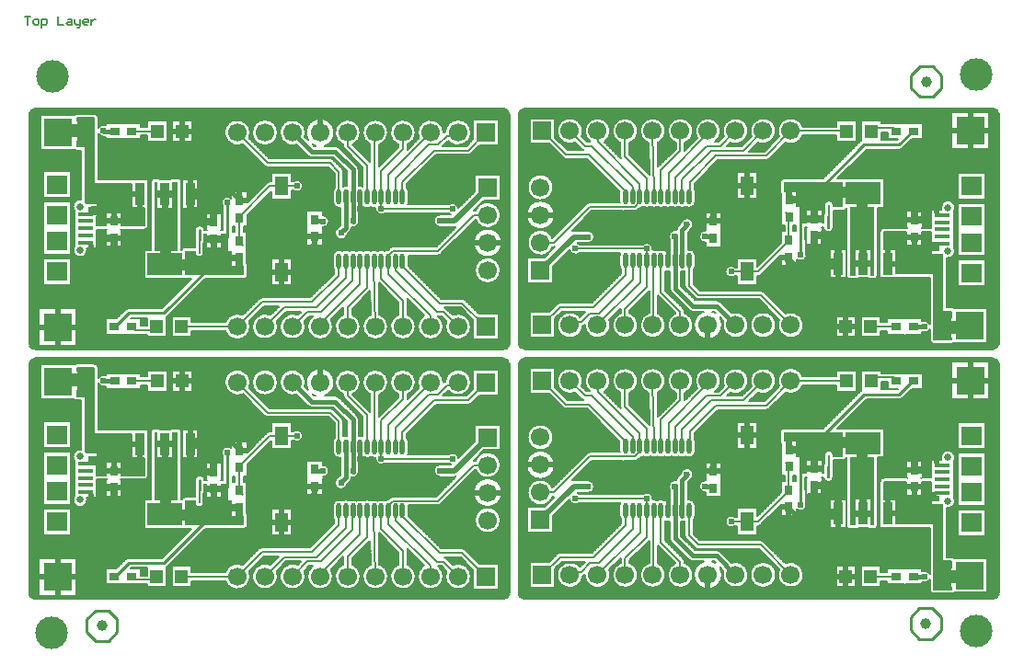
<source format=gtl>
G04*
G04 #@! TF.GenerationSoftware,Altium Limited,Altium Designer,21.2.2 (38)*
G04*
G04 Layer_Physical_Order=1*
G04 Layer_Color=255*
%FSLAX24Y24*%
%MOIN*%
G70*
G04*
G04 #@! TF.SameCoordinates,4FF2B1F3-0D2B-4292-BC26-430B10DD4990*
G04*
G04*
G04 #@! TF.FilePolarity,Positive*
G04*
G01*
G75*
%ADD10C,0.0394*%
%ADD11C,0.0100*%
%ADD12C,0.0050*%
%ADD13C,0.0060*%
%ADD14R,0.0380X0.0315*%
%ADD15R,0.0450X0.0500*%
%ADD16O,0.0177X0.0551*%
%ADD17R,0.0315X0.0380*%
%ADD18R,0.0472X0.0709*%
%ADD19R,0.0335X0.0787*%
%ADD20R,0.1260X0.0787*%
%ADD21R,0.0551X0.0157*%
%ADD22R,0.0748X0.0709*%
%ADD23C,0.0200*%
%ADD24C,0.0150*%
%ADD25C,0.0250*%
%ADD26R,0.0410X0.0750*%
%ADD27R,0.0399X0.0337*%
%ADD28R,0.0290X0.0420*%
%ADD29R,0.0150X0.0390*%
%ADD30R,0.0430X0.0150*%
%ADD31R,0.0660X0.0470*%
%ADD32R,0.0200X0.0230*%
%ADD33R,0.0190X0.0220*%
%ADD34R,0.0315X0.0380*%
%ADD35C,0.1181*%
%ADD36R,0.1000X0.1000*%
%ADD37R,0.0669X0.0669*%
%ADD38C,0.0669*%
%ADD39R,0.0669X0.0669*%
%ADD40C,0.0256*%
%ADD41C,0.0240*%
G36*
X28950Y37010D02*
X28605D01*
Y36641D01*
X29210D01*
Y37006D01*
X29593D01*
Y36946D01*
X29597Y36925D01*
X29600Y36903D01*
X29602Y36901D01*
X29602Y36897D01*
X29614Y36879D01*
X29626Y36861D01*
X29628Y36859D01*
X29630Y36856D01*
X29648Y36844D01*
X29666Y36831D01*
X29669Y36830D01*
X29671Y36829D01*
X29693Y36824D01*
X29714Y36819D01*
X29717Y36819D01*
X29720Y36819D01*
X29741Y36823D01*
X29763Y36826D01*
X29766Y36828D01*
X29769Y36829D01*
X29787Y36841D01*
X29806Y36852D01*
X29808Y36854D01*
X29810Y36856D01*
X29822Y36874D01*
X29835Y36892D01*
X29836Y36895D01*
X29838Y36897D01*
X29842Y36919D01*
X29847Y36940D01*
X29880Y37626D01*
X29993D01*
Y37561D01*
X30250D01*
X30507D01*
Y37626D01*
X30780D01*
Y37006D01*
X30903D01*
Y36876D01*
X31160D01*
Y36751D01*
X31285D01*
Y36461D01*
X31350D01*
Y36126D01*
X29210D01*
Y36391D01*
X28480D01*
Y36516D01*
X28355D01*
Y37010D01*
X28090D01*
Y39496D01*
X28213D01*
Y39191D01*
X28747D01*
Y39496D01*
X28950D01*
Y37010D01*
D02*
G37*
G36*
X53041Y39216D02*
X53771D01*
Y39091D01*
X53896D01*
Y38598D01*
X54161D01*
Y36111D01*
X54039D01*
Y36416D01*
X53504D01*
Y36111D01*
X53301D01*
Y38598D01*
X53646D01*
Y38966D01*
X53041D01*
Y38601D01*
X52659D01*
Y38661D01*
X52655Y38683D01*
X52651Y38704D01*
X52650Y38707D01*
X52649Y38710D01*
X52637Y38728D01*
X52626Y38747D01*
X52623Y38749D01*
X52622Y38751D01*
X52603Y38764D01*
X52586Y38777D01*
X52583Y38777D01*
X52580Y38779D01*
X52559Y38783D01*
X52538Y38789D01*
X52534Y38788D01*
X52531Y38789D01*
X52510Y38785D01*
X52488Y38781D01*
X52486Y38780D01*
X52483Y38779D01*
X52464Y38767D01*
X52446Y38756D01*
X52444Y38753D01*
X52441Y38751D01*
X52429Y38733D01*
X52416Y38716D01*
X52415Y38713D01*
X52414Y38710D01*
X52409Y38689D01*
X52404Y38668D01*
X52371Y37981D01*
X52259D01*
Y38046D01*
X51744D01*
Y37981D01*
X51471D01*
Y38601D01*
X51349D01*
Y38731D01*
X51091D01*
Y38856D01*
X50966D01*
Y39146D01*
X50901D01*
Y39481D01*
X53041D01*
Y39216D01*
D02*
G37*
G36*
X28950Y27955D02*
X28605D01*
Y27586D01*
X29210D01*
Y27951D01*
X29593D01*
Y27891D01*
X29597Y27870D01*
X29600Y27848D01*
X29602Y27845D01*
X29602Y27842D01*
X29614Y27824D01*
X29626Y27805D01*
X29628Y27804D01*
X29630Y27801D01*
X29648Y27789D01*
X29666Y27776D01*
X29669Y27775D01*
X29671Y27773D01*
X29693Y27769D01*
X29714Y27764D01*
X29717Y27764D01*
X29720Y27764D01*
X29741Y27768D01*
X29763Y27771D01*
X29766Y27773D01*
X29769Y27773D01*
X29787Y27786D01*
X29806Y27797D01*
X29808Y27799D01*
X29810Y27801D01*
X29822Y27819D01*
X29835Y27837D01*
X29836Y27840D01*
X29838Y27842D01*
X29842Y27864D01*
X29847Y27885D01*
X29880Y28571D01*
X29993D01*
Y28506D01*
X30250D01*
X30507D01*
Y28571D01*
X30780D01*
Y27951D01*
X30903D01*
Y27821D01*
X31160D01*
Y27696D01*
X31285D01*
Y27406D01*
X31350D01*
Y27071D01*
X29210D01*
Y27336D01*
X28480D01*
Y27461D01*
X28355D01*
Y27955D01*
X28090D01*
Y30441D01*
X28213D01*
Y30136D01*
X28747D01*
Y30441D01*
X28950D01*
Y27955D01*
D02*
G37*
G36*
X53041Y30161D02*
X53771D01*
Y30036D01*
X53896D01*
Y29543D01*
X54161D01*
Y27056D01*
X54039D01*
Y27361D01*
X53504D01*
Y27056D01*
X53301D01*
Y29543D01*
X53646D01*
Y29911D01*
X53041D01*
Y29546D01*
X52659D01*
Y29606D01*
X52655Y29628D01*
X52651Y29649D01*
X52650Y29652D01*
X52649Y29655D01*
X52637Y29673D01*
X52626Y29692D01*
X52623Y29694D01*
X52622Y29696D01*
X52603Y29709D01*
X52586Y29722D01*
X52583Y29722D01*
X52580Y29724D01*
X52559Y29728D01*
X52538Y29734D01*
X52534Y29733D01*
X52531Y29734D01*
X52510Y29729D01*
X52488Y29726D01*
X52486Y29725D01*
X52483Y29724D01*
X52464Y29712D01*
X52446Y29701D01*
X52444Y29698D01*
X52441Y29696D01*
X52429Y29678D01*
X52416Y29661D01*
X52415Y29658D01*
X52414Y29655D01*
X52409Y29634D01*
X52404Y29612D01*
X52371Y28926D01*
X52259D01*
Y28991D01*
X51744D01*
Y28926D01*
X51471D01*
Y29546D01*
X51349D01*
Y29676D01*
X51091D01*
Y29801D01*
X50966D01*
Y30091D01*
X50901D01*
Y30426D01*
X53041D01*
Y30161D01*
D02*
G37*
%LPC*%
G36*
X28747Y38941D02*
X28605D01*
Y38573D01*
X28747D01*
Y38941D01*
D02*
G37*
G36*
X28355D02*
X28213D01*
Y38573D01*
X28355D01*
Y38941D01*
D02*
G37*
G36*
X30507Y37311D02*
X30375D01*
Y37146D01*
X30507D01*
Y37311D01*
D02*
G37*
G36*
X30125D02*
X29993D01*
Y37146D01*
X30125D01*
Y37311D01*
D02*
G37*
G36*
X31035Y36626D02*
X30903D01*
Y36461D01*
X31035D01*
Y36626D01*
D02*
G37*
G36*
X51349Y39146D02*
X51216D01*
Y38981D01*
X51349D01*
Y39146D01*
D02*
G37*
G36*
X52259Y38461D02*
X52126D01*
Y38296D01*
X52259D01*
Y38461D01*
D02*
G37*
G36*
X51876D02*
X51744D01*
Y38296D01*
X51876D01*
Y38461D01*
D02*
G37*
G36*
X54039Y37035D02*
X53896D01*
Y36666D01*
X54039D01*
Y37035D01*
D02*
G37*
G36*
X53646D02*
X53504D01*
Y36666D01*
X53646D01*
Y37035D01*
D02*
G37*
G36*
X28747Y29886D02*
X28605D01*
Y29517D01*
X28747D01*
Y29886D01*
D02*
G37*
G36*
X28355D02*
X28213D01*
Y29517D01*
X28355D01*
Y29886D01*
D02*
G37*
G36*
X30507Y28256D02*
X30375D01*
Y28091D01*
X30507D01*
Y28256D01*
D02*
G37*
G36*
X30125D02*
X29993D01*
Y28091D01*
X30125D01*
Y28256D01*
D02*
G37*
G36*
X31035Y27571D02*
X30903D01*
Y27406D01*
X31035D01*
Y27571D01*
D02*
G37*
G36*
X51349Y30091D02*
X51216D01*
Y29926D01*
X51349D01*
Y30091D01*
D02*
G37*
G36*
X52259Y29406D02*
X52126D01*
Y29241D01*
X52259D01*
Y29406D01*
D02*
G37*
G36*
X51876D02*
X51744D01*
Y29241D01*
X51876D01*
Y29406D01*
D02*
G37*
G36*
X54039Y27980D02*
X53896D01*
Y27611D01*
X54039D01*
Y27980D01*
D02*
G37*
G36*
X53646D02*
X53504D01*
Y27611D01*
X53646D01*
Y27980D01*
D02*
G37*
%LPD*%
D10*
X56046Y23496D02*
D03*
X56061Y43133D02*
D03*
X26190Y23420D02*
D03*
D11*
X55889Y24047D02*
X56204D01*
X55810D02*
X55889D01*
X55495Y23732D02*
X55810Y24047D01*
X55495Y23260D02*
Y23732D01*
Y23260D02*
X55810Y22945D01*
X56282D01*
X56597Y23260D01*
Y23732D01*
X56282Y24047D02*
X56597Y23732D01*
X56204Y24047D02*
X56282D01*
X55904Y42581D02*
X56219D01*
X55825D02*
X55904D01*
X55510Y42896D02*
X55825Y42581D01*
X55510Y42896D02*
Y43369D01*
X55825Y43684D01*
X56298D01*
X56613Y43369D01*
Y42896D02*
Y43369D01*
X56298Y42581D02*
X56613Y42896D01*
X56219Y42581D02*
X56298D01*
X26033Y23971D02*
X26347D01*
X26426D01*
X26741Y23656D01*
Y23184D02*
Y23656D01*
X26426Y22869D02*
X26741Y23184D01*
X25954Y22869D02*
X26426D01*
X25639Y23184D02*
X25954Y22869D01*
X25639Y23184D02*
Y23656D01*
X25954Y23971D01*
X26033D01*
X26682Y25211D02*
X27168Y25697D01*
X28440D01*
X30190Y27447D01*
X30740Y29701D02*
X30750Y28431D01*
X26682Y34266D02*
X27168Y34752D01*
X28440D01*
X30190Y36502D01*
X30740Y38756D02*
X30750Y37486D01*
X55569Y41341D02*
X55083Y40855D01*
X53811D01*
X52061Y39105D01*
X51511Y36851D02*
X51501Y38121D01*
X55569Y32286D02*
X55083Y31800D01*
X53811D01*
X52061Y30050D01*
X51511Y27796D02*
X51501Y29066D01*
D12*
X23410Y45510D02*
X23610D01*
X23510D01*
Y45210D01*
X23760D02*
X23860D01*
X23910Y45260D01*
Y45360D01*
X23860Y45410D01*
X23760D01*
X23710Y45360D01*
Y45260D01*
X23760Y45210D01*
X24010Y45110D02*
Y45410D01*
X24160D01*
X24210Y45360D01*
Y45260D01*
X24160Y45210D01*
X24010D01*
X24610Y45510D02*
Y45210D01*
X24810D01*
X24959Y45410D02*
X25059D01*
X25109Y45360D01*
Y45210D01*
X24959D01*
X24910Y45260D01*
X24959Y45310D01*
X25109D01*
X25209Y45410D02*
Y45260D01*
X25259Y45210D01*
X25409D01*
Y45160D01*
X25359Y45110D01*
X25309D01*
X25409Y45210D02*
Y45410D01*
X25659Y45210D02*
X25559D01*
X25509Y45260D01*
Y45360D01*
X25559Y45410D01*
X25659D01*
X25709Y45360D01*
Y45310D01*
X25509D01*
X25809Y45410D02*
Y45210D01*
Y45310D01*
X25859Y45360D01*
X25909Y45410D01*
X25959D01*
X25623Y29686D02*
G03*
X25603Y29715I-217J-130D01*
G01*
X25659Y27981D02*
G03*
X25649Y28053I-253J0D01*
G01*
X25603Y27822D02*
G03*
X25659Y27981I-197J159D01*
G01*
X26025Y29651D02*
X27282D01*
X25620Y29691D02*
X27282D01*
Y29492D02*
Y30371D01*
X25603Y29811D02*
X27282D01*
X25603Y29851D02*
X27282D01*
X25603Y29731D02*
X27282D01*
X25603Y29771D02*
X27282D01*
X26025Y29451D02*
X27720D01*
X26025Y29411D02*
X27720D01*
X27282Y29492D02*
X27720D01*
X26902Y29331D02*
X27720D01*
X26025Y29371D02*
X27720D01*
X26025Y29571D02*
X27282D01*
X26025Y29611D02*
X27282D01*
X26025Y29491D02*
X27720D01*
X26025Y29531D02*
X27282D01*
X25910Y30371D02*
X27282D01*
X25603Y30091D02*
X27282D01*
X25910Y30371D02*
Y32761D01*
X25603Y30011D02*
X27282D01*
X25603Y30051D02*
X27282D01*
X25602Y30211D02*
X27282D01*
X25602Y30251D02*
X27282D01*
X25603Y30131D02*
X27282D01*
X25602Y30171D02*
X27282D01*
X26338Y29356D02*
X26902D01*
X25623Y29686D02*
X26025D01*
Y29291D02*
X26338D01*
X26025Y29331D02*
X26338D01*
X25603Y29931D02*
X27282D01*
X25603Y29971D02*
X27282D01*
X25603Y29891D02*
X27282D01*
X26902Y29211D02*
X27720D01*
X26902Y29171D02*
X27720D01*
X26902Y29251D02*
X27720D01*
Y28871D02*
Y29492D01*
X26902Y29131D02*
X27720D01*
X26902Y29291D02*
X27720D01*
X26902Y28871D02*
Y29356D01*
X26338Y28871D02*
Y29356D01*
X26902Y28971D02*
X27720D01*
X26902Y28931D02*
X27720D01*
X26902Y29011D02*
X27720D01*
X26902Y28871D02*
X27720D01*
X26902Y28891D02*
X27720D01*
X26902Y29051D02*
X27720D01*
X26902Y29091D02*
X27720D01*
X26025Y29251D02*
X26338D01*
X26004Y29131D02*
X26338D01*
X26025Y29216D02*
Y29686D01*
X26004Y29091D02*
X26338D01*
X26004Y28972D02*
Y29077D01*
Y29171D02*
X26338D01*
X26004Y29211D02*
X26338D01*
X26004Y29077D02*
Y29216D01*
Y29077D02*
Y29216D01*
Y28931D02*
X26338D01*
X26004Y28971D02*
X26338D01*
X26004Y28871D02*
X26338D01*
X26004Y28891D02*
X26338D01*
X26004Y29011D02*
X26338D01*
X26004Y29051D02*
X26338D01*
X26004Y28871D02*
Y28972D01*
Y28871D02*
Y28972D01*
X25525Y32131D02*
X25910D01*
X25525Y32091D02*
X25910D01*
X25525Y32171D02*
X25910D01*
X25525Y32011D02*
X25910D01*
X25525Y32051D02*
X25910D01*
X25285Y32731D02*
X25910D01*
X25285Y32761D02*
X25910D01*
X25525Y32651D02*
X25910D01*
X25285Y32691D02*
X25910D01*
X25285Y31771D02*
X25910D01*
X25601Y31731D02*
X25910D01*
X25525Y31971D02*
X25910D01*
X25601Y31651D02*
X25910D01*
X25601Y31691D02*
X25910D01*
X25285Y31891D02*
X25910D01*
X25285Y31931D02*
X25910D01*
X25285Y31811D02*
X25910D01*
X25285Y31851D02*
X25910D01*
X25525Y32531D02*
X25910D01*
X25525Y32491D02*
X25910D01*
X25525Y32571D02*
X25910D01*
X25525Y32411D02*
X25910D01*
X25525Y32451D02*
X25910D01*
X25285Y32676D02*
X25525D01*
X25285D02*
Y32761D01*
X25525Y32611D02*
X25910D01*
X25525Y31956D02*
Y32676D01*
Y32291D02*
X25910D01*
X25525Y32331D02*
X25910D01*
X25525Y32211D02*
X25910D01*
X25525Y32251D02*
X25910D01*
X25525Y32371D02*
X25910D01*
X25285Y31956D02*
X25525D01*
X25285Y31741D02*
X25601D01*
X25285D02*
Y31956D01*
X25602Y30771D02*
X25910D01*
X25602Y30731D02*
X25910D01*
X25602Y30811D02*
X25910D01*
X25602Y30651D02*
X25910D01*
X25602Y30691D02*
X25910D01*
X25602Y30931D02*
X25910D01*
X25601Y31611D02*
X25910D01*
X25602Y30851D02*
X25910D01*
X25602Y30891D02*
X25910D01*
X25602Y30411D02*
X25910D01*
X25602Y30371D02*
X25910D01*
X25602Y30451D02*
X25910D01*
X25602Y30291D02*
X27282D01*
X25602Y30331D02*
X27282D01*
X25602Y30571D02*
X25910D01*
X25602Y30611D02*
X25910D01*
X25602Y30491D02*
X25910D01*
X25602Y30531D02*
X25910D01*
X25601Y31411D02*
X25910D01*
X25601Y31371D02*
X25910D01*
X25601Y31451D02*
X25910D01*
X25601Y31291D02*
X25910D01*
X25601Y31331D02*
X25910D01*
X25601Y31531D02*
X25910D01*
X25601Y31571D02*
X25910D01*
X25601Y31491D02*
X25910D01*
X25601Y31741D02*
X25603Y29715D01*
X25602Y31051D02*
X25910D01*
X25602Y31091D02*
X25910D01*
X25602Y30971D02*
X25910D01*
X25602Y31011D02*
X25910D01*
X25601Y31211D02*
X25910D01*
X25601Y31251D02*
X25910D01*
X25602Y31131D02*
X25910D01*
X25602Y31171D02*
X25910D01*
X29678Y29611D02*
X30490D01*
Y29316D02*
Y30411D01*
X29678Y29691D02*
X30490D01*
X29678Y29651D02*
X30490D01*
X29678Y29531D02*
X30490D01*
X29968Y29316D02*
X30490D01*
X29678Y29571D02*
X30490D01*
X29678Y30371D02*
X30490D01*
X29678Y30171D02*
X30490D01*
X29678Y30411D02*
X30490D01*
X29678Y29811D02*
X30490D01*
X29678Y29731D02*
X30490D01*
X29678Y30091D02*
X30490D01*
X29968Y28821D02*
Y29316D01*
X29850Y28931D02*
X29968D01*
X29850Y28851D02*
X29968D01*
X29862Y28821D02*
X29968D01*
X29850Y28891D02*
X29968D01*
X29740Y29091D02*
X29968D01*
X29780Y29051D02*
X29968D01*
X29700Y29131D02*
X29968D01*
X29850Y28971D02*
X29968D01*
X29850Y28831D02*
Y28981D01*
X29820Y29011D02*
X29968D01*
X29678Y29971D02*
X30490D01*
X29678Y29931D02*
X30490D01*
X29678Y30051D02*
X30490D01*
X29678Y30011D02*
X30490D01*
X29678Y29851D02*
X30490D01*
X29678Y29771D02*
X30490D01*
X29678Y29891D02*
X30490D01*
X29678Y30291D02*
X30490D01*
X29678Y30251D02*
X30490D01*
X29678Y30331D02*
X30490D01*
X29678Y30211D02*
X30490D01*
X29678Y30131D02*
X30490D01*
X29420Y29411D02*
X30490D01*
X29460Y29371D02*
X30490D01*
X29340Y29491D02*
X30490D01*
X29380Y29451D02*
X30490D01*
X29620Y29211D02*
X29968D01*
X29660Y29171D02*
X29968D01*
X29500Y29331D02*
X30490D01*
X29339Y29492D02*
X29678D01*
Y30411D01*
X29540Y29291D02*
X29968D01*
X29580Y29251D02*
X29968D01*
X29339Y29492D02*
X29850Y28981D01*
X29720Y28711D02*
X29760D01*
X29720Y28531D02*
X29751D01*
X29720Y27891D02*
X29760Y28711D01*
X29720Y27891D02*
Y28711D01*
Y28691D02*
X29759D01*
X29720Y28651D02*
X29757D01*
X29720Y28611D02*
X29755D01*
X29720Y28571D02*
X29753D01*
X26004Y28211D02*
X26338D01*
X26004Y28131D02*
X26338D01*
X26004Y28171D02*
X26338D01*
X26063Y28331D02*
X26338D01*
X26004Y28322D02*
X26338Y28375D01*
X26004Y28251D02*
X26338D01*
X26004Y28291D02*
X26338D01*
X26620Y27631D02*
Y28106D01*
X26004Y28091D02*
X26620D01*
X25659Y27971D02*
X26620D01*
X26338Y28106D02*
Y28375D01*
X26004Y28053D02*
Y28322D01*
X26338Y28106D02*
X26620D01*
X25658Y28011D02*
X26620D01*
X25654Y27931D02*
X26620D01*
X25643Y27891D02*
X26620D01*
X25623Y27851D02*
X26620D01*
X25649Y28053D02*
X26004D01*
X25650Y28051D02*
X26620D01*
X25603Y27691D02*
X26620D01*
X25603Y27731D02*
X26620D01*
X25603Y27631D02*
X26620D01*
X25603Y27651D02*
X26620D01*
X25603Y27811D02*
X26620D01*
X25603Y27631D02*
Y27822D01*
Y27771D02*
X26620D01*
X25623Y38741D02*
G03*
X25603Y38771I-217J-130D01*
G01*
X25659Y37036D02*
G03*
X25649Y37108I-253J0D01*
G01*
X25603Y36878D02*
G03*
X25659Y37036I-197J159D01*
G01*
X26025Y38706D02*
X27282D01*
X25620Y38746D02*
X27282D01*
Y38548D02*
Y39426D01*
X25603Y38866D02*
X27282D01*
X25603Y38906D02*
X27282D01*
X25603Y38786D02*
X27282D01*
X25603Y38826D02*
X27282D01*
X26025Y38506D02*
X27720D01*
X26025Y38466D02*
X27720D01*
X27282Y38548D02*
X27720D01*
X26902Y38386D02*
X27720D01*
X26025Y38426D02*
X27720D01*
X26025Y38626D02*
X27282D01*
X26025Y38666D02*
X27282D01*
X26025Y38546D02*
X27720D01*
X26025Y38586D02*
X27282D01*
X25910Y39426D02*
X27282D01*
X25603Y39146D02*
X27282D01*
X25910Y39426D02*
Y41816D01*
X25603Y39066D02*
X27282D01*
X25603Y39106D02*
X27282D01*
X25602Y39266D02*
X27282D01*
X25602Y39306D02*
X27282D01*
X25603Y39186D02*
X27282D01*
X25602Y39226D02*
X27282D01*
X26338Y38411D02*
X26902D01*
X25623Y38741D02*
X26025D01*
Y38346D02*
X26338D01*
X26025Y38386D02*
X26338D01*
X25603Y38986D02*
X27282D01*
X25603Y39026D02*
X27282D01*
X25603Y38946D02*
X27282D01*
X26902Y38266D02*
X27720D01*
X26902Y38226D02*
X27720D01*
X26902Y38306D02*
X27720D01*
Y37926D02*
Y38548D01*
X26902Y38186D02*
X27720D01*
X26902Y38346D02*
X27720D01*
X26902Y37926D02*
Y38411D01*
X26338Y37926D02*
Y38411D01*
X26902Y38026D02*
X27720D01*
X26902Y37986D02*
X27720D01*
X26902Y38066D02*
X27720D01*
X26902Y37926D02*
X27720D01*
X26902Y37946D02*
X27720D01*
X26902Y38106D02*
X27720D01*
X26902Y38146D02*
X27720D01*
X26025Y38306D02*
X26338D01*
X26004Y38186D02*
X26338D01*
X26025Y38271D02*
Y38741D01*
X26004Y38146D02*
X26338D01*
X26004Y38028D02*
Y38132D01*
Y38226D02*
X26338D01*
X26004Y38266D02*
X26338D01*
X26004Y38132D02*
Y38271D01*
Y38132D02*
Y38271D01*
Y37986D02*
X26338D01*
X26004Y38026D02*
X26338D01*
X26004Y37926D02*
X26338D01*
X26004Y37946D02*
X26338D01*
X26004Y38066D02*
X26338D01*
X26004Y38106D02*
X26338D01*
X26004Y37926D02*
Y38028D01*
Y37926D02*
Y38028D01*
X25525Y41186D02*
X25910D01*
X25525Y41146D02*
X25910D01*
X25525Y41226D02*
X25910D01*
X25525Y41066D02*
X25910D01*
X25525Y41106D02*
X25910D01*
X25285Y41786D02*
X25910D01*
X25285Y41816D02*
X25910D01*
X25525Y41706D02*
X25910D01*
X25285Y41746D02*
X25910D01*
X25285Y40826D02*
X25910D01*
X25601Y40786D02*
X25910D01*
X25525Y41026D02*
X25910D01*
X25601Y40706D02*
X25910D01*
X25601Y40746D02*
X25910D01*
X25285Y40946D02*
X25910D01*
X25285Y40986D02*
X25910D01*
X25285Y40866D02*
X25910D01*
X25285Y40906D02*
X25910D01*
X25525Y41586D02*
X25910D01*
X25525Y41546D02*
X25910D01*
X25525Y41626D02*
X25910D01*
X25525Y41466D02*
X25910D01*
X25525Y41506D02*
X25910D01*
X25285Y41731D02*
X25525D01*
X25285D02*
Y41816D01*
X25525Y41666D02*
X25910D01*
X25525Y41011D02*
Y41731D01*
Y41346D02*
X25910D01*
X25525Y41386D02*
X25910D01*
X25525Y41266D02*
X25910D01*
X25525Y41306D02*
X25910D01*
X25525Y41426D02*
X25910D01*
X25285Y41011D02*
X25525D01*
X25285Y40796D02*
X25601D01*
X25285D02*
Y41011D01*
X25602Y39826D02*
X25910D01*
X25602Y39786D02*
X25910D01*
X25602Y39866D02*
X25910D01*
X25602Y39706D02*
X25910D01*
X25602Y39746D02*
X25910D01*
X25602Y39986D02*
X25910D01*
X25601Y40666D02*
X25910D01*
X25602Y39906D02*
X25910D01*
X25602Y39946D02*
X25910D01*
X25602Y39466D02*
X25910D01*
X25602Y39426D02*
X25910D01*
X25602Y39506D02*
X25910D01*
X25602Y39346D02*
X27282D01*
X25602Y39386D02*
X27282D01*
X25602Y39626D02*
X25910D01*
X25602Y39666D02*
X25910D01*
X25602Y39546D02*
X25910D01*
X25602Y39586D02*
X25910D01*
X25601Y40466D02*
X25910D01*
X25601Y40426D02*
X25910D01*
X25601Y40506D02*
X25910D01*
X25601Y40346D02*
X25910D01*
X25601Y40386D02*
X25910D01*
X25601Y40586D02*
X25910D01*
X25601Y40626D02*
X25910D01*
X25601Y40546D02*
X25910D01*
X25601Y40796D02*
X25603Y38771D01*
X25602Y40106D02*
X25910D01*
X25602Y40146D02*
X25910D01*
X25602Y40026D02*
X25910D01*
X25602Y40066D02*
X25910D01*
X25601Y40266D02*
X25910D01*
X25601Y40306D02*
X25910D01*
X25602Y40186D02*
X25910D01*
X25602Y40226D02*
X25910D01*
X29678Y38666D02*
X30490D01*
Y38371D02*
Y39466D01*
X29678Y38746D02*
X30490D01*
X29678Y38706D02*
X30490D01*
X29678Y38586D02*
X30490D01*
X29968Y38371D02*
X30490D01*
X29678Y38626D02*
X30490D01*
X29678Y39426D02*
X30490D01*
X29678Y39226D02*
X30490D01*
X29678Y39466D02*
X30490D01*
X29678Y38866D02*
X30490D01*
X29678Y38786D02*
X30490D01*
X29678Y39146D02*
X30490D01*
X29968Y37876D02*
Y38371D01*
X29850Y37986D02*
X29968D01*
X29850Y37906D02*
X29968D01*
X29862Y37876D02*
X29968D01*
X29850Y37946D02*
X29968D01*
X29740Y38146D02*
X29968D01*
X29780Y38106D02*
X29968D01*
X29700Y38186D02*
X29968D01*
X29850Y38026D02*
X29968D01*
X29850Y37886D02*
Y38036D01*
X29820Y38066D02*
X29968D01*
X29678Y39026D02*
X30490D01*
X29678Y38986D02*
X30490D01*
X29678Y39106D02*
X30490D01*
X29678Y39066D02*
X30490D01*
X29678Y38906D02*
X30490D01*
X29678Y38826D02*
X30490D01*
X29678Y38946D02*
X30490D01*
X29678Y39346D02*
X30490D01*
X29678Y39306D02*
X30490D01*
X29678Y39386D02*
X30490D01*
X29678Y39266D02*
X30490D01*
X29678Y39186D02*
X30490D01*
X29420Y38466D02*
X30490D01*
X29460Y38426D02*
X30490D01*
X29340Y38546D02*
X30490D01*
X29380Y38506D02*
X30490D01*
X29620Y38266D02*
X29968D01*
X29660Y38226D02*
X29968D01*
X29500Y38386D02*
X30490D01*
X29339Y38548D02*
X29678D01*
Y39466D01*
X29540Y38346D02*
X29968D01*
X29580Y38306D02*
X29968D01*
X29339Y38548D02*
X29850Y38036D01*
X29720Y37766D02*
X29760D01*
X29720Y37586D02*
X29751D01*
X29720Y36946D02*
X29760Y37766D01*
X29720Y36946D02*
Y37766D01*
Y37746D02*
X29759D01*
X29720Y37706D02*
X29757D01*
X29720Y37666D02*
X29755D01*
X29720Y37626D02*
X29753D01*
X26004Y37266D02*
X26338D01*
X26004Y37186D02*
X26338D01*
X26004Y37226D02*
X26338D01*
X26063Y37386D02*
X26338D01*
X26004Y37377D02*
X26338Y37431D01*
X26004Y37306D02*
X26338D01*
X26004Y37346D02*
X26338D01*
X26620Y36686D02*
Y37161D01*
X26004Y37146D02*
X26620D01*
X25659Y37026D02*
X26620D01*
X26338Y37161D02*
Y37431D01*
X26004Y37108D02*
Y37377D01*
X26338Y37161D02*
X26620D01*
X25658Y37066D02*
X26620D01*
X25654Y36986D02*
X26620D01*
X25643Y36946D02*
X26620D01*
X25623Y36906D02*
X26620D01*
X25649Y37108D02*
X26004D01*
X25650Y37106D02*
X26620D01*
X25603Y36746D02*
X26620D01*
X25603Y36786D02*
X26620D01*
X25603Y36686D02*
X26620D01*
X25603Y36706D02*
X26620D01*
X25603Y36866D02*
X26620D01*
X25603Y36686D02*
Y36878D01*
Y36826D02*
X26620D01*
X56628Y36866D02*
G03*
X56649Y36837I217J130D01*
G01*
X56592Y38571D02*
G03*
X56602Y38499I253J0D01*
G01*
X56648Y38730D02*
G03*
X56592Y38571I197J-159D01*
G01*
X56226Y36901D02*
X54969D01*
X56631Y36861D02*
X54969D01*
Y37060D02*
Y36181D01*
X56649Y36741D02*
X54969D01*
X56649Y36701D02*
X54969D01*
X56649Y36821D02*
X54969D01*
X56649Y36781D02*
X54969D01*
X56226Y37101D02*
X54531D01*
X56226Y37141D02*
X54531D01*
X54969Y37060D02*
X54531D01*
X55349Y37221D02*
X54531D01*
X56226Y37181D02*
X54531D01*
X56226Y36981D02*
X54969D01*
X56226Y36941D02*
X54969D01*
X56226Y37061D02*
X54531D01*
X56226Y37021D02*
X54969D01*
X56341Y36181D02*
X54969D01*
X56649Y36461D02*
X54969D01*
X56341Y36181D02*
Y33791D01*
X56649Y36541D02*
X54969D01*
X56649Y36501D02*
X54969D01*
X56649Y36341D02*
X54969D01*
X56649Y36301D02*
X54969D01*
X56649Y36421D02*
X54969D01*
X56649Y36381D02*
X54969D01*
X55914Y37196D02*
X55349D01*
X56628Y36866D02*
X56226D01*
Y37261D02*
X55914D01*
X56226Y37221D02*
X55914D01*
X56649Y36621D02*
X54969D01*
X56649Y36581D02*
X54969D01*
X56649Y36661D02*
X54969D01*
X55349Y37341D02*
X54531D01*
X55349Y37381D02*
X54531D01*
X55349Y37301D02*
X54531D01*
Y37681D02*
Y37060D01*
X55349Y37421D02*
X54531D01*
X55349Y37261D02*
X54531D01*
X55349Y37681D02*
Y37196D01*
X55914Y37681D02*
Y37196D01*
X55349Y37581D02*
X54531D01*
X55349Y37621D02*
X54531D01*
X55349Y37541D02*
X54531D01*
X55349Y37681D02*
X54531D01*
X55349Y37661D02*
X54531D01*
X55349Y37501D02*
X54531D01*
X55349Y37461D02*
X54531D01*
X56226Y37301D02*
X55914D01*
X56248Y37421D02*
X55914D01*
X56226Y37336D02*
Y36866D01*
X56248Y37461D02*
X55914D01*
X56248Y37580D02*
Y37476D01*
Y37381D02*
X55914D01*
X56248Y37341D02*
X55914D01*
X56248Y37476D02*
Y37336D01*
Y37476D02*
Y37336D01*
Y37621D02*
X55914D01*
X56248Y37581D02*
X55914D01*
X56248Y37681D02*
X55914D01*
X56248Y37661D02*
X55914D01*
X56248Y37541D02*
X55914D01*
X56248Y37501D02*
X55914D01*
X56248Y37681D02*
Y37580D01*
Y37681D02*
Y37580D01*
X56726Y34421D02*
X56341D01*
X56726Y34461D02*
X56341D01*
X56726Y34381D02*
X56341D01*
X56726Y34541D02*
X56341D01*
X56726Y34501D02*
X56341D01*
X56966Y33821D02*
X56341D01*
X56966Y33791D02*
X56341D01*
X56726Y33901D02*
X56341D01*
X56966Y33861D02*
X56341D01*
X56966Y34781D02*
X56341D01*
X56650Y34821D02*
X56341D01*
X56726Y34581D02*
X56341D01*
X56650Y34901D02*
X56341D01*
X56650Y34861D02*
X56341D01*
X56966Y34661D02*
X56341D01*
X56966Y34621D02*
X56341D01*
X56966Y34741D02*
X56341D01*
X56966Y34701D02*
X56341D01*
X56726Y34021D02*
X56341D01*
X56726Y34061D02*
X56341D01*
X56726Y33981D02*
X56341D01*
X56726Y34141D02*
X56341D01*
X56726Y34101D02*
X56341D01*
X56966Y33876D02*
X56726D01*
X56966D02*
Y33791D01*
X56726Y33941D02*
X56341D01*
X56726Y34596D02*
Y33876D01*
Y34261D02*
X56341D01*
X56726Y34221D02*
X56341D01*
X56726Y34341D02*
X56341D01*
X56726Y34301D02*
X56341D01*
X56726Y34181D02*
X56341D01*
X56966Y34596D02*
X56726D01*
X56966Y34811D02*
X56650D01*
X56966D02*
Y34596D01*
X56650Y35781D02*
X56341D01*
X56649Y35821D02*
X56341D01*
X56650Y35741D02*
X56341D01*
X56649Y35901D02*
X56341D01*
X56649Y35861D02*
X56341D01*
X56650Y35621D02*
X56341D01*
X56650Y34941D02*
X56341D01*
X56650Y35701D02*
X56341D01*
X56650Y35661D02*
X56341D01*
X56649Y36141D02*
X56341D01*
X56649Y36181D02*
X56341D01*
X56649Y36101D02*
X56341D01*
X56649Y36261D02*
X54969D01*
X56649Y36221D02*
X54969D01*
X56649Y35981D02*
X56341D01*
X56649Y35941D02*
X56341D01*
X56649Y36061D02*
X56341D01*
X56649Y36021D02*
X56341D01*
X56650Y35141D02*
X56341D01*
X56650Y35181D02*
X56341D01*
X56650Y35101D02*
X56341D01*
X56650Y35261D02*
X56341D01*
X56650Y35221D02*
X56341D01*
X56650Y35021D02*
X56341D01*
X56650Y34981D02*
X56341D01*
X56650Y35061D02*
X56341D01*
X56650Y34811D02*
X56649Y36837D01*
X56650Y35501D02*
X56341D01*
X56650Y35461D02*
X56341D01*
X56650Y35581D02*
X56341D01*
X56650Y35541D02*
X56341D01*
X56650Y35341D02*
X56341D01*
X56650Y35301D02*
X56341D01*
X56650Y35421D02*
X56341D01*
X56650Y35381D02*
X56341D01*
X52574Y36941D02*
X51761D01*
Y37236D02*
Y36141D01*
X52574Y36861D02*
X51761D01*
X52574Y36901D02*
X51761D01*
X52574Y37021D02*
X51761D01*
X52284Y37236D02*
X51761D01*
X52574Y36981D02*
X51761D01*
X52574Y36181D02*
X51761D01*
X52574Y36381D02*
X51761D01*
X52574Y36141D02*
X51761D01*
X52574Y36741D02*
X51761D01*
X52574Y36821D02*
X51761D01*
X52574Y36461D02*
X51761D01*
X52284Y37731D02*
Y37236D01*
X52401Y37621D02*
X52284D01*
X52401Y37701D02*
X52284D01*
X52390Y37731D02*
X52284D01*
X52401Y37661D02*
X52284D01*
X52511Y37461D02*
X52284D01*
X52471Y37501D02*
X52284D01*
X52551Y37421D02*
X52284D01*
X52401Y37581D02*
X52284D01*
X52401Y37722D02*
Y37571D01*
X52431Y37541D02*
X52284D01*
X52574Y36581D02*
X51761D01*
X52574Y36621D02*
X51761D01*
X52574Y36501D02*
X51761D01*
X52574Y36541D02*
X51761D01*
X52574Y36701D02*
X51761D01*
X52574Y36781D02*
X51761D01*
X52574Y36661D02*
X51761D01*
X52574Y36261D02*
X51761D01*
X52574Y36301D02*
X51761D01*
X52574Y36221D02*
X51761D01*
X52574Y36341D02*
X51761D01*
X52574Y36421D02*
X51761D01*
X52831Y37141D02*
X51761D01*
X52791Y37181D02*
X51761D01*
X52911Y37061D02*
X51761D01*
X52871Y37101D02*
X51761D01*
X52631Y37341D02*
X52284D01*
X52591Y37381D02*
X52284D01*
X52751Y37221D02*
X51761D01*
X52913Y37060D02*
X52574D01*
Y36141D01*
X52711Y37261D02*
X52284D01*
X52671Y37301D02*
X52284D01*
X52913Y37060D02*
X52401Y37571D01*
X52531Y37841D02*
X52492D01*
X52531Y38021D02*
X52501D01*
X52531Y38661D02*
X52492Y37841D01*
X52531Y38661D02*
Y37841D01*
Y37861D02*
X52493D01*
X52531Y37901D02*
X52495D01*
X52531Y37941D02*
X52497D01*
X52531Y37981D02*
X52499D01*
X56248Y38341D02*
X55914D01*
X56248Y38421D02*
X55914D01*
X56248Y38381D02*
X55914D01*
X56188Y38221D02*
X55914D01*
X56248Y38231D02*
X55914Y38177D01*
X56248Y38301D02*
X55914D01*
X56248Y38261D02*
X55914D01*
X55631Y38921D02*
Y38446D01*
X56248Y38461D02*
X55631D01*
X56592Y38581D02*
X55631D01*
X55914Y38446D02*
Y38177D01*
X56248Y38499D02*
Y38231D01*
X55914Y38446D02*
X55631D01*
X56594Y38541D02*
X55631D01*
X56597Y38621D02*
X55631D01*
X56609Y38661D02*
X55631D01*
X56628Y38701D02*
X55631D01*
X56602Y38499D02*
X56248D01*
X56602Y38501D02*
X55631D01*
X56648Y38861D02*
X55631D01*
X56648Y38821D02*
X55631D01*
X56648Y38921D02*
X55631D01*
X56648Y38901D02*
X55631D01*
X56648Y38741D02*
X55631D01*
X56648Y38921D02*
Y38730D01*
Y38781D02*
X55631D01*
X56628Y27811D02*
G03*
X56649Y27782I217J130D01*
G01*
X56592Y29516D02*
G03*
X56602Y29444I253J0D01*
G01*
X56648Y29675D02*
G03*
X56592Y29516I197J-159D01*
G01*
X56226Y27846D02*
X54969D01*
X56631Y27806D02*
X54969D01*
Y28005D02*
Y27126D01*
X56649Y27686D02*
X54969D01*
X56649Y27646D02*
X54969D01*
X56649Y27766D02*
X54969D01*
X56649Y27726D02*
X54969D01*
X56226Y28046D02*
X54531D01*
X56226Y28086D02*
X54531D01*
X54969Y28005D02*
X54531D01*
X55349Y28166D02*
X54531D01*
X56226Y28126D02*
X54531D01*
X56226Y27926D02*
X54969D01*
X56226Y27886D02*
X54969D01*
X56226Y28006D02*
X54531D01*
X56226Y27966D02*
X54969D01*
X56341Y27126D02*
X54969D01*
X56649Y27406D02*
X54969D01*
X56341Y27126D02*
Y24736D01*
X56649Y27486D02*
X54969D01*
X56649Y27446D02*
X54969D01*
X56649Y27286D02*
X54969D01*
X56649Y27246D02*
X54969D01*
X56649Y27366D02*
X54969D01*
X56649Y27326D02*
X54969D01*
X55914Y28141D02*
X55349D01*
X56628Y27811D02*
X56226D01*
Y28206D02*
X55914D01*
X56226Y28166D02*
X55914D01*
X56649Y27566D02*
X54969D01*
X56649Y27526D02*
X54969D01*
X56649Y27606D02*
X54969D01*
X55349Y28286D02*
X54531D01*
X55349Y28326D02*
X54531D01*
X55349Y28246D02*
X54531D01*
Y28626D02*
Y28005D01*
X55349Y28366D02*
X54531D01*
X55349Y28206D02*
X54531D01*
X55349Y28626D02*
Y28141D01*
X55914Y28626D02*
Y28141D01*
X55349Y28526D02*
X54531D01*
X55349Y28566D02*
X54531D01*
X55349Y28486D02*
X54531D01*
X55349Y28626D02*
X54531D01*
X55349Y28606D02*
X54531D01*
X55349Y28446D02*
X54531D01*
X55349Y28406D02*
X54531D01*
X56226Y28246D02*
X55914D01*
X56248Y28366D02*
X55914D01*
X56226Y28281D02*
Y27811D01*
X56248Y28406D02*
X55914D01*
X56248Y28525D02*
Y28421D01*
Y28326D02*
X55914D01*
X56248Y28286D02*
X55914D01*
X56248Y28421D02*
Y28281D01*
Y28421D02*
Y28281D01*
Y28566D02*
X55914D01*
X56248Y28526D02*
X55914D01*
X56248Y28626D02*
X55914D01*
X56248Y28606D02*
X55914D01*
X56248Y28486D02*
X55914D01*
X56248Y28446D02*
X55914D01*
X56248Y28626D02*
Y28525D01*
Y28626D02*
Y28525D01*
X56726Y25366D02*
X56341D01*
X56726Y25406D02*
X56341D01*
X56726Y25326D02*
X56341D01*
X56726Y25486D02*
X56341D01*
X56726Y25446D02*
X56341D01*
X56966Y24766D02*
X56341D01*
X56966Y24736D02*
X56341D01*
X56726Y24846D02*
X56341D01*
X56966Y24806D02*
X56341D01*
X56966Y25726D02*
X56341D01*
X56650Y25766D02*
X56341D01*
X56726Y25526D02*
X56341D01*
X56650Y25846D02*
X56341D01*
X56650Y25806D02*
X56341D01*
X56966Y25606D02*
X56341D01*
X56966Y25566D02*
X56341D01*
X56966Y25686D02*
X56341D01*
X56966Y25646D02*
X56341D01*
X56726Y24966D02*
X56341D01*
X56726Y25006D02*
X56341D01*
X56726Y24926D02*
X56341D01*
X56726Y25086D02*
X56341D01*
X56726Y25046D02*
X56341D01*
X56966Y24821D02*
X56726D01*
X56966D02*
Y24736D01*
X56726Y24886D02*
X56341D01*
X56726Y25541D02*
Y24821D01*
Y25206D02*
X56341D01*
X56726Y25166D02*
X56341D01*
X56726Y25286D02*
X56341D01*
X56726Y25246D02*
X56341D01*
X56726Y25126D02*
X56341D01*
X56966Y25541D02*
X56726D01*
X56966Y25756D02*
X56650D01*
X56966D02*
Y25541D01*
X56650Y26726D02*
X56341D01*
X56649Y26766D02*
X56341D01*
X56650Y26686D02*
X56341D01*
X56649Y26846D02*
X56341D01*
X56649Y26806D02*
X56341D01*
X56650Y26566D02*
X56341D01*
X56650Y25886D02*
X56341D01*
X56650Y26646D02*
X56341D01*
X56650Y26606D02*
X56341D01*
X56649Y27086D02*
X56341D01*
X56649Y27126D02*
X56341D01*
X56649Y27046D02*
X56341D01*
X56649Y27206D02*
X54969D01*
X56649Y27166D02*
X54969D01*
X56649Y26926D02*
X56341D01*
X56649Y26886D02*
X56341D01*
X56649Y27006D02*
X56341D01*
X56649Y26966D02*
X56341D01*
X56650Y26086D02*
X56341D01*
X56650Y26126D02*
X56341D01*
X56650Y26046D02*
X56341D01*
X56650Y26206D02*
X56341D01*
X56650Y26166D02*
X56341D01*
X56650Y25966D02*
X56341D01*
X56650Y25926D02*
X56341D01*
X56650Y26006D02*
X56341D01*
X56650Y25756D02*
X56649Y27782D01*
X56650Y26446D02*
X56341D01*
X56650Y26406D02*
X56341D01*
X56650Y26526D02*
X56341D01*
X56650Y26486D02*
X56341D01*
X56650Y26286D02*
X56341D01*
X56650Y26246D02*
X56341D01*
X56650Y26366D02*
X56341D01*
X56650Y26326D02*
X56341D01*
X52574Y27886D02*
X51761D01*
Y28181D02*
Y27086D01*
X52574Y27806D02*
X51761D01*
X52574Y27846D02*
X51761D01*
X52574Y27966D02*
X51761D01*
X52284Y28181D02*
X51761D01*
X52574Y27926D02*
X51761D01*
X52574Y27126D02*
X51761D01*
X52574Y27326D02*
X51761D01*
X52574Y27086D02*
X51761D01*
X52574Y27686D02*
X51761D01*
X52574Y27766D02*
X51761D01*
X52574Y27406D02*
X51761D01*
X52284Y28676D02*
Y28181D01*
X52401Y28566D02*
X52284D01*
X52401Y28646D02*
X52284D01*
X52390Y28676D02*
X52284D01*
X52401Y28606D02*
X52284D01*
X52511Y28406D02*
X52284D01*
X52471Y28446D02*
X52284D01*
X52551Y28366D02*
X52284D01*
X52401Y28526D02*
X52284D01*
X52401Y28667D02*
Y28516D01*
X52431Y28486D02*
X52284D01*
X52574Y27526D02*
X51761D01*
X52574Y27566D02*
X51761D01*
X52574Y27446D02*
X51761D01*
X52574Y27486D02*
X51761D01*
X52574Y27646D02*
X51761D01*
X52574Y27726D02*
X51761D01*
X52574Y27606D02*
X51761D01*
X52574Y27206D02*
X51761D01*
X52574Y27246D02*
X51761D01*
X52574Y27166D02*
X51761D01*
X52574Y27286D02*
X51761D01*
X52574Y27366D02*
X51761D01*
X52831Y28086D02*
X51761D01*
X52791Y28126D02*
X51761D01*
X52911Y28006D02*
X51761D01*
X52871Y28046D02*
X51761D01*
X52631Y28286D02*
X52284D01*
X52591Y28326D02*
X52284D01*
X52751Y28166D02*
X51761D01*
X52913Y28005D02*
X52574D01*
Y27086D01*
X52711Y28206D02*
X52284D01*
X52671Y28246D02*
X52284D01*
X52913Y28005D02*
X52401Y28516D01*
X52531Y28786D02*
X52492D01*
X52531Y28966D02*
X52501D01*
X52531Y29606D02*
X52492Y28786D01*
X52531Y29606D02*
Y28786D01*
Y28806D02*
X52493D01*
X52531Y28846D02*
X52495D01*
X52531Y28886D02*
X52497D01*
X52531Y28926D02*
X52499D01*
X56248Y29286D02*
X55914D01*
X56248Y29366D02*
X55914D01*
X56248Y29326D02*
X55914D01*
X56188Y29166D02*
X55914D01*
X56248Y29176D02*
X55914Y29122D01*
X56248Y29246D02*
X55914D01*
X56248Y29206D02*
X55914D01*
X55631Y29866D02*
Y29391D01*
X56248Y29406D02*
X55631D01*
X56592Y29526D02*
X55631D01*
X55914Y29391D02*
Y29122D01*
X56248Y29444D02*
Y29176D01*
X55914Y29391D02*
X55631D01*
X56594Y29486D02*
X55631D01*
X56597Y29566D02*
X55631D01*
X56609Y29606D02*
X55631D01*
X56628Y29646D02*
X55631D01*
X56602Y29444D02*
X56248D01*
X56602Y29446D02*
X55631D01*
X56648Y29806D02*
X55631D01*
X56648Y29766D02*
X55631D01*
X56648Y29866D02*
X55631D01*
X56648Y29846D02*
X55631D01*
X56648Y29686D02*
X55631D01*
X56648Y29866D02*
Y29675D01*
Y29726D02*
X55631D01*
D13*
X40957Y32886D02*
G03*
X40727Y33116I-234J-4D01*
G01*
X39565Y32237D02*
G03*
X38637Y32272I-465J0D01*
G01*
Y32272D02*
G03*
X38575Y32233I52J-151D01*
G01*
X38637Y32272D02*
G03*
X38575Y32233I52J-151D01*
G01*
X38739Y31945D02*
G03*
X39565Y32237I361J292D01*
G01*
X39454Y31431D02*
G03*
X39568Y31478I0J160D01*
G01*
X38565Y32237D02*
G03*
X37678Y32042I-465J0D01*
G01*
X37565Y32237D02*
G03*
X36940Y31801I-465J0D01*
G01*
X37260D02*
G03*
X37565Y32237I-160J436D01*
G01*
X39454Y31431D02*
G03*
X39567Y31478I0J160D01*
G01*
X40635Y29246D02*
G03*
X39734Y29406I-465J0D01*
G01*
X39108Y29509D02*
G03*
X38766Y29629I-206J-40D01*
G01*
Y29309D02*
G03*
X38833Y29271I136J160D01*
G01*
X37300Y30090D02*
G03*
X37242Y30238I-219J0D01*
G01*
X37283Y29629D02*
G03*
X37300Y29716I-201J86D01*
G01*
X36232Y31791D02*
G03*
X36565Y32237I-132J446D01*
G01*
D02*
G03*
X35912Y31812I-465J0D01*
G01*
X35272Y31805D02*
G03*
X35565Y32237I-172J432D01*
G01*
X34940Y31751D02*
G03*
X34987Y31638I160J0D01*
G01*
X34940Y31751D02*
G03*
X34987Y31638I160J0D01*
G01*
X33540Y32087D02*
G03*
X33565Y32237I-440J150D01*
G01*
X35565D02*
G03*
X34940Y31801I-465J0D01*
G01*
X34266Y31750D02*
G03*
X34615Y32237I-166J487D01*
G01*
X34795Y31690D02*
G03*
X34650Y31750I-145J-145D01*
G01*
X34795Y31690D02*
G03*
X34650Y31750I-145J-145D01*
G01*
X34615Y32237D02*
G03*
X33665Y31962I-515J0D01*
G01*
X33825Y31802D02*
G03*
X33934Y31750I275J435D01*
G01*
X33565Y32237D02*
G03*
X33250Y31797I-465J0D01*
G01*
X34566Y31258D02*
G03*
X34453Y31305I-113J-113D01*
G01*
X34566Y31258D02*
G03*
X34453Y31305I-113J-113D01*
G01*
X33647Y31400D02*
G03*
X33792Y31340I145J145D01*
G01*
X33647Y31400D02*
G03*
X33792Y31340I145J145D01*
G01*
X35490Y30909D02*
G03*
X35430Y31054I-205J0D01*
G01*
X35490Y30909D02*
G03*
X35430Y31054I-205J0D01*
G01*
X34940Y30818D02*
G03*
X34893Y30931I-160J0D01*
G01*
X35930Y29538D02*
G03*
X36106Y29502I128J177D01*
G01*
X35674Y29538D02*
G03*
X35930Y29538I128J177D01*
G01*
X35495Y29503D02*
G03*
X35674Y29538I51J213D01*
G01*
X35640Y30287D02*
G03*
X35490Y30301I-94J-197D01*
G01*
X36106Y29502D02*
G03*
X36450Y29309I207J-33D01*
G01*
X35460Y28887D02*
G03*
X35517Y29030I-153J144D01*
G01*
D02*
G03*
X35495Y29124I-210J0D01*
G01*
X35080Y30303D02*
G03*
X34940Y30287I-46J-214D01*
G01*
Y30818D02*
G03*
X34893Y30931I-160J0D01*
G01*
X33470Y30301D02*
G03*
X33124Y30461I-210J0D01*
G01*
X34560Y29716D02*
G03*
X34829Y29503I219J0D01*
G01*
X34620Y30240D02*
G03*
X34560Y30090I158J-151D01*
G01*
X33124Y30141D02*
G03*
X33470Y30301I136J160D01*
G01*
X34315Y29203D02*
G03*
X34193Y29243I-122J-165D01*
G01*
X34420Y29021D02*
G03*
X34315Y29203I-210J0D01*
G01*
X34315D02*
G03*
X34193Y29243I-122J-165D01*
G01*
X39735Y29084D02*
G03*
X40635Y29246I435J162D01*
G01*
X38965Y28811D02*
G03*
X39015Y28817I0J230D01*
G01*
X38965Y28811D02*
G03*
X39015Y28817I0J230D01*
G01*
X40685Y28246D02*
G03*
X40685Y28246I-515J0D01*
G01*
X40635Y27246D02*
G03*
X40635Y27246I-465J0D01*
G01*
X38450Y29271D02*
G03*
X38450Y28811I0J-230D01*
G01*
X38369Y27785D02*
G03*
X38482Y27832I0J160D01*
G01*
X38369Y27785D02*
G03*
X38482Y27832I0J160D01*
G01*
X39364Y26167D02*
G03*
X39251Y26214I-113J-113D01*
G01*
X39364Y26167D02*
G03*
X39251Y26214I-113J-113D01*
G01*
X40727Y24381D02*
G03*
X40957Y24611I-4J234D01*
G01*
X39565Y25205D02*
G03*
X38905Y25627I-465J0D01*
G01*
X38678Y25854D02*
G03*
X38611Y25894I-113J-113D01*
G01*
X38677Y25854D02*
G03*
X38611Y25894I-113J-113D01*
G01*
X38678Y25401D02*
G03*
X39565Y25205I422J-195D01*
G01*
X37855Y25600D02*
G03*
X38565Y25205I245J-395D01*
G01*
D02*
G03*
X38373Y25581I-465J0D01*
G01*
X36748Y28105D02*
G03*
X36635Y28058I0J-160D01*
G01*
X36748Y28105D02*
G03*
X36635Y28058I0J-160D01*
G01*
X36562Y27985D02*
G03*
X36442Y27944I8J-218D01*
G01*
D02*
G03*
X36186Y27944I-128J-177D01*
G01*
X36186D02*
G03*
X35930Y27944I-128J-177D01*
G01*
D02*
G03*
X35674Y27944I-128J-177D01*
G01*
X35239Y28802D02*
G03*
X35460Y28887I51J199D01*
G01*
X35674Y27944D02*
G03*
X35418Y27944I-128J-177D01*
G01*
X37270Y26136D02*
G03*
X37257Y26198I-160J0D01*
G01*
X37270Y26136D02*
G03*
X37257Y26198I-160J0D01*
G01*
X35179Y28645D02*
G03*
X35239Y28790I-145J145D01*
G01*
X35179Y28645D02*
G03*
X35239Y28790I-145J145D01*
G01*
X34983Y28398D02*
G03*
X35099Y28565I-111J201D01*
G01*
X34661Y28705D02*
G03*
X34983Y28398I201J-112D01*
G01*
X34777Y28822D02*
G03*
X34661Y28705I95J-209D01*
G01*
X35418Y27944D02*
G03*
X35162Y27944I-128J-177D01*
G01*
X35162D02*
G03*
X34906Y27944I-128J-177D01*
G01*
D02*
G03*
X34560Y27767I-128J-177D01*
G01*
X34187Y28812D02*
G03*
X34420Y29021I23J209D01*
G01*
X34560Y27393D02*
G03*
X34596Y27272I219J0D01*
G01*
X37565Y25205D02*
G03*
X37270Y25638I-465J0D01*
G01*
X36950Y25645D02*
G03*
X37565Y25205I150J-440D01*
G01*
X36565D02*
G03*
X36250Y25645I-465J0D01*
G01*
X35930Y25638D02*
G03*
X36565Y25205I170J-432D01*
G01*
X35565D02*
G03*
X35260Y25642I-465J0D01*
G01*
X34940D02*
G03*
X35565Y25205I160J-436D01*
G01*
X34565D02*
G03*
X34488Y25461I-465J0D01*
G01*
X33839Y25590D02*
G03*
X34565Y25205I261J-385D01*
G01*
X33565D02*
G03*
X33522Y25401I-465J0D01*
G01*
X33295Y25627D02*
G03*
X33565Y25205I-195J-422D01*
G01*
X32565D02*
G03*
X32522Y25401I-465J0D01*
G01*
X31522Y32042D02*
G03*
X31565Y32237I-422J195D01*
G01*
X32565D02*
G03*
X32565Y32237I-465J0D01*
G01*
X31565D02*
G03*
X31295Y31815I-465J0D01*
G01*
X32079Y31032D02*
G03*
X32192Y30985I113J113D01*
G01*
X32079Y31032D02*
G03*
X32192Y30985I113J113D01*
G01*
X32283Y30461D02*
G03*
X32169Y30414I0J-160D01*
G01*
X32283Y30461D02*
G03*
X32169Y30414I0J-160D01*
G01*
X30883Y29855D02*
G03*
X30561Y29592I-143J-154D01*
G01*
X26065Y32761D02*
G03*
X25910Y32916I-155J0D01*
G01*
X25285D02*
G03*
X25187Y32881I0J-155D01*
G01*
X26065Y32761D02*
G03*
X25910Y32916I-155J0D01*
G01*
X25285D02*
G03*
X25187Y32881I0J-155D01*
G01*
X26065Y32202D02*
G03*
X26170Y32107I185J99D01*
G01*
D02*
G03*
X26260Y32086I90J184D01*
G01*
X26170Y32107D02*
G03*
X26260Y32086I90J184D01*
G01*
X26328Y32496D02*
G03*
X26065Y32401I-78J-195D01*
G01*
X25187Y31621D02*
G03*
X25285Y31586I98J120D01*
G01*
X25187Y31621D02*
G03*
X25285Y31586I98J120D01*
G01*
X23790Y33116D02*
G03*
X23560Y32886I4J-234D01*
G01*
X27875Y29492D02*
G03*
X27872Y29524I-155J0D01*
G01*
X27875Y29492D02*
G03*
X27872Y29524I-155J0D01*
G01*
X25448Y29811D02*
G03*
X25198Y29405I-41J-255D01*
G01*
X29915Y28711D02*
G03*
X29760Y28866I-155J0D01*
G01*
X29720D02*
G03*
X29565Y28711I0J-155D01*
G01*
X29915D02*
G03*
X29760Y28866I-155J0D01*
G01*
X29720D02*
G03*
X29565Y28711I0J-155D01*
G01*
X31996Y26261D02*
G03*
X31882Y26214I0J-160D01*
G01*
X31996Y26261D02*
G03*
X31883Y26214I0J-160D01*
G01*
X32295Y25627D02*
G03*
X32565Y25205I-195J-422D01*
G01*
X31295Y25627D02*
G03*
X30664Y25365I-195J-422D01*
G01*
Y25045D02*
G03*
X31565Y25205I436J160D01*
G01*
D02*
G03*
X31522Y25401I-465J0D01*
G01*
X28535Y25544D02*
G03*
X28567Y25570I-95J153D01*
G01*
X28535Y25544D02*
G03*
X28567Y25570I-95J153D01*
G01*
X27720Y28716D02*
G03*
X27875Y28871I0J155D01*
G01*
X27720Y28716D02*
G03*
X27875Y28871I0J155D01*
G01*
X26863Y28721D02*
G03*
X26902Y28716I39J150D01*
G01*
X26863Y28721D02*
G03*
X26902Y28716I39J150D01*
G01*
X26338D02*
G03*
X26377Y28721I0J155D01*
G01*
X26338Y28716D02*
G03*
X26377Y28721I0J155D01*
G01*
X25664Y27981D02*
G03*
X25656Y28048I-258J0D01*
G01*
X25198Y28133D02*
G03*
X25664Y27981I209J-152D01*
G01*
X27168Y25877D02*
G03*
X27041Y25824I0J-180D01*
G01*
X27168Y25877D02*
G03*
X27041Y25824I0J-180D01*
G01*
X23560Y24611D02*
G03*
X23790Y24381I234J4D01*
G01*
X40565Y32521D02*
X40957D01*
X40565Y32421D02*
X40957D01*
X40565Y32471D02*
X40957D01*
X40565Y32671D02*
X40957D01*
X39635Y32702D02*
X40565D01*
Y32571D02*
X40957D01*
X40565Y32621D02*
X40957D01*
X40565Y32221D02*
X40957D01*
X40565Y32271D02*
X40957D01*
X40565Y32121D02*
X40957D01*
X40565Y32171D02*
X40957D01*
X40565Y32321D02*
X40957D01*
X40565Y32371D02*
X40957D01*
X39550Y32121D02*
X39635D01*
X39501Y32471D02*
X39635D01*
X39468Y32521D02*
X39635D01*
X39545Y32371D02*
X39635D01*
X39527Y32421D02*
X39635D01*
X39361Y32621D02*
X39635D01*
X39265Y32671D02*
X39635D01*
X39423Y32571D02*
X39635D01*
X39563Y32271D02*
X39635D01*
X39557Y32321D02*
X39635D01*
X39560Y32171D02*
X39635D01*
X39564Y32221D02*
X39635D01*
X38563Y32271D02*
X38635D01*
X40565Y31921D02*
X40957D01*
X40565Y31971D02*
X40957D01*
X40565Y31821D02*
X40957D01*
X40565Y31871D02*
X40957D01*
X40565Y32021D02*
X40957D01*
X40565Y32071D02*
X40957D01*
X40565Y31772D02*
Y32702D01*
X39568Y31478D02*
X39862Y31772D01*
X39861Y31771D02*
X40957D01*
X39862Y31772D02*
X40565D01*
X39761Y31671D02*
X40957D01*
X39811Y31721D02*
X40957D01*
X39661Y31571D02*
X40957D01*
X39711Y31621D02*
X40957D01*
X39611Y31521D02*
X40957D01*
X39512Y32021D02*
X39635D01*
X39534Y32071D02*
X39635D01*
Y31999D02*
Y32702D01*
X39481Y31971D02*
X39608D01*
X38715Y31921D02*
X38759D01*
X39388Y31751D02*
X39635Y31999D01*
X39441Y31921D02*
X39558D01*
X39387Y31871D02*
X39508D01*
X39307Y31821D02*
X39458D01*
X38615D02*
X38893D01*
X38665Y31871D02*
X38813D01*
X38565Y31771D02*
X39408D01*
X38265Y32671D02*
X38935D01*
X38361Y32621D02*
X38839D01*
X38423Y32571D02*
X38777D01*
X37468Y32521D02*
X37732D01*
X34274Y32721D02*
X40957D01*
X37265Y32671D02*
X37935D01*
X37361Y32621D02*
X37839D01*
X37423Y32571D02*
X37777D01*
X38501Y32471D02*
X38699D01*
X38527Y32421D02*
X38673D01*
X38545Y32371D02*
X38655D01*
X38557Y32321D02*
X38643D01*
X38468Y32521D02*
X38732D01*
X37501Y32471D02*
X37699D01*
X37527Y32421D02*
X37673D01*
X36468Y32521D02*
X36732D01*
X36501Y32471D02*
X36699D01*
X36527Y32421D02*
X36673D01*
X36545Y32371D02*
X36655D01*
X36265Y32671D02*
X36935D01*
X36361Y32621D02*
X36839D01*
X36423Y32571D02*
X36777D01*
X37557Y32321D02*
X37643D01*
X37563Y32271D02*
X37637D01*
X37560Y32171D02*
X37640D01*
X37564Y32221D02*
X37636D01*
X37545Y32371D02*
X37655D01*
X37550Y32121D02*
X37650D01*
X37534Y32071D02*
X37666D01*
X37512Y32021D02*
X37658D01*
X38545Y31751D02*
X38739Y31945D01*
X37481Y31971D02*
X37608D01*
X37441Y31921D02*
X37558D01*
X37259Y31622D02*
X37678Y32042D01*
X37387Y31871D02*
X37508D01*
X37307Y31821D02*
X37458D01*
X38545Y31751D02*
X39388D01*
X37260Y31671D02*
X37308D01*
X37260Y31771D02*
X37408D01*
X37260Y31721D02*
X37358D01*
X37260Y31643D02*
Y31801D01*
X36512Y32021D02*
X36688D01*
X36534Y32071D02*
X36666D01*
X36940Y31710D02*
Y31801D01*
X36481Y31971D02*
X36719D01*
X36387Y31871D02*
X36813D01*
X36441Y31921D02*
X36759D01*
X36307Y31821D02*
X36893D01*
X36232Y31671D02*
X36901D01*
X36232Y31621D02*
X36851D01*
X36232Y31571D02*
X36801D01*
X36232Y31521D02*
X36751D01*
X36232Y31721D02*
X36940D01*
X36232Y31771D02*
X36940D01*
X36232Y31001D02*
X36940Y31710D01*
X40635Y30121D02*
X40957D01*
X40635Y30171D02*
X40957D01*
X40635Y30021D02*
X40957D01*
X40635Y30071D02*
X40957D01*
X40635Y30321D02*
X40957D01*
X40635Y30371D02*
X40957D01*
X40635Y30221D02*
X40957D01*
X40635Y30271D02*
X40957D01*
X40635Y29921D02*
X40957D01*
X40635Y29971D02*
X40957D01*
X40635Y29821D02*
X40957D01*
X40635Y29871D02*
X40957D01*
X39970Y29721D02*
X40957D01*
X40020Y29771D02*
X40957D01*
X40358Y29671D02*
X40957D01*
X40635Y30621D02*
X40957D01*
X40635Y30671D02*
X40957D01*
X40635Y30571D02*
X40957D01*
X40635Y29781D02*
Y30711D01*
X39560Y31471D02*
X40957D01*
X39705Y30711D02*
X40635D01*
X39705Y30107D02*
Y30711D01*
X40635Y30471D02*
X40957D01*
X40635Y30521D02*
X40957D01*
X40635Y30421D02*
X40957D01*
X40031Y29781D02*
X40635D01*
X39920Y29671D02*
X39982D01*
X38960D02*
X39270D01*
X39047Y29621D02*
X39220D01*
X40629Y29321D02*
X40957D01*
X40618Y29371D02*
X40957D01*
X40634Y29221D02*
X40957D01*
X40634Y29271D02*
X40957D01*
X40545Y29521D02*
X40957D01*
X40502Y29571D02*
X40957D01*
X40600Y29421D02*
X40957D01*
X40577Y29471D02*
X40957D01*
X40618Y29121D02*
X40957D01*
X40629Y29171D02*
X40957D01*
X40577Y29021D02*
X40957D01*
X40600Y29071D02*
X40957D01*
X40502Y28921D02*
X40957D01*
X40545Y28971D02*
X40957D01*
X40444Y28871D02*
X40957D01*
X40444Y29621D02*
X40957D01*
X39720Y29471D02*
X39763D01*
X39654Y29405D02*
X40031Y29781D01*
X39085Y29571D02*
X39170D01*
X39108Y29509D02*
X39705Y30107D01*
X39670Y29421D02*
X39740D01*
X39670Y29406D02*
X39734D01*
X39622Y28971D02*
X39795D01*
X39672Y29021D02*
X39763D01*
X39522Y28871D02*
X39896D01*
X39572Y28921D02*
X39838D01*
X39472Y28821D02*
X39982D01*
X38249Y31371D02*
X40957D01*
X38299Y31421D02*
X40957D01*
X38149Y31271D02*
X40957D01*
X38199Y31321D02*
X40957D01*
X38049Y31171D02*
X40957D01*
X38099Y31221D02*
X40957D01*
X37949Y31071D02*
X40957D01*
X37999Y31121D02*
X40957D01*
X37849Y30971D02*
X40957D01*
X37899Y31021D02*
X40957D01*
X37749Y30871D02*
X40957D01*
X37799Y30921D02*
X40957D01*
X37649Y30771D02*
X40957D01*
X37699Y30821D02*
X40957D01*
X37599Y30721D02*
X40957D01*
X37549Y30671D02*
X39705D01*
X38309Y31431D02*
X39454D01*
X37449Y30571D02*
X39705D01*
X37499Y30621D02*
X39705D01*
X37399Y30521D02*
X39705D01*
X36232Y31471D02*
X36701D01*
X37242Y30363D02*
X38309Y31431D01*
X37299Y30421D02*
X39705D01*
X37349Y30471D02*
X39705D01*
X37256Y30221D02*
X39705D01*
X37249Y30371D02*
X39705D01*
X37242Y30271D02*
X39705D01*
X37242Y30321D02*
X39705D01*
X37242Y30238D02*
Y30363D01*
X37300Y29971D02*
X39570D01*
X37300Y29921D02*
X39520D01*
X37300Y29871D02*
X39470D01*
X37300Y29821D02*
X39420D01*
X37298Y30121D02*
X39705D01*
X37284Y30171D02*
X39705D01*
X37300Y30071D02*
X39670D01*
X37300Y30021D02*
X39620D01*
X37300Y29721D02*
X39320D01*
X38450Y29271D02*
X38833D01*
X38450D02*
X38833D01*
X37300Y29771D02*
X39370D01*
X37296Y29671D02*
X38843D01*
X36450Y29309D02*
X38766D01*
X37300Y29716D02*
Y30090D01*
X37283Y29629D02*
X38766D01*
X36383Y29271D02*
X38450D01*
X35495Y29221D02*
X38307D01*
X35495Y29171D02*
X38260D01*
X35496Y29121D02*
X38234D01*
X35513Y29071D02*
X38222D01*
X35508Y28971D02*
X38231D01*
X35517Y29021D02*
X38221D01*
X35449Y28871D02*
X38295D01*
X35486Y28921D02*
X38254D01*
X35388Y28821D02*
X38383D01*
X36557Y32321D02*
X36643D01*
X36563Y32271D02*
X36637D01*
X36564Y32221D02*
X36636D01*
X35265Y32671D02*
X35935D01*
X35361Y32621D02*
X35839D01*
X35423Y32571D02*
X35777D01*
X36550Y32121D02*
X36650D01*
X36560Y32171D02*
X36640D01*
X35387Y31871D02*
X35813D01*
X35441Y31921D02*
X35759D01*
X35306Y31771D02*
X35912D01*
X35307Y31821D02*
X35893D01*
X35356Y31721D02*
X35912D01*
X35545Y32371D02*
X35655D01*
X35557Y32321D02*
X35643D01*
X35563Y32271D02*
X35637D01*
X35564Y32221D02*
X35636D01*
X35468Y32521D02*
X35732D01*
X35501Y32471D02*
X35699D01*
X35527Y32421D02*
X35673D01*
X35550Y32121D02*
X35650D01*
X35560Y32171D02*
X35640D01*
X35512Y32021D02*
X35688D01*
X35534Y32071D02*
X35666D01*
X35481Y31971D02*
X35719D01*
X34940Y31751D02*
Y31801D01*
X34813Y31671D02*
X34961D01*
X35656Y31421D02*
X35912D01*
X35606Y31471D02*
X35912D01*
X36232Y31001D02*
Y31791D01*
X35912Y31166D02*
Y31812D01*
X35506Y31571D02*
X35912D01*
X35456Y31621D02*
X35912D01*
X35272Y31805D02*
X35912Y31166D01*
X35556Y31521D02*
X35912D01*
X36232Y31421D02*
X36651D01*
X36232Y31371D02*
X36601D01*
X36232Y31321D02*
X36551D01*
X36232Y31271D02*
X36501D01*
X35756Y31321D02*
X35912D01*
X35706Y31371D02*
X35912D01*
X35806Y31271D02*
X35912D01*
X35406Y31671D02*
X35912D01*
X34987Y31638D02*
X35640Y30985D01*
X34913Y31571D02*
X35054D01*
X34863Y31621D02*
X35004D01*
X34795Y31690D02*
X35430Y31054D01*
X35163Y31321D02*
X35304D01*
X35113Y31371D02*
X35254D01*
X35263Y31221D02*
X35404D01*
X35213Y31271D02*
X35354D01*
X35013Y31471D02*
X35154D01*
X34963Y31521D02*
X35104D01*
X35063Y31421D02*
X35204D01*
X34376Y32671D02*
X34935D01*
X34442Y32621D02*
X34839D01*
X34491Y32571D02*
X34777D01*
X33265Y32671D02*
X33824D01*
X33361Y32621D02*
X33758D01*
X33423Y32571D02*
X33709D01*
X33468Y32521D02*
X33671D01*
X34597Y32371D02*
X34655D01*
X34608Y32321D02*
X34643D01*
X34587Y32071D02*
X34666D01*
X34601Y32121D02*
X34650D01*
X34529Y32521D02*
X34732D01*
X34558Y32471D02*
X34699D01*
X34581Y32421D02*
X34673D01*
X33501Y32471D02*
X33642D01*
X33527Y32421D02*
X33619D01*
X33545Y32371D02*
X33603D01*
X33557Y32321D02*
X33592D01*
X32527Y32421D02*
X32673D01*
X32545Y32371D02*
X32655D01*
X32557Y32321D02*
X32643D01*
X32563Y32271D02*
X32637D01*
X32564Y32221D02*
X32636D01*
X33550Y32121D02*
X33599D01*
X32550D02*
X32650D01*
X32560Y32171D02*
X32640D01*
X32534Y32071D02*
X32666D01*
X34541Y31971D02*
X34719D01*
X34567Y32021D02*
X34688D01*
X34506Y31921D02*
X34759D01*
X34403Y31821D02*
X34893D01*
X34462Y31871D02*
X34813D01*
X34319Y31771D02*
X34940D01*
X34754Y31721D02*
X34943D01*
X34566Y31258D02*
X34893Y30931D01*
X34266Y31750D02*
X34650D01*
X34551Y31271D02*
X34633D01*
X34565Y31340D02*
X35080Y30824D01*
X33556Y32071D02*
X33613D01*
X33825Y31802D02*
X33877Y31750D01*
X33540Y32087D02*
X33665Y31962D01*
X32512Y32021D02*
X32688D01*
X33792Y31340D02*
X34565D01*
X33877Y31750D02*
X33934D01*
X33250Y31797D02*
X33647Y31400D01*
X36232Y31221D02*
X36451D01*
X36232Y31171D02*
X36401D01*
X36232Y31121D02*
X36351D01*
X36232Y31071D02*
X36301D01*
X35856Y31221D02*
X35912D01*
X35457Y31021D02*
X35604D01*
X35490Y30921D02*
X35640D01*
X35481Y30971D02*
X35640D01*
X35490Y30671D02*
X35640D01*
X35490Y30721D02*
X35640D01*
X35490Y30571D02*
X35640D01*
X35490Y30621D02*
X35640D01*
X35490Y30821D02*
X35640D01*
X35490Y30871D02*
X35640D01*
X35490Y30771D02*
X35640D01*
X35413Y31071D02*
X35554D01*
X35363Y31121D02*
X35504D01*
X35313Y31171D02*
X35454D01*
X34902Y30921D02*
X34983D01*
X34931Y30871D02*
X35033D01*
X34940Y30621D02*
X35080D01*
X34940Y30671D02*
X35080D01*
X34940Y30521D02*
X35080D01*
X34940Y30571D02*
X35080D01*
X34940Y30771D02*
X35080D01*
X34940Y30821D02*
X35080D01*
X34940Y30721D02*
X35080D01*
X35646Y29521D02*
X35702D01*
X35640Y30287D02*
Y30985D01*
X35490Y30321D02*
X35640D01*
X35490Y30371D02*
X35640D01*
X35495Y29471D02*
X36104D01*
X35902Y29521D02*
X35958D01*
X35495Y29421D02*
X36109D01*
X35495Y29321D02*
X36165D01*
X35495Y29371D02*
X36128D01*
X35495Y29271D02*
X36245D01*
X35490Y30471D02*
X35640D01*
X35490Y30521D02*
X35640D01*
X35490Y30301D02*
Y30909D01*
X35080Y30303D02*
Y30824D01*
X34940Y30421D02*
X35080D01*
X34940Y30471D02*
X35080D01*
X34940Y30287D02*
Y30818D01*
X35490Y30421D02*
X35640D01*
X35495Y29124D02*
X35495Y29503D01*
X34940Y30321D02*
X35080D01*
X34940Y30371D02*
X35080D01*
X34803Y31021D02*
X34883D01*
X34753Y31071D02*
X34833D01*
X34853Y30971D02*
X34933D01*
X34653Y31171D02*
X34733D01*
X34603Y31221D02*
X34683D01*
X34703Y31121D02*
X34783D01*
X34620Y30240D02*
Y30751D01*
X33458Y30371D02*
X34620D01*
X33432Y30421D02*
X34620D01*
X33468Y30271D02*
X34620D01*
X33469Y30321D02*
X34620D01*
X33056Y30521D02*
X34620D01*
X33056Y30571D02*
X34620D01*
X33383Y30471D02*
X34620D01*
X33056Y30671D02*
X34620D01*
X34387Y30985D02*
X34620Y30751D01*
X33056Y30621D02*
X34620D01*
X33056Y30721D02*
X34620D01*
X33056Y30771D02*
X34600D01*
X33056Y30461D02*
Y30785D01*
X33454Y30221D02*
X34604D01*
X33425Y30171D02*
X34576D01*
X33368Y30121D02*
X34562D01*
X33056D02*
X33152D01*
X33056Y30471D02*
X33137D01*
X33056Y30461D02*
X33124D01*
X33056Y30141D02*
X33124D01*
X34829Y28875D02*
Y29503D01*
X34357Y29171D02*
X34829D01*
X34187Y29321D02*
X34829D01*
X34187Y29371D02*
X34829D01*
X34286Y29221D02*
X34829D01*
X34187Y29271D02*
X34829D01*
X34420Y29021D02*
X34829D01*
X34414Y29071D02*
X34829D01*
X34777Y28822D02*
X34829Y28875D01*
X34414Y28971D02*
X34829D01*
X34395Y28921D02*
X34829D01*
X34395Y29121D02*
X34829D01*
X34357Y28871D02*
X34826D01*
X33056Y29971D02*
X34560D01*
Y29716D02*
Y30090D01*
X33056Y29921D02*
X34560D01*
X33056Y30021D02*
X34560D01*
X33056Y30071D02*
X34560D01*
X33056Y29817D02*
Y30141D01*
X34187Y29243D02*
Y29411D01*
X33056Y29821D02*
X34560D01*
X33056Y29871D02*
X34560D01*
X33613Y29411D02*
X34187D01*
X40569Y28571D02*
X40957D01*
X40522Y28621D02*
X40957D01*
X40633Y28471D02*
X40957D01*
X40605Y28521D02*
X40957D01*
X39422Y28771D02*
X40957D01*
X40358Y28821D02*
X40957D01*
X40460Y28671D02*
X40957D01*
X40368Y28721D02*
X40957D01*
X40684Y28271D02*
X40957D01*
X40679Y28321D02*
X40957D01*
X40679Y28171D02*
X40957D01*
X40684Y28221D02*
X40957D01*
X40669Y28371D02*
X40957D01*
X40654Y28421D02*
X40957D01*
X39372Y28721D02*
X39972D01*
X39322Y28671D02*
X39880D01*
X39272Y28621D02*
X39818D01*
X39222Y28571D02*
X39771D01*
X39172Y28521D02*
X39735D01*
X39122Y28471D02*
X39707D01*
X39072Y28421D02*
X39686D01*
X39022Y28371D02*
X39671D01*
X38972Y28321D02*
X39661D01*
X38922Y28271D02*
X39656D01*
X38872Y28221D02*
X39656D01*
X40634Y27221D02*
X40957D01*
X40634Y27271D02*
X40957D01*
Y24615D02*
Y32883D01*
X40629Y27171D02*
X40957D01*
X40600Y27421D02*
X40957D01*
X40577Y27471D02*
X40957D01*
X40629Y27321D02*
X40957D01*
X40618Y27371D02*
X40957D01*
X40600Y27071D02*
X40957D01*
X40618Y27121D02*
X40957D01*
X40545Y26971D02*
X40957D01*
X40577Y27021D02*
X40957D01*
X40444Y26871D02*
X40957D01*
X40502Y26921D02*
X40957D01*
X40358Y26821D02*
X40957D01*
X40654Y28071D02*
X40957D01*
X40669Y28121D02*
X40957D01*
X40605Y27971D02*
X40957D01*
X40633Y28021D02*
X40957D01*
X40522Y27871D02*
X40957D01*
X40569Y27921D02*
X40957D01*
X40444Y27621D02*
X40957D01*
X40460Y27821D02*
X40957D01*
X40545Y27521D02*
X40957D01*
X40502Y27571D02*
X40957D01*
X40358Y27671D02*
X40957D01*
X40368Y27771D02*
X40957D01*
X38822Y28171D02*
X39661D01*
X38450Y28811D02*
X38965D01*
X38482Y27832D02*
X39735Y29084D01*
X38303Y28105D02*
X39015Y28817D01*
X35238Y28771D02*
X38969D01*
X35227Y28721D02*
X38919D01*
X35201Y28671D02*
X38869D01*
X35156Y28621D02*
X38819D01*
X38722Y28071D02*
X39686D01*
X38772Y28121D02*
X39671D01*
X38622Y27971D02*
X39735D01*
X38672Y28021D02*
X39707D01*
X38522Y27871D02*
X39818D01*
X38572Y27921D02*
X39771D01*
X38471Y27821D02*
X39880D01*
X35106Y28571D02*
X38769D01*
X35088Y28521D02*
X38719D01*
X35063Y28471D02*
X38669D01*
X35018Y28421D02*
X38619D01*
X34921Y28371D02*
X38569D01*
X34187Y28321D02*
X38519D01*
X37299Y27785D02*
X38369D01*
X37170Y28105D02*
X38303D01*
X34187Y28271D02*
X38469D01*
X34187Y28221D02*
X38419D01*
X34187Y28171D02*
X38369D01*
X37829Y26871D02*
X39896D01*
X37779Y26921D02*
X39838D01*
X37929Y26771D02*
X40957D01*
X37879Y26821D02*
X39982D01*
X37300Y27721D02*
X40957D01*
X37300Y27771D02*
X39972D01*
X37300Y27671D02*
X39982D01*
X37300Y27621D02*
X39896D01*
X38179Y26521D02*
X40957D01*
X38129Y26571D02*
X40957D01*
X38279Y26421D02*
X40957D01*
X38229Y26471D02*
X40957D01*
X38029Y26671D02*
X40957D01*
X37979Y26721D02*
X40957D01*
X38079Y26621D02*
X40957D01*
X37300Y27421D02*
X39740D01*
X37329Y27371D02*
X39722D01*
X37379Y27321D02*
X39711D01*
X37300Y27400D02*
X38486Y26214D01*
X37300Y27571D02*
X39838D01*
X37300Y27521D02*
X39795D01*
X37300Y27471D02*
X39763D01*
X37629Y27071D02*
X39740D01*
X37579Y27121D02*
X39722D01*
X37729Y26971D02*
X39795D01*
X37679Y27021D02*
X39763D01*
X37479Y27221D02*
X39706D01*
X37429Y27271D02*
X39706D01*
X37529Y27171D02*
X39711D01*
X39711Y25821D02*
X40957D01*
X39661Y25871D02*
X40957D01*
X39811Y25721D02*
X40957D01*
X39761Y25771D02*
X40957D01*
X39511Y26021D02*
X40957D01*
X39461Y26071D02*
X40957D01*
X39611Y25921D02*
X40957D01*
X39561Y25971D02*
X40957D01*
X40565Y25471D02*
X40957D01*
X40565Y25521D02*
X40957D01*
X40565Y25371D02*
X40957D01*
X40565Y25421D02*
X40957D01*
X40565Y25621D02*
X40957D01*
X39861Y25671D02*
X40957D01*
X40565Y25571D02*
X40957D01*
X39360Y26171D02*
X40957D01*
X39411Y26121D02*
X40957D01*
X39364Y26167D02*
X39862Y25670D01*
X38811Y25721D02*
X39358D01*
X39185Y25894D02*
X39635Y25444D01*
X38861Y25671D02*
X39408D01*
X39862Y25670D02*
X40565D01*
X39481Y25471D02*
X39608D01*
X39534Y25371D02*
X39635D01*
X39512Y25421D02*
X39635D01*
X39387Y25571D02*
X39508D01*
X39307Y25621D02*
X39458D01*
X39441Y25521D02*
X39558D01*
X40565Y25121D02*
X40957D01*
X40565Y25171D02*
X40957D01*
X40565Y25021D02*
X40957D01*
X40565Y25071D02*
X40957D01*
X40565Y25271D02*
X40957D01*
X40565Y25321D02*
X40957D01*
X40565Y25221D02*
X40957D01*
X40565Y24741D02*
Y25670D01*
Y24821D02*
X40957D01*
X40565Y24871D02*
X40957D01*
X40565Y24771D02*
X40957D01*
X40565Y24921D02*
X40957D01*
X40565Y24971D02*
X40957D01*
X39635Y24741D02*
X40565D01*
X39564Y25221D02*
X39635D01*
X39560Y25271D02*
X39635D01*
Y24741D02*
Y25444D01*
X39563Y25171D02*
X39635D01*
X39550Y25321D02*
X39635D01*
X39557Y25121D02*
X39635D01*
X39527Y25021D02*
X39635D01*
X39545Y25071D02*
X39635D01*
X39468Y24921D02*
X39635D01*
X39501Y24971D02*
X39635D01*
X39361Y24821D02*
X39635D01*
X39423Y24871D02*
X39635D01*
X39265Y24771D02*
X39635D01*
X38486Y26214D02*
X39251D01*
X38611Y25894D02*
X39185D01*
X38379Y26321D02*
X40957D01*
X38329Y26371D02*
X40957D01*
X38479Y26221D02*
X40957D01*
X38429Y26271D02*
X40957D01*
X38711Y25821D02*
X39258D01*
X38658Y25871D02*
X39208D01*
X38761Y25771D02*
X39308D01*
X38678Y25854D02*
X38905Y25627D01*
X38512Y25421D02*
X38658D01*
X38481Y25471D02*
X38608D01*
X38498Y25581D02*
X38678Y25401D01*
X37270Y25721D02*
X37734D01*
X37270Y25771D02*
X37684D01*
X37307Y25621D02*
X37834D01*
X37270Y25671D02*
X37784D01*
X37270Y25821D02*
X37634D01*
X37270Y25871D02*
X37584D01*
X37257Y26198D02*
X37855Y25600D01*
X38387Y25571D02*
X38508D01*
X38373Y25581D02*
X38498D01*
X38441Y25521D02*
X38558D01*
X37512Y25421D02*
X37688D01*
X37387Y25571D02*
X37813D01*
X37441Y25521D02*
X37759D01*
X37481Y25471D02*
X37719D01*
X38560Y25271D02*
X38640D01*
X38564Y25221D02*
X38636D01*
X38563Y25171D02*
X38637D01*
X38534Y25371D02*
X38666D01*
X38550Y25321D02*
X38650D01*
X38557Y25121D02*
X38643D01*
X38527Y25021D02*
X38673D01*
X38545Y25071D02*
X38655D01*
X38468Y24921D02*
X38732D01*
X38501Y24971D02*
X38699D01*
X38361Y24821D02*
X38839D01*
X38423Y24871D02*
X38777D01*
X38265Y24771D02*
X38935D01*
X37560Y25271D02*
X37640D01*
X37564Y25221D02*
X37636D01*
X37563Y25171D02*
X37637D01*
X37534Y25371D02*
X37666D01*
X37550Y25321D02*
X37650D01*
X37557Y25121D02*
X37643D01*
X37527Y25021D02*
X37673D01*
X37545Y25071D02*
X37655D01*
X37468Y24921D02*
X37732D01*
X37501Y24971D02*
X37699D01*
X37361Y24821D02*
X37839D01*
X37423Y24871D02*
X37777D01*
X37265Y24771D02*
X37935D01*
X36748Y28105D02*
X37156D01*
X37300Y27400D02*
Y27767D01*
X36562Y27985D02*
X36635Y28058D01*
X36391Y27971D02*
X36492D01*
X36234Y26371D02*
X36648D01*
X36232Y26421D02*
X36598D01*
X36236Y26271D02*
X36748D01*
X36235Y26321D02*
X36698D01*
X36230Y26521D02*
X36498D01*
X36229Y26571D02*
X36448D01*
X36231Y26471D02*
X36548D01*
X36135Y27971D02*
X36236D01*
X35879D02*
X35981D01*
X35368D02*
X35469D01*
X35624D02*
X35725D01*
X36227Y26671D02*
X36348D01*
X36226Y26721D02*
X36298D01*
X36228Y26621D02*
X36398D01*
X35832Y26421D02*
X35912D01*
X35732Y26321D02*
X35915D01*
X35782Y26371D02*
X35913D01*
X35682Y26271D02*
X35916D01*
X37270Y26121D02*
X37334D01*
X37270Y26071D02*
X37384D01*
X37270Y25638D02*
Y26136D01*
X36240Y26071D02*
X36948D01*
X36950Y25645D02*
Y26069D01*
X36224Y26795D02*
X36950Y26069D01*
X37270Y25971D02*
X37484D01*
X37270Y26021D02*
X37434D01*
X37270Y25921D02*
X37534D01*
X36245Y25871D02*
X36950D01*
X36243Y25971D02*
X36950D01*
X36242Y26021D02*
X36950D01*
X36244Y25921D02*
X36950D01*
X36238Y26171D02*
X36848D01*
X36237Y26221D02*
X36798D01*
X36224Y26795D02*
X36250Y25645D01*
X35911Y26500D02*
X35930Y25638D01*
X35582Y26171D02*
X35918D01*
X35632Y26221D02*
X35917D01*
X35260Y25849D02*
X35911Y26500D01*
X36239Y26121D02*
X36898D01*
X35532D02*
X35919D01*
X35432Y26021D02*
X35921D01*
X35482Y26071D02*
X35920D01*
X35332Y25921D02*
X35924D01*
X35382Y25971D02*
X35923D01*
X35282Y25871D02*
X35925D01*
X35099Y28565D02*
X35179Y28645D01*
X34274Y28821D02*
X34774D01*
X34187Y28771D02*
X34705D01*
X35112Y27971D02*
X35213D01*
X34856D02*
X34957D01*
X34187Y28371D02*
X34804D01*
X34187Y28421D02*
X34710D01*
X34187Y28721D02*
X34669D01*
X34187Y28671D02*
X34646D01*
X34187Y28621D02*
X34634D01*
X34187Y28151D02*
Y28771D01*
X33613Y28791D02*
Y29411D01*
Y28151D02*
Y28771D01*
X34187Y28521D02*
X34644D01*
X34187Y28571D02*
X34633D01*
X34187Y28471D02*
X34668D01*
X33613Y28151D02*
X34187D01*
X33064Y27321D02*
X34572D01*
X34560Y27393D02*
Y27767D01*
X34596Y27117D02*
Y27272D01*
X33064Y27471D02*
X34560D01*
X33064Y27521D02*
X34560D01*
X33064Y27371D02*
X34561D01*
X33064Y27421D02*
X34560D01*
X33740Y26261D02*
X34596Y27117D01*
X33064Y27121D02*
X34596D01*
X34488Y25461D02*
X34940Y25913D01*
Y25642D02*
Y25913D01*
X33064Y27221D02*
X34596D01*
X33064Y27271D02*
X34596D01*
X33064Y27171D02*
X34596D01*
X33064Y27571D02*
X34560D01*
X33064Y27621D02*
X34560D01*
X33064Y27071D02*
X34550D01*
X33064Y26694D02*
Y27662D01*
Y26871D02*
X34350D01*
X33064Y26821D02*
X34300D01*
X33064Y26771D02*
X34250D01*
X33064Y26721D02*
X34200D01*
X33064Y27021D02*
X34500D01*
X33064Y26971D02*
X34450D01*
X33064Y26921D02*
X34400D01*
X36247Y25771D02*
X36950D01*
X36246Y25821D02*
X36950D01*
X36249Y25671D02*
X36950D01*
X36248Y25721D02*
X36950D01*
X35260Y25771D02*
X35927D01*
X35260Y25821D02*
X35926D01*
X35260Y25671D02*
X35929D01*
X35260Y25721D02*
X35928D01*
X36481Y25471D02*
X36719D01*
X36512Y25421D02*
X36688D01*
X36534Y25371D02*
X36666D01*
X36550Y25321D02*
X36650D01*
X36307Y25621D02*
X36893D01*
X36387Y25571D02*
X36813D01*
X36441Y25521D02*
X36759D01*
X34848Y25821D02*
X34940D01*
X34898Y25871D02*
X34940D01*
X35307Y25621D02*
X35893D01*
X35260Y25642D02*
Y25849D01*
X34748Y25721D02*
X34940D01*
X34798Y25771D02*
X34940D01*
X34698Y25671D02*
X34940D01*
X34648Y25621D02*
X34893D01*
X35481Y25471D02*
X35719D01*
X35512Y25421D02*
X35688D01*
X35534Y25371D02*
X35666D01*
X35550Y25321D02*
X35650D01*
X35387Y25571D02*
X35813D01*
X34598D02*
X34813D01*
X35441Y25521D02*
X35759D01*
X36564Y25221D02*
X36636D01*
X36563Y25171D02*
X36637D01*
X36560Y25271D02*
X36640D01*
X36557Y25121D02*
X36643D01*
X36527Y25021D02*
X36673D01*
X36545Y25071D02*
X36655D01*
X36468Y24921D02*
X36732D01*
X36501Y24971D02*
X36699D01*
X36361Y24821D02*
X36839D01*
X36423Y24871D02*
X36777D01*
X36265Y24771D02*
X36935D01*
X35560Y25271D02*
X35640D01*
X35564Y25221D02*
X35636D01*
X35557Y25121D02*
X35643D01*
X35563Y25171D02*
X35637D01*
X34564Y25221D02*
X34636D01*
X35527Y25021D02*
X35673D01*
X35545Y25071D02*
X35655D01*
X35468Y24921D02*
X35732D01*
X35501Y24971D02*
X35699D01*
X35361Y24821D02*
X35839D01*
X35423Y24871D02*
X35777D01*
X35265Y24771D02*
X35935D01*
X33711Y25590D02*
X33839D01*
X33692Y25571D02*
X33813D01*
X34548Y25521D02*
X34759D01*
X34498Y25471D02*
X34719D01*
X33642Y25521D02*
X33759D01*
X33592Y25471D02*
X33719D01*
X33522Y25401D02*
X33711Y25590D01*
X33542Y25421D02*
X33688D01*
X34512D02*
X34688D01*
X34534Y25371D02*
X34666D01*
X34550Y25321D02*
X34650D01*
X34560Y25271D02*
X34640D01*
X33534Y25371D02*
X33666D01*
X33550Y25321D02*
X33650D01*
X33560Y25271D02*
X33640D01*
X32870Y25749D02*
X33417D01*
X32842Y25721D02*
X33389D01*
X33295Y25627D02*
X33417Y25749D01*
X32792Y25671D02*
X33339D01*
X32742Y25621D02*
X32893D01*
X32692Y25571D02*
X32813D01*
X32522Y25401D02*
X32870Y25749D01*
X32642Y25521D02*
X32759D01*
X32592Y25471D02*
X32719D01*
X32560Y25271D02*
X32640D01*
X32564Y25221D02*
X32636D01*
X32542Y25421D02*
X32688D01*
X32534Y25371D02*
X32666D01*
X32550Y25321D02*
X32650D01*
X34557Y25121D02*
X34643D01*
X34563Y25171D02*
X34637D01*
X34527Y25021D02*
X34673D01*
X34545Y25071D02*
X34655D01*
X34501Y24971D02*
X34699D01*
X33468Y24921D02*
X33732D01*
X34423Y24871D02*
X34777D01*
X34468Y24921D02*
X34732D01*
X34265Y24771D02*
X34935D01*
X34361Y24821D02*
X34839D01*
X33361D02*
X33839D01*
X33423Y24871D02*
X33777D01*
X33265Y24771D02*
X33935D01*
X33564Y25221D02*
X33636D01*
X33563Y25171D02*
X33637D01*
X32563D02*
X32637D01*
X32557Y25121D02*
X32643D01*
X33545Y25071D02*
X33655D01*
X33557Y25121D02*
X33643D01*
X33501Y24971D02*
X33699D01*
X33527Y25021D02*
X33673D01*
X32527D02*
X32673D01*
X32545Y25071D02*
X32655D01*
X32501Y24971D02*
X32699D01*
X32265Y32671D02*
X32935D01*
X32361Y32621D02*
X32839D01*
X32423Y32571D02*
X32777D01*
X32468Y32521D02*
X32732D01*
X31265Y32671D02*
X31935D01*
X31361Y32621D02*
X31839D01*
X31423Y32571D02*
X31777D01*
X31468Y32521D02*
X31732D01*
X32501Y32471D02*
X32699D01*
X31545Y32371D02*
X31655D01*
X31550Y32121D02*
X31650D01*
X31557Y32321D02*
X31643D01*
X31501Y32471D02*
X31699D01*
X31527Y32421D02*
X31673D01*
X31534Y32071D02*
X31666D01*
X29455Y32371D02*
X30655D01*
X29455Y32321D02*
X30643D01*
X31563Y32271D02*
X31637D01*
X29455D02*
X30637D01*
X29455Y32621D02*
X30839D01*
X29455Y32521D02*
X30732D01*
X29455Y32471D02*
X30699D01*
X29455Y32421D02*
X30673D01*
X31560Y32171D02*
X31640D01*
X31564Y32221D02*
X31636D01*
X29455Y32021D02*
X30688D01*
X29455Y32171D02*
X30640D01*
X29455Y32221D02*
X30636D01*
X29455Y32071D02*
X30666D01*
X32387Y31871D02*
X32813D01*
X32441Y31921D02*
X32759D01*
X31992Y31571D02*
X33476D01*
X32307Y31821D02*
X32893D01*
X31842Y31721D02*
X33326D01*
X31792Y31771D02*
X33276D01*
X31942Y31621D02*
X33426D01*
X31892Y31671D02*
X33376D01*
X32242Y31321D02*
X34583D01*
X32192Y31371D02*
X33683D01*
X32258Y31305D02*
X34453D01*
X32192Y30985D02*
X34387D01*
X32092Y31471D02*
X33576D01*
X32042Y31521D02*
X33526D01*
X32142Y31421D02*
X33626D01*
X31592Y31971D02*
X31719D01*
X31542Y32021D02*
X31688D01*
X32481Y31971D02*
X32719D01*
X29455D02*
X30719D01*
X31522Y32042D02*
X32258Y31305D01*
X31742Y31821D02*
X31893D01*
X31692Y31871D02*
X31813D01*
X31642Y31921D02*
X31759D01*
X29455D02*
X30759D01*
X31295Y31815D02*
X32079Y31032D01*
X26019Y32871D02*
X40957D01*
X23794Y33116D02*
X40723D01*
X26065Y32771D02*
X40957D01*
X26053Y32821D02*
X40957D01*
X23605Y33021D02*
X40911D01*
X23656Y33071D02*
X40861D01*
X23563Y32921D02*
X40953D01*
X23577Y32971D02*
X40939D01*
X29455Y32671D02*
X30935D01*
X29455Y32571D02*
X30777D01*
X29455Y32121D02*
X30650D01*
X26065Y32721D02*
X33926D01*
X28745Y32671D02*
X29455D01*
X28745D02*
X29455D01*
X28555Y32471D02*
X28745D01*
X28555Y32521D02*
X28745D01*
X28555Y32421D02*
X28745D01*
X28555Y32621D02*
X28745D01*
X28555Y32671D02*
X28745D01*
X28555Y32571D02*
X28745D01*
X28555Y32221D02*
X28745D01*
X28555Y32121D02*
X28745D01*
X28555Y32171D02*
X28745D01*
X28555Y32321D02*
X28745D01*
X28555Y32371D02*
X28745D01*
X28555Y32271D02*
X28745D01*
X26065Y31321D02*
X31789D01*
X26065Y31371D02*
X31739D01*
X26065Y31221D02*
X31889D01*
X26065Y31271D02*
X31839D01*
X26065Y31521D02*
X31589D01*
X26065Y31571D02*
X31539D01*
X26065Y31421D02*
X31689D01*
X26065Y31471D02*
X31639D01*
X26065Y30971D02*
X34400D01*
X26065Y31021D02*
X32091D01*
X26065Y30871D02*
X34500D01*
X26065Y30921D02*
X34450D01*
X26065Y31121D02*
X31989D01*
X26065Y31171D02*
X31939D01*
X26065Y31071D02*
X32039D01*
X28745Y31911D02*
Y32671D01*
X28555Y31921D02*
X28745D01*
X29455Y31911D02*
Y32671D01*
X28555Y32021D02*
X28745D01*
X28555Y32071D02*
X28745D01*
X28555Y31971D02*
X28745D01*
X26065Y31721D02*
X31389D01*
X28745Y31911D02*
X29455D01*
X26065Y31621D02*
X31489D01*
X26065Y31671D02*
X31439D01*
X26065Y31821D02*
X30893D01*
X26065Y31871D02*
X30813D01*
X26065Y31771D02*
X31339D01*
X32324Y30785D02*
X33056D01*
X32283Y30461D02*
X32324D01*
Y29817D02*
Y30116D01*
Y30461D02*
Y30785D01*
X32279Y30071D02*
X32324D01*
X32179Y29971D02*
X32324D01*
X32229Y30021D02*
X32324D01*
X32079Y29871D02*
X32324D01*
X32129Y29921D02*
X32324D01*
Y29817D02*
X33056D01*
X32029Y29821D02*
X32324D01*
X31929Y29721D02*
X34560D01*
X31979Y29771D02*
X34560D01*
X31879Y29671D02*
X34564D01*
X31457Y30071D02*
X31826D01*
X31457Y30021D02*
X31776D01*
X31457Y29702D02*
Y30096D01*
X30883D02*
X31457D01*
X30883Y29855D02*
Y30096D01*
X31457Y29702D02*
X32169Y30414D01*
X31457Y29921D02*
X31676D01*
X31457Y29871D02*
X31626D01*
X31457Y29821D02*
X31576D01*
X31457Y29771D02*
X31526D01*
X31457Y29971D02*
X31726D01*
X29683Y29671D02*
X30532D01*
X31779Y29571D02*
X34614D01*
X31829Y29621D02*
X34581D01*
X31679Y29471D02*
X34829D01*
X31729Y29521D02*
X34679D01*
X31629Y29421D02*
X34829D01*
X31479Y29271D02*
X33613D01*
X31457Y29171D02*
X33613D01*
X31457Y29221D02*
X33613D01*
X31457Y28971D02*
X33613D01*
X31457Y29021D02*
X33613D01*
X31457Y28871D02*
X33613D01*
X31457Y28921D02*
X33613D01*
X31457Y29071D02*
X33613D01*
X31457Y29121D02*
X33613D01*
X31330Y28821D02*
X33613D01*
X31579Y29371D02*
X33613D01*
X31529Y29321D02*
X33613D01*
X31457Y29250D02*
X32324Y30116D01*
X29963Y29321D02*
X30537D01*
X29963Y29321D02*
X30537D01*
X31330Y28836D02*
X31457D01*
X30927D02*
X31010D01*
X31457D02*
Y29250D01*
X30927Y28821D02*
X31010D01*
X29720Y28866D02*
X29760D01*
X29869Y28821D02*
X29963D01*
X28963Y30571D02*
X32324D01*
X26065Y30621D02*
X32324D01*
X29683Y30471D02*
X32324D01*
X29683Y30521D02*
X32324D01*
X26065Y30821D02*
X34550D01*
X26065Y30771D02*
X32324D01*
X26065Y30671D02*
X32324D01*
X26065Y30721D02*
X32324D01*
X29683Y30271D02*
X32026D01*
X29683Y30221D02*
X31976D01*
X29683Y30171D02*
X31926D01*
X29683Y30121D02*
X31876D01*
X29683Y30421D02*
X32177D01*
X29683Y30371D02*
X32126D01*
X29683Y30321D02*
X32076D01*
X28735Y30571D02*
X28963D01*
X28747Y30574D02*
X28950D01*
X29001Y30564D02*
X29044Y30535D01*
X28950Y30574D02*
X29001Y30564D01*
X28697D02*
X28747Y30574D01*
X28225Y30571D02*
X28735D01*
X28654Y30535D02*
X28697Y30564D01*
X29088Y30535D02*
X29683D01*
X29072Y30492D02*
X29083Y30441D01*
X29683Y30021D02*
X30883D01*
X29683Y30071D02*
X30883D01*
X29053Y30521D02*
X29088D01*
X28306Y30535D02*
X28654D01*
X29044Y30535D02*
X29072Y30492D01*
X29683Y29771D02*
X30542D01*
X29683Y29721D02*
X30531D01*
X29683Y29571D02*
X30561D01*
X29683Y29621D02*
X30546D01*
X29683Y29921D02*
X30883D01*
X29683Y29971D02*
X30883D01*
X29683Y29871D02*
X30617D01*
X29683Y29821D02*
X30568D01*
X29683Y29521D02*
X30561D01*
X29083Y28971D02*
X29963D01*
X29083Y28871D02*
X29963D01*
X29083Y28921D02*
X29963D01*
X29083Y29421D02*
X30562D01*
X29083Y29471D02*
X30562D01*
X29083Y29371D02*
X30563D01*
X29683Y29487D02*
Y30535D01*
X29088Y29487D02*
X29683D01*
X29088D02*
Y30535D01*
X29083Y29321D02*
X29963D01*
X29083Y29071D02*
X29963D01*
X29083Y29121D02*
X29963D01*
X29083Y29021D02*
X29963D01*
X29083Y28821D02*
X29611D01*
X29083Y29221D02*
X29963D01*
X29083Y29271D02*
X29963D01*
X29083Y29171D02*
X29963D01*
X27845Y32671D02*
X28555D01*
X27845D02*
X28555D01*
X27845Y32451D02*
Y32671D01*
X27600Y32451D02*
Y32579D01*
X26065Y32621D02*
X27845D01*
X26065Y32671D02*
X27845D01*
X26980Y32579D02*
X27600D01*
X26340D02*
X26960D01*
X27600Y32451D02*
X27845D01*
X27600Y32471D02*
X27845D01*
X27600Y32121D02*
X27845D01*
X27600Y32131D02*
X27845D01*
X27600Y32521D02*
X27845D01*
X27600Y32571D02*
X27845D01*
X26260Y32086D02*
X26340D01*
X26065Y32571D02*
X26340D01*
Y32496D02*
Y32579D01*
X26065Y32401D02*
Y32761D01*
X25285Y32916D02*
X25910D01*
X26065Y32121D02*
X26142D01*
X26065Y32521D02*
X26340D01*
X26065Y32471D02*
X26127D01*
X27845Y31911D02*
X28555D01*
X27845D02*
Y32131D01*
X28555Y31911D02*
Y32671D01*
X28039Y30564D02*
X28090Y30574D01*
X27600Y32021D02*
X27845D01*
X27600Y32071D02*
X27845D01*
X26065Y31921D02*
X27845D01*
X26065Y31971D02*
X27845D01*
X28077Y30571D02*
X28225D01*
X28090Y30574D02*
X28213D01*
X28263Y30564D02*
X28306Y30535D01*
X28213Y30574D02*
X28263Y30564D01*
X26065Y30571D02*
X28077D01*
X27996Y30535D02*
X28039Y30564D01*
X27968Y30492D02*
X27996Y30535D01*
X26340Y32004D02*
X26960D01*
X26340D02*
Y32086D01*
X27600Y32004D02*
Y32131D01*
X26980Y32004D02*
X27600D01*
X26065Y32021D02*
X26340D01*
X26065Y32071D02*
X26340D01*
X26065Y30526D02*
Y32202D01*
X25446Y31586D02*
X25448Y29811D01*
X25285Y31586D02*
X25446D01*
X25064Y30721D02*
X25447D01*
X25064Y30821D02*
X25447D01*
X25064Y29859D02*
Y30828D01*
X23980Y32881D02*
X25187D01*
X23560Y32021D02*
X23980D01*
X23560Y31921D02*
X23980D01*
X23560Y31971D02*
X23980D01*
X23560Y32171D02*
X23980D01*
X23560Y32221D02*
X23980D01*
X23560Y32071D02*
X23980D01*
X23560Y32121D02*
X23980D01*
X23560Y31671D02*
X23980D01*
X23560Y31721D02*
X23980D01*
Y31621D02*
X25187D01*
X23980D02*
X25187D01*
X23560Y31821D02*
X23980D01*
X23560Y31871D02*
X23980D01*
X23560Y31771D02*
X23980D01*
X23560Y32721D02*
X23980D01*
X23560Y32771D02*
X23980D01*
X23560Y32621D02*
X23980D01*
X23560Y32671D02*
X23980D01*
X23560Y32871D02*
X23980D01*
X23560Y32821D02*
X23980D01*
X23560Y32371D02*
X23980D01*
X23560Y32421D02*
X23980D01*
X23560Y32271D02*
X23980D01*
X23560Y32321D02*
X23980D01*
X23560Y32521D02*
X23980D01*
X23560Y32571D02*
X23980D01*
X23560Y32471D02*
X23980D01*
X23560Y31121D02*
X25447D01*
X23560Y31171D02*
X25447D01*
X23560Y31021D02*
X25447D01*
X23560Y31071D02*
X25447D01*
X23560Y31321D02*
X25446D01*
X23560Y31371D02*
X25446D01*
X23560Y31221D02*
X25446D01*
X23560Y31271D02*
X25446D01*
X25064Y30671D02*
X25447D01*
X25064Y30771D02*
X25447D01*
X25064Y30571D02*
X25447D01*
X25064Y30621D02*
X25447D01*
X23560Y30921D02*
X25447D01*
X23560Y30971D02*
X25447D01*
X23560Y30871D02*
X25447D01*
X23560Y31471D02*
X25446D01*
X23980Y31621D02*
Y32881D01*
X23560Y31421D02*
X25446D01*
X24056Y29859D02*
Y30828D01*
X23560Y31571D02*
X25446D01*
X23560Y31621D02*
X23980D01*
X23560Y31521D02*
X25446D01*
X24056Y30828D02*
X25064D01*
X23560Y30671D02*
X24056D01*
X23560Y30571D02*
X24056D01*
X23560Y30621D02*
X24056D01*
X23560Y30771D02*
X24056D01*
X23560Y30821D02*
X24056D01*
X23560Y30721D02*
X24056D01*
X27957Y30441D02*
X27968Y30492D01*
X27872Y29971D02*
X27957D01*
X27872Y29871D02*
X27957D01*
X27872Y29921D02*
X27957D01*
X27872Y30521D02*
X27987D01*
X27872Y30471D02*
X27963D01*
X27872Y30021D02*
X27957D01*
X27872Y30071D02*
X27957D01*
X27872Y29621D02*
X27957D01*
X27872Y29671D02*
X27957D01*
X27872Y29521D02*
X27957D01*
X27872Y29571D02*
X27957D01*
X27872Y29771D02*
X27957D01*
X27872Y29821D02*
X27957D01*
X27872Y29721D02*
X27957D01*
X27872Y30321D02*
X27957D01*
X27872Y30371D02*
X27957D01*
X27872Y30221D02*
X27957D01*
X27872Y30271D02*
X27957D01*
X27277Y30535D02*
X27872D01*
X26065Y30526D02*
X27277D01*
X27872Y30421D02*
X27957D01*
X27872Y29524D02*
Y30535D01*
Y30121D02*
X27957D01*
X27872Y30171D02*
X27957D01*
X25064Y29921D02*
X25448D01*
X25064Y29971D02*
X25448D01*
X25064Y29571D02*
X25149D01*
X27875Y29271D02*
X27957D01*
X27875Y29321D02*
X27957D01*
X27875Y29171D02*
X27957D01*
X27875Y29221D02*
X27957D01*
X27875Y29421D02*
X27957D01*
X27875Y29471D02*
X27957D01*
X27875Y29371D02*
X27957D01*
X27875Y28871D02*
Y29492D01*
Y28971D02*
X27957D01*
X27875Y29021D02*
X27957D01*
X27875Y28871D02*
X27957D01*
X27875Y28921D02*
X27957D01*
X27875Y29071D02*
X27957D01*
X27875Y29121D02*
X27957D01*
X27867Y28821D02*
X27957D01*
X25198Y29233D02*
Y29405D01*
Y29072D02*
Y29233D01*
Y29072D02*
Y29233D01*
X25064Y29371D02*
X25198D01*
X25064Y29421D02*
X25187D01*
X25064Y29321D02*
X25198D01*
Y28977D02*
Y29072D01*
X25064Y29071D02*
X25198D01*
X25064Y28921D02*
X25198D01*
X25064Y28971D02*
X25198D01*
X25064Y29171D02*
X25198D01*
X25064Y29221D02*
X25198D01*
X25064Y29121D02*
X25198D01*
X25064Y30271D02*
X25447D01*
X25064Y30321D02*
X25447D01*
X25064Y30171D02*
X25447D01*
X25064Y30221D02*
X25447D01*
X25064Y30471D02*
X25447D01*
X25064Y30521D02*
X25447D01*
X25064Y30371D02*
X25447D01*
X25064Y30421D02*
X25447D01*
X25064Y30071D02*
X25448D01*
X25064Y30121D02*
X25448D01*
X25064Y29871D02*
X25448D01*
X25064Y30021D02*
X25448D01*
X23560Y29821D02*
X25448D01*
X24056Y29859D02*
X25064D01*
X23560Y29771D02*
X25264D01*
X23560Y30321D02*
X24056D01*
X23560Y30371D02*
X24056D01*
X23560Y30221D02*
X24056D01*
X23560Y30271D02*
X24056D01*
X23560Y30471D02*
X24056D01*
X23560Y30521D02*
X24056D01*
X23560Y30421D02*
X24056D01*
X23560Y29971D02*
X24056D01*
X23560Y30021D02*
X24056D01*
X23560Y29871D02*
X24056D01*
X23560Y29921D02*
X24056D01*
X23560Y30121D02*
X24056D01*
X23560Y30171D02*
X24056D01*
X23560Y30071D02*
X24056D01*
X25064Y29621D02*
X25157D01*
X25064Y29521D02*
X25151D01*
X25064Y29271D02*
X25198D01*
X25064Y29471D02*
X25163D01*
X25064Y29721D02*
X25208D01*
X24056Y29725D02*
X25064D01*
Y29671D02*
X25176D01*
X23560Y29021D02*
X24056D01*
X25064Y28871D02*
X25198D01*
X25064Y29021D02*
X25198D01*
X25064Y28821D02*
X25198D01*
X23560D02*
X24056D01*
X23560Y28921D02*
X24056D01*
X23560Y28971D02*
X24056D01*
X23560Y28871D02*
X24056D01*
X23560Y29521D02*
X24056D01*
X23560Y29571D02*
X24056D01*
X23560Y29421D02*
X24056D01*
X23560Y29471D02*
X24056D01*
X23560Y29671D02*
X24056D01*
X23560Y29721D02*
X24056D01*
X23560Y29621D02*
X24056D01*
X23560Y29171D02*
X24056D01*
X23560Y29221D02*
X24056D01*
X23560Y29071D02*
X24056D01*
X23560Y29121D02*
X24056D01*
X23560Y29321D02*
X24056D01*
X23560Y29371D02*
X24056D01*
X23560Y29271D02*
X24056D01*
X31447Y28271D02*
X33613D01*
X31447Y28321D02*
X33613D01*
X31447Y28171D02*
X33613D01*
X31447Y28221D02*
X33613D01*
X31447Y28471D02*
X33613D01*
X31447Y28521D02*
X33613D01*
X31447Y28371D02*
X33613D01*
X31447Y28421D02*
X33613D01*
X31447Y27971D02*
X34701D01*
X31447Y27921D02*
X34624D01*
X31447Y27871D02*
X34586D01*
X31447Y27821D02*
X34567D01*
X31447Y28121D02*
X38319D01*
X31447Y28071D02*
X36650D01*
X31447Y28021D02*
X36598D01*
X31330Y28721D02*
X33613D01*
X31330Y28771D02*
X33613D01*
X31330Y28636D02*
Y28836D01*
X31010Y28636D02*
Y28836D01*
X30928Y28721D02*
X31010D01*
X30927Y28771D02*
X31010D01*
X30928Y28671D02*
X31010D01*
X30927Y28836D02*
X30928Y28636D01*
X31447Y28571D02*
X33613D01*
X31447Y28621D02*
X33613D01*
X31447Y28016D02*
Y28156D01*
Y28636D01*
X31330Y28671D02*
X33613D01*
X30928Y28636D02*
X31010D01*
X31330D02*
X31447D01*
X32332Y27662D02*
X33064D01*
X31483Y27271D02*
X32332D01*
Y26694D02*
Y27662D01*
X31447Y27771D02*
X34560D01*
X31447Y27721D02*
X34560D01*
X31447Y27671D02*
X34560D01*
X31483Y27321D02*
X32332D01*
X31483Y27121D02*
X32332D01*
X31483Y27171D02*
X32332D01*
Y26694D02*
X33064D01*
X31483Y27071D02*
X32332D01*
X31473Y27021D02*
X32332D01*
X31483Y27221D02*
X32332D01*
X31434Y26971D02*
X32332D01*
X31463Y27471D02*
X32332D01*
X31447Y27521D02*
X32332D01*
X31472Y27457D02*
X31483Y27406D01*
X31447Y27494D02*
X31472Y27457D01*
X31447Y27571D02*
X32332D01*
X31447Y27621D02*
X32332D01*
X31447Y27494D02*
Y27996D01*
X31483Y27371D02*
X32332D01*
X31480Y27421D02*
X32332D01*
X31472Y27020D02*
X31483Y27071D01*
Y27406D01*
X31444Y26977D02*
X31472Y27020D01*
X31401Y26949D02*
X31444Y26977D01*
X31350Y26939D02*
X31401Y26949D01*
X29963Y28704D02*
Y29321D01*
X30561Y29592D02*
X30568Y28704D01*
X30537D02*
Y29321D01*
X29083Y28771D02*
X29577D01*
X30537Y28721D02*
X30568D01*
X29963Y28704D02*
X29993D01*
X30537D02*
X30568D01*
X30507D02*
X30537D01*
X29914Y28721D02*
X29963D01*
X29902Y28771D02*
X29963D01*
X29914Y28704D02*
X29963D01*
X29083Y28521D02*
X29565D01*
X29083Y28571D02*
X29565D01*
X29083Y28421D02*
X29565D01*
X29083Y28471D02*
X29565D01*
X29083Y28721D02*
X29565D01*
X29083Y28671D02*
X29565D01*
X29083Y28621D02*
X29565D01*
X29083Y28221D02*
X29565D01*
X29083Y28271D02*
X29565D01*
X29083Y28121D02*
X29565D01*
X29083Y28171D02*
X29565D01*
X29083Y28321D02*
X29565D01*
X29083Y28371D02*
X29565D01*
X26907Y28221D02*
X27957D01*
X29565Y28084D02*
Y28711D01*
X29240Y26939D02*
X29427D01*
X29919Y26921D02*
X32332D01*
X29936Y26939D02*
X31350D01*
X29210Y28084D02*
X29565D01*
X25064Y26921D02*
X29409D01*
X28567Y25570D02*
X29936Y26939D01*
X28365Y25877D02*
X29427Y26939D01*
X29819Y26821D02*
X32332D01*
X29869Y26871D02*
X32332D01*
X29719Y26721D02*
X32332D01*
X29769Y26771D02*
X32332D01*
X29669Y26671D02*
X34150D01*
X29619Y26621D02*
X34100D01*
X29569Y26571D02*
X34050D01*
X29159Y28074D02*
X29210Y28084D01*
X29116Y28045D02*
X29159Y28074D01*
X29210Y26939D02*
X29240D01*
X29087Y28002D02*
X29116Y28045D01*
X29083Y28071D02*
X29156D01*
X29083Y27985D02*
Y30441D01*
X27720Y26937D02*
X29240D01*
X25064Y26871D02*
X29359D01*
X25064Y26821D02*
X29309D01*
X25064Y26771D02*
X29259D01*
X25064Y26721D02*
X29209D01*
X23560Y26671D02*
X29159D01*
X23560Y26621D02*
X29109D01*
X23560Y26571D02*
X29059D01*
X29519Y26521D02*
X34000D01*
X29469Y26471D02*
X33950D01*
X31996Y26261D02*
X33740D01*
X32062Y25941D02*
X32609D01*
X29419Y26421D02*
X33900D01*
X29369Y26371D02*
X33850D01*
X29319Y26321D02*
X33800D01*
X29269Y26271D02*
X33750D01*
X32042Y25921D02*
X32589D01*
X31992Y25871D02*
X32539D01*
X32295Y25627D02*
X32609Y25941D01*
X31942Y25821D02*
X32489D01*
X31892Y25771D02*
X32439D01*
X31842Y25721D02*
X32389D01*
X31792Y25671D02*
X32339D01*
X31742Y25621D02*
X31893D01*
X31692Y25571D02*
X31813D01*
X29219Y26221D02*
X31890D01*
X31295Y25627D02*
X31882Y26214D01*
X31522Y25401D02*
X32062Y25941D01*
X29435Y25571D02*
X30813D01*
X31642Y25521D02*
X31759D01*
X31592Y25471D02*
X31719D01*
X31542Y25421D02*
X31688D01*
X31534Y25371D02*
X31666D01*
X29435Y25521D02*
X30759D01*
X29435Y25471D02*
X30719D01*
X29435Y25421D02*
X30688D01*
X31550Y25321D02*
X31650D01*
X31560Y25271D02*
X31640D01*
X31557Y25121D02*
X31643D01*
X31527Y25021D02*
X31673D01*
X31545Y25071D02*
X31655D01*
X31468Y24921D02*
X31732D01*
X31501Y24971D02*
X31699D01*
X32423Y24871D02*
X32777D01*
X32468Y24921D02*
X32732D01*
X32265Y24771D02*
X32935D01*
X32361Y24821D02*
X32839D01*
X31361D02*
X31839D01*
X31423Y24871D02*
X31777D01*
X31265Y24771D02*
X31935D01*
X31564Y25221D02*
X31636D01*
X29435Y25371D02*
X30666D01*
X29435Y25365D02*
Y25591D01*
Y25365D02*
X30664D01*
X31563Y25171D02*
X31637D01*
X29435Y24971D02*
X30699D01*
X29435Y24871D02*
X30777D01*
X29435Y24921D02*
X30732D01*
X29435Y25021D02*
X30673D01*
X29435Y25045D02*
X30664D01*
X29435Y24831D02*
Y25045D01*
X29169Y26171D02*
X31839D01*
X29119Y26121D02*
X31789D01*
X29069Y26071D02*
X31739D01*
X29019Y26021D02*
X31689D01*
X23560Y26521D02*
X29009D01*
X23560Y26471D02*
X28959D01*
X28969Y25971D02*
X31639D01*
X28919Y25921D02*
X31589D01*
X28869Y25871D02*
X31539D01*
X28819Y25821D02*
X31489D01*
X28769Y25771D02*
X31439D01*
X28725Y25591D02*
X29435D01*
X28719Y25721D02*
X31389D01*
X28669Y25671D02*
X31339D01*
X28619Y25621D02*
X30893D01*
X23560Y26271D02*
X28759D01*
X23560Y26221D02*
X28709D01*
X23560Y26171D02*
X28659D01*
X23560Y26121D02*
X28609D01*
X23560Y26421D02*
X28909D01*
X23560Y26371D02*
X28859D01*
X23560Y26321D02*
X28809D01*
X23560Y25921D02*
X28409D01*
X27168Y25877D02*
X28365D01*
X28569Y25571D02*
X28725D01*
X23560Y26071D02*
X28559D01*
X23560Y26021D02*
X28509D01*
X23560Y25971D02*
X28459D01*
X28535Y24871D02*
X28725D01*
X28535Y24921D02*
X28725D01*
Y24831D02*
X29435D01*
X28725D02*
Y25591D01*
X25270Y24821D02*
X30839D01*
X28535Y24971D02*
X28725D01*
X25270Y24721D02*
X40957D01*
X25270Y24771D02*
X30935D01*
X25270Y24621D02*
X40957D01*
X25270Y24671D02*
X40957D01*
X25270Y24571D02*
X40952D01*
X25270Y24521D02*
X40937D01*
X23609Y24471D02*
X40907D01*
X23663Y24421D02*
X40854D01*
X23794Y24381D02*
X40723D01*
X28535Y25421D02*
X28725D01*
X28535Y25471D02*
X28725D01*
X28535Y25321D02*
X28725D01*
X28535Y25371D02*
X28725D01*
X28535Y25521D02*
X28725D01*
X28535Y24831D02*
Y25544D01*
Y25121D02*
X28725D01*
X28535Y25171D02*
X28725D01*
X28535Y25021D02*
X28725D01*
X28535Y25071D02*
X28725D01*
X28535Y25221D02*
X28725D01*
X28535Y25271D02*
X28725D01*
X27825Y24831D02*
X28535D01*
X27759Y28721D02*
X27957D01*
X27838Y28771D02*
X27957D01*
X26907Y28671D02*
X27957D01*
X26907Y28716D02*
X27720D01*
X26907Y28471D02*
X27957D01*
X26907Y28521D02*
X27957D01*
X26907Y28371D02*
X27957D01*
X26907Y28421D02*
X27957D01*
X26907Y28571D02*
X27957D01*
X26907Y28621D02*
X27957D01*
X26009D02*
X26333D01*
X26009Y28671D02*
X26333D01*
X26009Y28716D02*
X26333D01*
X25198Y28722D02*
Y28816D01*
X26009Y28560D02*
Y28716D01*
Y28560D02*
Y28716D01*
Y28421D02*
X26333D01*
X26009Y28471D02*
X26333D01*
X26009Y28371D02*
X26333D01*
X26009Y28521D02*
X26333D01*
X26009Y28571D02*
X26333D01*
X26009Y28466D02*
Y28560D01*
X26907Y28171D02*
X27957D01*
X26907Y28271D02*
X27957D01*
Y27985D02*
Y30441D01*
X26907Y28121D02*
X27957D01*
X26907Y28321D02*
X27957D01*
X26907Y28101D02*
Y28716D01*
X25661Y28021D02*
X27957D01*
X26009Y28071D02*
X27957D01*
X27720Y27985D02*
X27957D01*
X25664Y27971D02*
X27720D01*
Y26937D02*
Y27985D01*
X25657Y27921D02*
X27720D01*
X25609Y27821D02*
X27720D01*
X25640Y27871D02*
X27720D01*
X25556Y27771D02*
X27720D01*
X26333Y28101D02*
Y28716D01*
X26009Y28321D02*
X26333D01*
X26009Y28048D02*
Y28304D01*
Y28466D01*
X25198Y28304D02*
Y28466D01*
X26009Y28304D02*
Y28466D01*
Y28171D02*
X26333D01*
X26009Y28221D02*
X26333D01*
Y28101D02*
X26907D01*
X26009Y28121D02*
X26333D01*
X26009Y28271D02*
X26333D01*
X25656Y28048D02*
X26009D01*
X25198Y28560D02*
Y28722D01*
X25064Y28571D02*
X25198D01*
Y28466D02*
Y28560D01*
Y28722D01*
X25064Y28721D02*
X25198D01*
X25064Y28771D02*
X25198D01*
X25064Y28621D02*
X25198D01*
X25064Y28671D02*
X25198D01*
X25064Y28321D02*
X25198D01*
X25064Y28371D02*
X25198D01*
X25064Y28271D02*
X25198D01*
Y28304D02*
Y28466D01*
X25064Y28471D02*
X25198D01*
X25064Y28521D02*
X25198D01*
X25064Y28421D02*
X25198D01*
Y28816D02*
Y28977D01*
Y28816D02*
Y28977D01*
X25064Y28781D02*
Y29725D01*
X24056Y28781D02*
Y29725D01*
X23560Y28721D02*
X24056D01*
X23560Y28771D02*
X24056D01*
X23560Y28671D02*
X24056D01*
X23560Y28421D02*
X24056D01*
X23560Y28471D02*
X24056D01*
X23560Y28321D02*
X24056D01*
X23560Y28371D02*
X24056D01*
X23560Y28571D02*
X24056D01*
X23560Y28621D02*
X24056D01*
X23560Y28521D02*
X24056D01*
X25198Y28133D02*
Y28304D01*
X25064Y28071D02*
X25165D01*
X25064Y28021D02*
X25152D01*
X25064Y28171D02*
X25198D01*
X25064Y28221D02*
X25198D01*
X25064Y28121D02*
X25190D01*
X25064Y27812D02*
Y28757D01*
Y27921D02*
X25156D01*
X25064Y27971D02*
X25149D01*
X25064Y27821D02*
X25204D01*
X25064Y27871D02*
X25173D01*
X23560Y27721D02*
X27720D01*
X23560Y27771D02*
X25257D01*
X24056Y27678D02*
X25064D01*
X23560Y28121D02*
X24056D01*
X23560Y28171D02*
X24056D01*
Y27812D02*
Y28757D01*
X23560Y28071D02*
X24056D01*
X23560Y28221D02*
X24056D01*
X23560Y28271D02*
X24056D01*
X23560Y24615D02*
Y32883D01*
Y27821D02*
X24056D01*
X23560Y27871D02*
X24056D01*
Y27812D02*
X25064D01*
X24056Y26710D02*
Y27678D01*
X23560Y27971D02*
X24056D01*
X23560Y28021D02*
X24056D01*
X23560Y27921D02*
X24056D01*
X25064Y27371D02*
X27720D01*
X25064Y27421D02*
X27720D01*
X25064Y27271D02*
X27720D01*
X25064Y27321D02*
X27720D01*
X25064Y27571D02*
X27720D01*
X25064Y27621D02*
X27720D01*
X25064Y27471D02*
X27720D01*
X25064Y27521D02*
X27720D01*
X25064Y27021D02*
X27720D01*
X25064Y27071D02*
X27720D01*
X27243Y25517D02*
X27825D01*
X25064Y26971D02*
X27720D01*
X25064Y27171D02*
X27720D01*
X25064Y27221D02*
X27720D01*
X25064Y27121D02*
X27720D01*
X26715Y25499D02*
X27041Y25824D01*
X25270Y25771D02*
X26988D01*
X25064Y27671D02*
X27720D01*
X25064Y26710D02*
Y27678D01*
X25270Y25871D02*
X27123D01*
X25270Y25821D02*
X27038D01*
X25270Y25571D02*
X26788D01*
X25270Y25521D02*
X26738D01*
X27224Y25499D02*
X27590D01*
X26330D02*
X26715D01*
X25270Y25721D02*
X26938D01*
X25270Y25671D02*
X26888D01*
X25270Y25621D02*
X26838D01*
X27590Y25271D02*
X27825D01*
X27590Y25321D02*
X27825D01*
Y25244D02*
Y25517D01*
X27590Y25244D02*
X27825D01*
X27590Y25421D02*
X27825D01*
X27590Y25471D02*
X27825D01*
X27590Y25371D02*
X27825D01*
X27590Y25244D02*
Y25499D01*
X27398Y24924D02*
X27590D01*
X27398D02*
X27590D01*
X27825Y24831D02*
Y24924D01*
X27590D02*
X27825D01*
X25270Y24921D02*
X27825D01*
X26970Y24924D02*
X27398D01*
X25270Y24871D02*
X27825D01*
X25270Y25321D02*
X26330D01*
X25270Y25371D02*
X26330D01*
Y24924D02*
Y25499D01*
X25270Y25271D02*
X26330D01*
X25270Y25421D02*
X26330D01*
X25270Y25471D02*
X26330D01*
X25270Y24511D02*
Y25871D01*
Y25021D02*
X26330D01*
X25270Y25071D02*
X26330D01*
Y24924D02*
X26950D01*
X25270Y24971D02*
X26330D01*
X25270Y25171D02*
X26330D01*
X25270Y25221D02*
X26330D01*
X25270Y25121D02*
X26330D01*
X23560Y27021D02*
X24056D01*
X23560Y27071D02*
X24056D01*
X23560Y26921D02*
X24056D01*
X23560Y26971D02*
X24056D01*
X23560Y27221D02*
X24056D01*
X23560Y27271D02*
X24056D01*
X23560Y27121D02*
X24056D01*
X23560Y27171D02*
X24056D01*
Y26710D02*
X25064D01*
X23560Y26721D02*
X24056D01*
X23910Y25871D02*
X25270D01*
X23910D02*
X25270D01*
X23560Y26821D02*
X24056D01*
X23560Y26871D02*
X24056D01*
X23560Y26771D02*
X24056D01*
X23560Y27471D02*
X24056D01*
X23560Y27521D02*
X24056D01*
X23560Y27371D02*
X24056D01*
X23560Y27421D02*
X24056D01*
X23560Y27621D02*
X24056D01*
X23560Y27671D02*
X24056D01*
X23560Y27571D02*
X24056D01*
X23560Y25721D02*
X23910D01*
X23560Y25771D02*
X23910D01*
X23560Y25621D02*
X23910D01*
X23560Y25671D02*
X23910D01*
X23560Y27321D02*
X24056D01*
X23560Y25871D02*
X23910D01*
X23560Y25821D02*
X23910D01*
Y24511D02*
Y25871D01*
X23560Y24921D02*
X23910D01*
X23560Y24821D02*
X23910D01*
X23560Y24871D02*
X23910D01*
X23564Y24571D02*
X23910D01*
X23560Y24621D02*
X23910D01*
Y24511D02*
X25270D01*
X23580Y24521D02*
X23910D01*
X23560Y24721D02*
X23910D01*
X23560Y24771D02*
X23910D01*
X23560Y24671D02*
X23910D01*
X23560Y25371D02*
X23910D01*
X23560Y25421D02*
X23910D01*
X23560Y25271D02*
X23910D01*
X23560Y25321D02*
X23910D01*
X23560Y25521D02*
X23910D01*
X23560Y25571D02*
X23910D01*
X23560Y25471D02*
X23910D01*
X23560Y25071D02*
X23910D01*
X23560Y25121D02*
X23910D01*
X23560Y24971D02*
X23910D01*
X23560Y25021D02*
X23910D01*
X23560Y25171D02*
X23910D01*
X23560Y25221D02*
X23910D01*
X35100Y25915D02*
X35802Y26617D01*
X36310Y29898D02*
Y30853D01*
X36314Y29469D02*
Y29903D01*
X28053Y25084D02*
X28180Y25211D01*
X27398Y25084D02*
X28053D01*
X27270Y25211D02*
X27398Y25084D01*
X29080Y25211D02*
X29086Y25205D01*
X31100D01*
X35100Y31751D02*
Y32237D01*
X35800Y29908D02*
Y31051D01*
X35100Y31751D02*
X35800Y31051D01*
X37156Y27945D02*
X38369D01*
X39670Y29246D02*
X40170D01*
X38369Y27945D02*
X39670Y29246D01*
X36570Y27112D02*
Y27767D01*
X36748Y27945D02*
X37156D01*
X36570Y27767D02*
X36748Y27945D01*
X37156D02*
X37156Y27945D01*
X31100Y32237D02*
X32192Y31145D01*
X34453D02*
X34780Y30818D01*
X32192Y31145D02*
X34453D01*
X34780Y30048D02*
Y30818D01*
Y30005D02*
Y30048D01*
X35100Y32237D02*
X35100D01*
X37100Y31643D02*
Y32237D01*
X36310Y30853D02*
X37100Y31643D01*
X36820Y30581D02*
X38051Y31812D01*
X38380D01*
X36820Y29898D02*
Y30581D01*
X36560Y30064D02*
Y30697D01*
X38100Y32237D01*
X36560Y29898D02*
Y30064D01*
X38983Y32120D02*
X39100Y32237D01*
X38688Y32120D02*
X38983D01*
X38380Y31812D02*
X38688Y32120D01*
X38243Y31591D02*
X39454D01*
X37082Y30430D02*
X38243Y31591D01*
X37082Y29903D02*
Y30430D01*
X39454Y31591D02*
X40100Y32237D01*
X37110Y25215D02*
Y26136D01*
X36314Y26932D02*
Y27580D01*
Y26932D02*
X37110Y26136D01*
X37100Y25205D02*
X37110Y25215D01*
X38087Y25219D02*
X38100Y25205D01*
X38087Y25219D02*
Y25595D01*
X36570Y27112D02*
X38087Y25595D01*
X38320Y25741D02*
X38564D01*
X39100Y25205D01*
X36826Y27235D02*
Y27580D01*
Y27235D02*
X38320Y25741D01*
X37082Y27393D02*
Y27580D01*
X38420Y26054D02*
X39251D01*
X40100Y25205D01*
X37082Y27393D02*
X38420Y26054D01*
X35802Y26617D02*
Y27580D01*
X35100Y25205D02*
Y25915D01*
X34100Y25205D02*
Y25300D01*
X35530Y26729D02*
Y27384D01*
X34100Y25300D02*
X35530Y26729D01*
X34146Y25750D02*
X35280Y26885D01*
Y27391D01*
X33645Y25750D02*
X34146D01*
X33100Y25205D02*
X33100D01*
X33645Y25750D01*
X32803Y25909D02*
X33976D01*
X32100Y25205D02*
X32803Y25909D01*
X33976D02*
X35034Y26967D01*
Y27580D01*
X31996Y26101D02*
X33807D01*
X34756Y27050D01*
Y27367D01*
X34770Y27381D01*
X34778Y29903D02*
Y30005D01*
X32690Y30301D02*
X33260D01*
X31160Y28284D02*
X31287Y28156D01*
X31160Y28284D02*
Y28316D01*
X32283Y30301D02*
X32690D01*
X36314Y29469D02*
X38902D01*
X31170Y29189D02*
X32283Y30301D01*
X31170Y29156D02*
Y29189D01*
X27280Y32291D02*
X28200D01*
X31160Y28316D02*
X31170Y28326D01*
Y29156D01*
X27140Y25201D02*
X27150Y25191D01*
X31100Y25205D02*
X31996Y26101D01*
X36050Y25255D02*
X36100Y25205D01*
X36050Y27405D02*
X36100Y25205D01*
X36966Y32237D02*
X37100D01*
X36072Y32208D02*
X36100Y32237D01*
X36072Y30063D02*
Y32208D01*
X40957Y41942D02*
G03*
X40727Y42171I-234J-4D01*
G01*
X39565Y41292D02*
G03*
X38637Y41327I-465J0D01*
G01*
Y41327D02*
G03*
X38575Y41289I52J-151D01*
G01*
X38637Y41327D02*
G03*
X38575Y41288I52J-151D01*
G01*
X38739Y41000D02*
G03*
X39565Y41292I361J292D01*
G01*
X39454Y40486D02*
G03*
X39568Y40533I0J160D01*
G01*
X38565Y41292D02*
G03*
X37678Y41097I-465J0D01*
G01*
X37565Y41292D02*
G03*
X36940Y40856I-465J0D01*
G01*
X37260D02*
G03*
X37565Y41292I-160J436D01*
G01*
X39454Y40486D02*
G03*
X39567Y40533I0J160D01*
G01*
X40635Y38301D02*
G03*
X39734Y38461I-465J0D01*
G01*
X39108Y38564D02*
G03*
X38766Y38685I-206J-40D01*
G01*
Y38365D02*
G03*
X38833Y38326I136J160D01*
G01*
X37300Y39145D02*
G03*
X37242Y39294I-219J0D01*
G01*
X37283Y38685D02*
G03*
X37300Y38771I-201J86D01*
G01*
X36232Y40846D02*
G03*
X36565Y41292I-132J446D01*
G01*
D02*
G03*
X35912Y40867I-465J0D01*
G01*
X35272Y40860D02*
G03*
X35565Y41292I-172J432D01*
G01*
X34940Y40806D02*
G03*
X34987Y40693I160J0D01*
G01*
X34940Y40806D02*
G03*
X34987Y40693I160J0D01*
G01*
X33540Y41142D02*
G03*
X33565Y41292I-440J150D01*
G01*
X35565D02*
G03*
X34940Y40856I-465J0D01*
G01*
X34266Y40805D02*
G03*
X34615Y41292I-166J487D01*
G01*
X34795Y40745D02*
G03*
X34650Y40805I-145J-145D01*
G01*
X34795Y40745D02*
G03*
X34650Y40805I-145J-145D01*
G01*
X34615Y41292D02*
G03*
X33665Y41017I-515J0D01*
G01*
X33825Y40857D02*
G03*
X33934Y40805I275J435D01*
G01*
X33565Y41292D02*
G03*
X33250Y40852I-465J0D01*
G01*
X34566Y40313D02*
G03*
X34453Y40360I-113J-113D01*
G01*
X34566Y40313D02*
G03*
X34453Y40360I-113J-113D01*
G01*
X33647Y40455D02*
G03*
X33792Y40395I145J145D01*
G01*
X33647Y40455D02*
G03*
X33792Y40395I145J145D01*
G01*
X35490Y39965D02*
G03*
X35430Y40109I-205J0D01*
G01*
X35490Y39965D02*
G03*
X35430Y40109I-205J0D01*
G01*
X34940Y39873D02*
G03*
X34893Y39986I-160J0D01*
G01*
X35930Y38593D02*
G03*
X36106Y38558I128J177D01*
G01*
X35674Y38593D02*
G03*
X35930Y38593I128J177D01*
G01*
X35495Y38558D02*
G03*
X35674Y38593I51J213D01*
G01*
X35640Y39342D02*
G03*
X35490Y39356I-94J-197D01*
G01*
X36106Y38558D02*
G03*
X36450Y38365I207J-33D01*
G01*
X35460Y37942D02*
G03*
X35517Y38085I-153J144D01*
G01*
D02*
G03*
X35495Y38179I-210J0D01*
G01*
X35080Y39358D02*
G03*
X34940Y39342I-46J-214D01*
G01*
Y39873D02*
G03*
X34893Y39986I-160J0D01*
G01*
X33470Y39356D02*
G03*
X33124Y39516I-210J0D01*
G01*
X34560Y38771D02*
G03*
X34829Y38558I219J0D01*
G01*
X34620Y39295D02*
G03*
X34560Y39145I158J-151D01*
G01*
X33124Y39196D02*
G03*
X33470Y39356I136J160D01*
G01*
X34315Y38258D02*
G03*
X34193Y38298I-122J-165D01*
G01*
X34420Y38076D02*
G03*
X34315Y38258I-210J0D01*
G01*
X34315D02*
G03*
X34193Y38298I-122J-165D01*
G01*
X39735Y38139D02*
G03*
X40635Y38301I435J162D01*
G01*
X38965Y37866D02*
G03*
X39015Y37872I0J230D01*
G01*
X38965Y37866D02*
G03*
X39015Y37872I0J230D01*
G01*
X40685Y37301D02*
G03*
X40685Y37301I-515J0D01*
G01*
X40635Y36301D02*
G03*
X40635Y36301I-465J0D01*
G01*
X38450Y38326D02*
G03*
X38450Y37866I0J-230D01*
G01*
X38369Y36840D02*
G03*
X38482Y36887I0J160D01*
G01*
X38369Y36840D02*
G03*
X38482Y36887I0J160D01*
G01*
X39364Y35222D02*
G03*
X39251Y35269I-113J-113D01*
G01*
X39364Y35223D02*
G03*
X39251Y35269I-113J-113D01*
G01*
X40727Y33436D02*
G03*
X40957Y33666I-4J234D01*
G01*
X39565Y34261D02*
G03*
X38905Y34682I-465J0D01*
G01*
X38678Y34909D02*
G03*
X38611Y34949I-113J-113D01*
G01*
X38677Y34909D02*
G03*
X38611Y34949I-113J-113D01*
G01*
X38678Y34456D02*
G03*
X39565Y34261I422J-195D01*
G01*
X37855Y34655D02*
G03*
X38565Y34261I245J-395D01*
G01*
D02*
G03*
X38373Y34636I-465J0D01*
G01*
X36748Y37160D02*
G03*
X36635Y37114I0J-160D01*
G01*
X36748Y37160D02*
G03*
X36635Y37113I0J-160D01*
G01*
X36562Y37040D02*
G03*
X36442Y36999I8J-218D01*
G01*
D02*
G03*
X36186Y36999I-128J-177D01*
G01*
X36186D02*
G03*
X35930Y36999I-128J-177D01*
G01*
D02*
G03*
X35674Y36999I-128J-177D01*
G01*
X35239Y37858D02*
G03*
X35460Y37942I51J199D01*
G01*
X35674Y36999D02*
G03*
X35418Y36999I-128J-177D01*
G01*
X37270Y35191D02*
G03*
X37257Y35253I-160J0D01*
G01*
X37270Y35191D02*
G03*
X37257Y35253I-160J0D01*
G01*
X35179Y37700D02*
G03*
X35239Y37845I-145J145D01*
G01*
X35179Y37700D02*
G03*
X35239Y37845I-145J145D01*
G01*
X34983Y37453D02*
G03*
X35099Y37620I-111J201D01*
G01*
X34661Y37761D02*
G03*
X34983Y37453I201J-112D01*
G01*
X34777Y37877D02*
G03*
X34661Y37761I95J-209D01*
G01*
X35418Y36999D02*
G03*
X35162Y36999I-128J-177D01*
G01*
X35162D02*
G03*
X34906Y36999I-128J-177D01*
G01*
D02*
G03*
X34560Y36822I-128J-177D01*
G01*
X34187Y37867D02*
G03*
X34420Y38076I23J209D01*
G01*
X34560Y36448D02*
G03*
X34596Y36327I219J0D01*
G01*
X37565Y34261D02*
G03*
X37270Y34693I-465J0D01*
G01*
X36950Y34700D02*
G03*
X37565Y34261I150J-440D01*
G01*
X36565D02*
G03*
X36250Y34700I-465J0D01*
G01*
X35930Y34693D02*
G03*
X36565Y34261I170J-432D01*
G01*
X35565D02*
G03*
X35260Y34697I-465J0D01*
G01*
X34940D02*
G03*
X35565Y34261I160J-436D01*
G01*
X34565D02*
G03*
X34488Y34516I-465J0D01*
G01*
X33839Y34645D02*
G03*
X34565Y34261I261J-385D01*
G01*
X33565D02*
G03*
X33522Y34456I-465J0D01*
G01*
X33295Y34682D02*
G03*
X33565Y34261I-195J-422D01*
G01*
X32565D02*
G03*
X32522Y34456I-465J0D01*
G01*
X31522Y41097D02*
G03*
X31565Y41292I-422J195D01*
G01*
X32565D02*
G03*
X32565Y41292I-465J0D01*
G01*
X31565D02*
G03*
X31295Y40870I-465J0D01*
G01*
X32079Y40087D02*
G03*
X32192Y40040I113J113D01*
G01*
X32079Y40087D02*
G03*
X32192Y40040I113J113D01*
G01*
X32283Y39516D02*
G03*
X32169Y39469I0J-160D01*
G01*
X32283Y39516D02*
G03*
X32169Y39469I0J-160D01*
G01*
X30883Y38910D02*
G03*
X30561Y38647I-143J-154D01*
G01*
X26065Y41816D02*
G03*
X25910Y41971I-155J0D01*
G01*
X25285D02*
G03*
X25187Y41936I0J-155D01*
G01*
X26065Y41816D02*
G03*
X25910Y41971I-155J0D01*
G01*
X25285D02*
G03*
X25187Y41936I0J-155D01*
G01*
X26065Y41257D02*
G03*
X26170Y41162I185J99D01*
G01*
D02*
G03*
X26260Y41141I90J184D01*
G01*
X26170Y41162D02*
G03*
X26260Y41141I90J184D01*
G01*
X26328Y41551D02*
G03*
X26065Y41456I-78J-195D01*
G01*
X25187Y40676D02*
G03*
X25285Y40641I98J120D01*
G01*
X25187Y40676D02*
G03*
X25285Y40641I98J120D01*
G01*
X23790Y42171D02*
G03*
X23560Y41942I4J-234D01*
G01*
X27875Y38548D02*
G03*
X27872Y38579I-155J0D01*
G01*
X27875Y38548D02*
G03*
X27872Y38579I-155J0D01*
G01*
X25448Y38866D02*
G03*
X25198Y38460I-41J-255D01*
G01*
X29915Y37766D02*
G03*
X29760Y37921I-155J0D01*
G01*
X29720D02*
G03*
X29565Y37766I0J-155D01*
G01*
X29915D02*
G03*
X29760Y37921I-155J0D01*
G01*
X29720D02*
G03*
X29565Y37766I0J-155D01*
G01*
X31996Y35316D02*
G03*
X31882Y35269I0J-160D01*
G01*
X31996Y35316D02*
G03*
X31883Y35269I0J-160D01*
G01*
X32295Y34682D02*
G03*
X32565Y34261I-195J-422D01*
G01*
X31295Y34682D02*
G03*
X30664Y34421I-195J-422D01*
G01*
Y34101D02*
G03*
X31565Y34261I436J160D01*
G01*
D02*
G03*
X31522Y34456I-465J0D01*
G01*
X28535Y34599D02*
G03*
X28567Y34625I-95J153D01*
G01*
X28535Y34599D02*
G03*
X28567Y34625I-95J153D01*
G01*
X27720Y37771D02*
G03*
X27875Y37926I0J155D01*
G01*
X27720Y37771D02*
G03*
X27875Y37926I0J155D01*
G01*
X26863Y37776D02*
G03*
X26902Y37771I39J150D01*
G01*
X26863Y37776D02*
G03*
X26902Y37771I39J150D01*
G01*
X26338D02*
G03*
X26377Y37776I0J155D01*
G01*
X26338Y37771D02*
G03*
X26377Y37776I0J155D01*
G01*
X25664Y37036D02*
G03*
X25656Y37103I-258J0D01*
G01*
X25198Y37188D02*
G03*
X25664Y37036I209J-152D01*
G01*
X27168Y34932D02*
G03*
X27041Y34879I0J-180D01*
G01*
X27168Y34932D02*
G03*
X27041Y34879I0J-180D01*
G01*
X23560Y33666D02*
G03*
X23790Y33436I234J4D01*
G01*
X40565Y41576D02*
X40957D01*
X40565Y41476D02*
X40957D01*
X40565Y41526D02*
X40957D01*
X40565Y41726D02*
X40957D01*
X39635Y41757D02*
X40565D01*
Y41626D02*
X40957D01*
X40565Y41676D02*
X40957D01*
X40565Y41276D02*
X40957D01*
X40565Y41326D02*
X40957D01*
X40565Y41176D02*
X40957D01*
X40565Y41226D02*
X40957D01*
X40565Y41376D02*
X40957D01*
X40565Y41426D02*
X40957D01*
X39550Y41176D02*
X39635D01*
X39501Y41526D02*
X39635D01*
X39468Y41576D02*
X39635D01*
X39545Y41426D02*
X39635D01*
X39527Y41476D02*
X39635D01*
X39361Y41676D02*
X39635D01*
X39265Y41726D02*
X39635D01*
X39423Y41626D02*
X39635D01*
X39563Y41326D02*
X39635D01*
X39557Y41376D02*
X39635D01*
X39560Y41226D02*
X39635D01*
X39564Y41276D02*
X39635D01*
X38563Y41326D02*
X38635D01*
X40565Y40976D02*
X40957D01*
X40565Y41026D02*
X40957D01*
X40565Y40876D02*
X40957D01*
X40565Y40926D02*
X40957D01*
X40565Y41076D02*
X40957D01*
X40565Y41126D02*
X40957D01*
X40565Y40827D02*
Y41757D01*
X39568Y40533D02*
X39862Y40827D01*
X39861Y40826D02*
X40957D01*
X39862Y40827D02*
X40565D01*
X39761Y40726D02*
X40957D01*
X39811Y40776D02*
X40957D01*
X39661Y40626D02*
X40957D01*
X39711Y40676D02*
X40957D01*
X39611Y40576D02*
X40957D01*
X39512Y41076D02*
X39635D01*
X39534Y41126D02*
X39635D01*
Y41054D02*
Y41757D01*
X39481Y41026D02*
X39608D01*
X38715Y40976D02*
X38759D01*
X39388Y40806D02*
X39635Y41054D01*
X39441Y40976D02*
X39558D01*
X39387Y40926D02*
X39508D01*
X39307Y40876D02*
X39458D01*
X38615D02*
X38893D01*
X38665Y40926D02*
X38813D01*
X38565Y40826D02*
X39408D01*
X38265Y41726D02*
X38935D01*
X38361Y41676D02*
X38839D01*
X38423Y41626D02*
X38777D01*
X37468Y41576D02*
X37732D01*
X34274Y41776D02*
X40957D01*
X37265Y41726D02*
X37935D01*
X37361Y41676D02*
X37839D01*
X37423Y41626D02*
X37777D01*
X38501Y41526D02*
X38699D01*
X38527Y41476D02*
X38673D01*
X38545Y41426D02*
X38655D01*
X38557Y41376D02*
X38643D01*
X38468Y41576D02*
X38732D01*
X37501Y41526D02*
X37699D01*
X37527Y41476D02*
X37673D01*
X36468Y41576D02*
X36732D01*
X36501Y41526D02*
X36699D01*
X36527Y41476D02*
X36673D01*
X36545Y41426D02*
X36655D01*
X36265Y41726D02*
X36935D01*
X36361Y41676D02*
X36839D01*
X36423Y41626D02*
X36777D01*
X37557Y41376D02*
X37643D01*
X37563Y41326D02*
X37637D01*
X37560Y41226D02*
X37640D01*
X37564Y41276D02*
X37636D01*
X37545Y41426D02*
X37655D01*
X37550Y41176D02*
X37650D01*
X37534Y41126D02*
X37666D01*
X37512Y41076D02*
X37658D01*
X38545Y40806D02*
X38739Y41000D01*
X37481Y41026D02*
X37608D01*
X37441Y40976D02*
X37558D01*
X37259Y40677D02*
X37678Y41097D01*
X37387Y40926D02*
X37508D01*
X37307Y40876D02*
X37458D01*
X38545Y40806D02*
X39388D01*
X37260Y40726D02*
X37308D01*
X37260Y40826D02*
X37408D01*
X37260Y40776D02*
X37358D01*
X37260Y40698D02*
Y40856D01*
X36512Y41076D02*
X36688D01*
X36534Y41126D02*
X36666D01*
X36940Y40765D02*
Y40856D01*
X36481Y41026D02*
X36719D01*
X36387Y40926D02*
X36813D01*
X36441Y40976D02*
X36759D01*
X36307Y40876D02*
X36893D01*
X36232Y40726D02*
X36901D01*
X36232Y40676D02*
X36851D01*
X36232Y40626D02*
X36801D01*
X36232Y40576D02*
X36751D01*
X36232Y40776D02*
X36940D01*
X36232Y40826D02*
X36940D01*
X36232Y40056D02*
X36940Y40765D01*
X40635Y39176D02*
X40957D01*
X40635Y39226D02*
X40957D01*
X40635Y39076D02*
X40957D01*
X40635Y39126D02*
X40957D01*
X40635Y39376D02*
X40957D01*
X40635Y39426D02*
X40957D01*
X40635Y39276D02*
X40957D01*
X40635Y39326D02*
X40957D01*
X40635Y38976D02*
X40957D01*
X40635Y39026D02*
X40957D01*
X40635Y38876D02*
X40957D01*
X40635Y38926D02*
X40957D01*
X39970Y38776D02*
X40957D01*
X40020Y38826D02*
X40957D01*
X40358Y38726D02*
X40957D01*
X40635Y39676D02*
X40957D01*
X40635Y39726D02*
X40957D01*
X40635Y39626D02*
X40957D01*
X40635Y38837D02*
Y39766D01*
X39560Y40526D02*
X40957D01*
X39705Y39766D02*
X40635D01*
X39705Y39162D02*
Y39766D01*
X40635Y39526D02*
X40957D01*
X40635Y39576D02*
X40957D01*
X40635Y39476D02*
X40957D01*
X40031Y38837D02*
X40635D01*
X39920Y38726D02*
X39982D01*
X38960D02*
X39270D01*
X39047Y38676D02*
X39220D01*
X40629Y38376D02*
X40957D01*
X40618Y38426D02*
X40957D01*
X40634Y38276D02*
X40957D01*
X40634Y38326D02*
X40957D01*
X40545Y38576D02*
X40957D01*
X40502Y38626D02*
X40957D01*
X40600Y38476D02*
X40957D01*
X40577Y38526D02*
X40957D01*
X40618Y38176D02*
X40957D01*
X40629Y38226D02*
X40957D01*
X40577Y38076D02*
X40957D01*
X40600Y38126D02*
X40957D01*
X40502Y37976D02*
X40957D01*
X40545Y38026D02*
X40957D01*
X40444Y37926D02*
X40957D01*
X40444Y38676D02*
X40957D01*
X39720Y38526D02*
X39763D01*
X39654Y38460D02*
X40031Y38837D01*
X39085Y38626D02*
X39170D01*
X39108Y38564D02*
X39705Y39162D01*
X39670Y38476D02*
X39740D01*
X39670Y38461D02*
X39734D01*
X39622Y38026D02*
X39795D01*
X39672Y38076D02*
X39763D01*
X39522Y37926D02*
X39896D01*
X39572Y37976D02*
X39838D01*
X39472Y37876D02*
X39982D01*
X38249Y40426D02*
X40957D01*
X38299Y40476D02*
X40957D01*
X38149Y40326D02*
X40957D01*
X38199Y40376D02*
X40957D01*
X38049Y40226D02*
X40957D01*
X38099Y40276D02*
X40957D01*
X37949Y40126D02*
X40957D01*
X37999Y40176D02*
X40957D01*
X37849Y40026D02*
X40957D01*
X37899Y40076D02*
X40957D01*
X37749Y39926D02*
X40957D01*
X37799Y39976D02*
X40957D01*
X37649Y39826D02*
X40957D01*
X37699Y39876D02*
X40957D01*
X37599Y39776D02*
X40957D01*
X37549Y39726D02*
X39705D01*
X38309Y40486D02*
X39454D01*
X37449Y39626D02*
X39705D01*
X37499Y39676D02*
X39705D01*
X37399Y39576D02*
X39705D01*
X36232Y40526D02*
X36701D01*
X37242Y39418D02*
X38309Y40486D01*
X37299Y39476D02*
X39705D01*
X37349Y39526D02*
X39705D01*
X37256Y39276D02*
X39705D01*
X37249Y39426D02*
X39705D01*
X37242Y39326D02*
X39705D01*
X37242Y39376D02*
X39705D01*
X37242Y39294D02*
Y39418D01*
X37300Y39026D02*
X39570D01*
X37300Y38976D02*
X39520D01*
X37300Y38926D02*
X39470D01*
X37300Y38876D02*
X39420D01*
X37298Y39176D02*
X39705D01*
X37284Y39226D02*
X39705D01*
X37300Y39126D02*
X39670D01*
X37300Y39076D02*
X39620D01*
X37300Y38776D02*
X39320D01*
X38450Y38326D02*
X38833D01*
X38450D02*
X38833D01*
X37300Y38826D02*
X39370D01*
X37296Y38726D02*
X38843D01*
X36450Y38365D02*
X38766D01*
X37300Y38771D02*
Y39145D01*
X37283Y38685D02*
X38766D01*
X36383Y38326D02*
X38450D01*
X35495Y38276D02*
X38307D01*
X35495Y38226D02*
X38260D01*
X35496Y38176D02*
X38234D01*
X35513Y38126D02*
X38222D01*
X35508Y38026D02*
X38231D01*
X35517Y38076D02*
X38221D01*
X35449Y37926D02*
X38295D01*
X35486Y37976D02*
X38254D01*
X35388Y37876D02*
X38383D01*
X36557Y41376D02*
X36643D01*
X36563Y41326D02*
X36637D01*
X36564Y41276D02*
X36636D01*
X35265Y41726D02*
X35935D01*
X35361Y41676D02*
X35839D01*
X35423Y41626D02*
X35777D01*
X36550Y41176D02*
X36650D01*
X36560Y41226D02*
X36640D01*
X35387Y40926D02*
X35813D01*
X35441Y40976D02*
X35759D01*
X35306Y40826D02*
X35912D01*
X35307Y40876D02*
X35893D01*
X35356Y40776D02*
X35912D01*
X35545Y41426D02*
X35655D01*
X35557Y41376D02*
X35643D01*
X35563Y41326D02*
X35637D01*
X35564Y41276D02*
X35636D01*
X35468Y41576D02*
X35732D01*
X35501Y41526D02*
X35699D01*
X35527Y41476D02*
X35673D01*
X35550Y41176D02*
X35650D01*
X35560Y41226D02*
X35640D01*
X35512Y41076D02*
X35688D01*
X35534Y41126D02*
X35666D01*
X35481Y41026D02*
X35719D01*
X34940Y40806D02*
Y40856D01*
X34813Y40726D02*
X34961D01*
X35656Y40476D02*
X35912D01*
X35606Y40526D02*
X35912D01*
X36232Y40056D02*
Y40846D01*
X35912Y40221D02*
Y40867D01*
X35506Y40626D02*
X35912D01*
X35456Y40676D02*
X35912D01*
X35272Y40860D02*
X35912Y40221D01*
X35556Y40576D02*
X35912D01*
X36232Y40476D02*
X36651D01*
X36232Y40426D02*
X36601D01*
X36232Y40376D02*
X36551D01*
X36232Y40326D02*
X36501D01*
X35756Y40376D02*
X35912D01*
X35706Y40426D02*
X35912D01*
X35806Y40326D02*
X35912D01*
X35406Y40726D02*
X35912D01*
X34987Y40693D02*
X35640Y40040D01*
X34913Y40626D02*
X35054D01*
X34863Y40676D02*
X35004D01*
X34795Y40745D02*
X35430Y40109D01*
X35163Y40376D02*
X35304D01*
X35113Y40426D02*
X35254D01*
X35263Y40276D02*
X35404D01*
X35213Y40326D02*
X35354D01*
X35013Y40526D02*
X35154D01*
X34963Y40576D02*
X35104D01*
X35063Y40476D02*
X35204D01*
X34376Y41726D02*
X34935D01*
X34442Y41676D02*
X34839D01*
X34491Y41626D02*
X34777D01*
X33265Y41726D02*
X33824D01*
X33361Y41676D02*
X33758D01*
X33423Y41626D02*
X33709D01*
X33468Y41576D02*
X33671D01*
X34597Y41426D02*
X34655D01*
X34608Y41376D02*
X34643D01*
X34587Y41126D02*
X34666D01*
X34601Y41176D02*
X34650D01*
X34529Y41576D02*
X34732D01*
X34558Y41526D02*
X34699D01*
X34581Y41476D02*
X34673D01*
X33501Y41526D02*
X33642D01*
X33527Y41476D02*
X33619D01*
X33545Y41426D02*
X33603D01*
X33557Y41376D02*
X33592D01*
X32527Y41476D02*
X32673D01*
X32545Y41426D02*
X32655D01*
X32557Y41376D02*
X32643D01*
X32563Y41326D02*
X32637D01*
X32564Y41276D02*
X32636D01*
X33550Y41176D02*
X33599D01*
X32550D02*
X32650D01*
X32560Y41226D02*
X32640D01*
X32534Y41126D02*
X32666D01*
X34541Y41026D02*
X34719D01*
X34567Y41076D02*
X34688D01*
X34506Y40976D02*
X34759D01*
X34403Y40876D02*
X34893D01*
X34462Y40926D02*
X34813D01*
X34319Y40826D02*
X34940D01*
X34754Y40776D02*
X34943D01*
X34566Y40313D02*
X34893Y39986D01*
X34266Y40805D02*
X34650D01*
X34551Y40326D02*
X34633D01*
X34565Y40395D02*
X35080Y39880D01*
X33556Y41126D02*
X33613D01*
X33825Y40857D02*
X33877Y40805D01*
X33540Y41142D02*
X33665Y41017D01*
X32512Y41076D02*
X32688D01*
X33792Y40395D02*
X34565D01*
X33877Y40805D02*
X33934D01*
X33250Y40852D02*
X33647Y40455D01*
X36232Y40276D02*
X36451D01*
X36232Y40226D02*
X36401D01*
X36232Y40176D02*
X36351D01*
X36232Y40126D02*
X36301D01*
X35856Y40276D02*
X35912D01*
X35457Y40076D02*
X35604D01*
X35490Y39976D02*
X35640D01*
X35481Y40026D02*
X35640D01*
X35490Y39726D02*
X35640D01*
X35490Y39776D02*
X35640D01*
X35490Y39626D02*
X35640D01*
X35490Y39676D02*
X35640D01*
X35490Y39876D02*
X35640D01*
X35490Y39926D02*
X35640D01*
X35490Y39826D02*
X35640D01*
X35413Y40126D02*
X35554D01*
X35363Y40176D02*
X35504D01*
X35313Y40226D02*
X35454D01*
X34902Y39976D02*
X34983D01*
X34931Y39926D02*
X35033D01*
X34940Y39676D02*
X35080D01*
X34940Y39726D02*
X35080D01*
X34940Y39576D02*
X35080D01*
X34940Y39626D02*
X35080D01*
X34940Y39826D02*
X35080D01*
X34940Y39876D02*
X35080D01*
X34940Y39776D02*
X35080D01*
X35646Y38576D02*
X35702D01*
X35640Y39342D02*
Y40040D01*
X35490Y39376D02*
X35640D01*
X35490Y39426D02*
X35640D01*
X35495Y38526D02*
X36104D01*
X35902Y38576D02*
X35958D01*
X35495Y38476D02*
X36109D01*
X35495Y38376D02*
X36165D01*
X35495Y38426D02*
X36128D01*
X35495Y38326D02*
X36245D01*
X35490Y39526D02*
X35640D01*
X35490Y39576D02*
X35640D01*
X35490Y39356D02*
Y39965D01*
X35080Y39358D02*
Y39880D01*
X34940Y39476D02*
X35080D01*
X34940Y39526D02*
X35080D01*
X34940Y39342D02*
Y39873D01*
X35490Y39476D02*
X35640D01*
X35495Y38179D02*
X35495Y38558D01*
X34940Y39376D02*
X35080D01*
X34940Y39426D02*
X35080D01*
X34803Y40076D02*
X34883D01*
X34753Y40126D02*
X34833D01*
X34853Y40026D02*
X34933D01*
X34653Y40226D02*
X34733D01*
X34603Y40276D02*
X34683D01*
X34703Y40176D02*
X34783D01*
X34620Y39295D02*
Y39807D01*
X33458Y39426D02*
X34620D01*
X33432Y39476D02*
X34620D01*
X33468Y39326D02*
X34620D01*
X33469Y39376D02*
X34620D01*
X33056Y39576D02*
X34620D01*
X33056Y39626D02*
X34620D01*
X33383Y39526D02*
X34620D01*
X33056Y39726D02*
X34620D01*
X34387Y40040D02*
X34620Y39807D01*
X33056Y39676D02*
X34620D01*
X33056Y39776D02*
X34620D01*
X33056Y39826D02*
X34600D01*
X33056Y39516D02*
Y39841D01*
X33454Y39276D02*
X34604D01*
X33425Y39226D02*
X34576D01*
X33368Y39176D02*
X34562D01*
X33056D02*
X33152D01*
X33056Y39526D02*
X33137D01*
X33056Y39516D02*
X33124D01*
X33056Y39196D02*
X33124D01*
X34829Y37930D02*
Y38558D01*
X34357Y38226D02*
X34829D01*
X34187Y38376D02*
X34829D01*
X34187Y38426D02*
X34829D01*
X34286Y38276D02*
X34829D01*
X34187Y38326D02*
X34829D01*
X34420Y38076D02*
X34829D01*
X34414Y38126D02*
X34829D01*
X34777Y37877D02*
X34829Y37930D01*
X34414Y38026D02*
X34829D01*
X34395Y37976D02*
X34829D01*
X34395Y38176D02*
X34829D01*
X34357Y37926D02*
X34826D01*
X33056Y39026D02*
X34560D01*
Y38771D02*
Y39145D01*
X33056Y38976D02*
X34560D01*
X33056Y39076D02*
X34560D01*
X33056Y39126D02*
X34560D01*
X33056Y38872D02*
Y39196D01*
X34187Y38298D02*
Y38466D01*
X33056Y38876D02*
X34560D01*
X33056Y38926D02*
X34560D01*
X33613Y38466D02*
X34187D01*
X40569Y37626D02*
X40957D01*
X40522Y37676D02*
X40957D01*
X40633Y37526D02*
X40957D01*
X40605Y37576D02*
X40957D01*
X39422Y37826D02*
X40957D01*
X40358Y37876D02*
X40957D01*
X40460Y37726D02*
X40957D01*
X40368Y37776D02*
X40957D01*
X40684Y37326D02*
X40957D01*
X40679Y37376D02*
X40957D01*
X40679Y37226D02*
X40957D01*
X40684Y37276D02*
X40957D01*
X40669Y37426D02*
X40957D01*
X40654Y37476D02*
X40957D01*
X39372Y37776D02*
X39972D01*
X39322Y37726D02*
X39880D01*
X39272Y37676D02*
X39818D01*
X39222Y37626D02*
X39771D01*
X39172Y37576D02*
X39735D01*
X39122Y37526D02*
X39707D01*
X39072Y37476D02*
X39686D01*
X39022Y37426D02*
X39671D01*
X38972Y37376D02*
X39661D01*
X38922Y37326D02*
X39656D01*
X38872Y37276D02*
X39656D01*
X40634Y36276D02*
X40957D01*
X40634Y36326D02*
X40957D01*
Y33670D02*
Y41938D01*
X40629Y36226D02*
X40957D01*
X40600Y36476D02*
X40957D01*
X40577Y36526D02*
X40957D01*
X40629Y36376D02*
X40957D01*
X40618Y36426D02*
X40957D01*
X40600Y36126D02*
X40957D01*
X40618Y36176D02*
X40957D01*
X40545Y36026D02*
X40957D01*
X40577Y36076D02*
X40957D01*
X40444Y35926D02*
X40957D01*
X40502Y35976D02*
X40957D01*
X40358Y35876D02*
X40957D01*
X40654Y37126D02*
X40957D01*
X40669Y37176D02*
X40957D01*
X40605Y37026D02*
X40957D01*
X40633Y37076D02*
X40957D01*
X40522Y36926D02*
X40957D01*
X40569Y36976D02*
X40957D01*
X40444Y36676D02*
X40957D01*
X40460Y36876D02*
X40957D01*
X40545Y36576D02*
X40957D01*
X40502Y36626D02*
X40957D01*
X40358Y36726D02*
X40957D01*
X40368Y36826D02*
X40957D01*
X38822Y37226D02*
X39661D01*
X38450Y37866D02*
X38965D01*
X38482Y36887D02*
X39735Y38139D01*
X38303Y37160D02*
X39015Y37872D01*
X35238Y37826D02*
X38969D01*
X35227Y37776D02*
X38919D01*
X35201Y37726D02*
X38869D01*
X35156Y37676D02*
X38819D01*
X38722Y37126D02*
X39686D01*
X38772Y37176D02*
X39671D01*
X38622Y37026D02*
X39735D01*
X38672Y37076D02*
X39707D01*
X38522Y36926D02*
X39818D01*
X38572Y36976D02*
X39771D01*
X38471Y36876D02*
X39880D01*
X35106Y37626D02*
X38769D01*
X35088Y37576D02*
X38719D01*
X35063Y37526D02*
X38669D01*
X35018Y37476D02*
X38619D01*
X34921Y37426D02*
X38569D01*
X34187Y37376D02*
X38519D01*
X37299Y36840D02*
X38369D01*
X37170Y37160D02*
X38303D01*
X34187Y37326D02*
X38469D01*
X34187Y37276D02*
X38419D01*
X34187Y37226D02*
X38369D01*
X37829Y35926D02*
X39896D01*
X37779Y35976D02*
X39838D01*
X37929Y35826D02*
X40957D01*
X37879Y35876D02*
X39982D01*
X37300Y36776D02*
X40957D01*
X37300Y36826D02*
X39972D01*
X37300Y36726D02*
X39982D01*
X37300Y36676D02*
X39896D01*
X38179Y35576D02*
X40957D01*
X38129Y35626D02*
X40957D01*
X38279Y35476D02*
X40957D01*
X38229Y35526D02*
X40957D01*
X38029Y35726D02*
X40957D01*
X37979Y35776D02*
X40957D01*
X38079Y35676D02*
X40957D01*
X37300Y36476D02*
X39740D01*
X37329Y36426D02*
X39722D01*
X37379Y36376D02*
X39711D01*
X37300Y36456D02*
X38486Y35269D01*
X37300Y36626D02*
X39838D01*
X37300Y36576D02*
X39795D01*
X37300Y36526D02*
X39763D01*
X37629Y36126D02*
X39740D01*
X37579Y36176D02*
X39722D01*
X37729Y36026D02*
X39795D01*
X37679Y36076D02*
X39763D01*
X37479Y36276D02*
X39706D01*
X37429Y36326D02*
X39706D01*
X37529Y36226D02*
X39711D01*
X39711Y34876D02*
X40957D01*
X39661Y34926D02*
X40957D01*
X39811Y34776D02*
X40957D01*
X39761Y34826D02*
X40957D01*
X39511Y35076D02*
X40957D01*
X39461Y35126D02*
X40957D01*
X39611Y34976D02*
X40957D01*
X39561Y35026D02*
X40957D01*
X40565Y34526D02*
X40957D01*
X40565Y34576D02*
X40957D01*
X40565Y34426D02*
X40957D01*
X40565Y34476D02*
X40957D01*
X40565Y34676D02*
X40957D01*
X39861Y34726D02*
X40957D01*
X40565Y34626D02*
X40957D01*
X39360Y35226D02*
X40957D01*
X39411Y35176D02*
X40957D01*
X39364Y35222D02*
X39862Y34725D01*
X38811Y34776D02*
X39358D01*
X39185Y34949D02*
X39635Y34499D01*
X38861Y34726D02*
X39408D01*
X39862Y34725D02*
X40565D01*
X39481Y34526D02*
X39608D01*
X39534Y34426D02*
X39635D01*
X39512Y34476D02*
X39635D01*
X39387Y34626D02*
X39508D01*
X39307Y34676D02*
X39458D01*
X39441Y34576D02*
X39558D01*
X40565Y34176D02*
X40957D01*
X40565Y34226D02*
X40957D01*
X40565Y34076D02*
X40957D01*
X40565Y34126D02*
X40957D01*
X40565Y34326D02*
X40957D01*
X40565Y34376D02*
X40957D01*
X40565Y34276D02*
X40957D01*
X40565Y33796D02*
Y34725D01*
Y33876D02*
X40957D01*
X40565Y33926D02*
X40957D01*
X40565Y33826D02*
X40957D01*
X40565Y33976D02*
X40957D01*
X40565Y34026D02*
X40957D01*
X39635Y33796D02*
X40565D01*
X39564Y34276D02*
X39635D01*
X39560Y34326D02*
X39635D01*
Y33796D02*
Y34499D01*
X39563Y34226D02*
X39635D01*
X39550Y34376D02*
X39635D01*
X39557Y34176D02*
X39635D01*
X39527Y34076D02*
X39635D01*
X39545Y34126D02*
X39635D01*
X39468Y33976D02*
X39635D01*
X39501Y34026D02*
X39635D01*
X39361Y33876D02*
X39635D01*
X39423Y33926D02*
X39635D01*
X39265Y33826D02*
X39635D01*
X38486Y35269D02*
X39251D01*
X38611Y34949D02*
X39185D01*
X38379Y35376D02*
X40957D01*
X38329Y35426D02*
X40957D01*
X38479Y35276D02*
X40957D01*
X38429Y35326D02*
X40957D01*
X38711Y34876D02*
X39258D01*
X38658Y34926D02*
X39208D01*
X38761Y34826D02*
X39308D01*
X38678Y34909D02*
X38905Y34682D01*
X38512Y34476D02*
X38658D01*
X38481Y34526D02*
X38608D01*
X38498Y34636D02*
X38678Y34456D01*
X37270Y34776D02*
X37734D01*
X37270Y34826D02*
X37684D01*
X37307Y34676D02*
X37834D01*
X37270Y34726D02*
X37784D01*
X37270Y34876D02*
X37634D01*
X37270Y34926D02*
X37584D01*
X37257Y35253D02*
X37855Y34655D01*
X38387Y34626D02*
X38508D01*
X38373Y34636D02*
X38498D01*
X38441Y34576D02*
X38558D01*
X37512Y34476D02*
X37688D01*
X37387Y34626D02*
X37813D01*
X37441Y34576D02*
X37759D01*
X37481Y34526D02*
X37719D01*
X38560Y34326D02*
X38640D01*
X38564Y34276D02*
X38636D01*
X38563Y34226D02*
X38637D01*
X38534Y34426D02*
X38666D01*
X38550Y34376D02*
X38650D01*
X38557Y34176D02*
X38643D01*
X38527Y34076D02*
X38673D01*
X38545Y34126D02*
X38655D01*
X38468Y33976D02*
X38732D01*
X38501Y34026D02*
X38699D01*
X38361Y33876D02*
X38839D01*
X38423Y33926D02*
X38777D01*
X38265Y33826D02*
X38935D01*
X37560Y34326D02*
X37640D01*
X37564Y34276D02*
X37636D01*
X37563Y34226D02*
X37637D01*
X37534Y34426D02*
X37666D01*
X37550Y34376D02*
X37650D01*
X37557Y34176D02*
X37643D01*
X37527Y34076D02*
X37673D01*
X37545Y34126D02*
X37655D01*
X37468Y33976D02*
X37732D01*
X37501Y34026D02*
X37699D01*
X37361Y33876D02*
X37839D01*
X37423Y33926D02*
X37777D01*
X37265Y33826D02*
X37935D01*
X36748Y37160D02*
X37156D01*
X37300Y36456D02*
Y36822D01*
X36562Y37040D02*
X36635Y37113D01*
X36391Y37026D02*
X36492D01*
X36234Y35426D02*
X36648D01*
X36232Y35476D02*
X36598D01*
X36236Y35326D02*
X36748D01*
X36235Y35376D02*
X36698D01*
X36230Y35576D02*
X36498D01*
X36229Y35626D02*
X36448D01*
X36231Y35526D02*
X36548D01*
X36135Y37026D02*
X36236D01*
X35879D02*
X35981D01*
X35368D02*
X35469D01*
X35624D02*
X35725D01*
X36227Y35726D02*
X36348D01*
X36226Y35776D02*
X36298D01*
X36228Y35676D02*
X36398D01*
X35832Y35476D02*
X35912D01*
X35732Y35376D02*
X35915D01*
X35782Y35426D02*
X35913D01*
X35682Y35326D02*
X35916D01*
X37270Y35176D02*
X37334D01*
X37270Y35126D02*
X37384D01*
X37270Y34693D02*
Y35191D01*
X36240Y35126D02*
X36948D01*
X36950Y34700D02*
Y35125D01*
X36224Y35851D02*
X36950Y35125D01*
X37270Y35026D02*
X37484D01*
X37270Y35076D02*
X37434D01*
X37270Y34976D02*
X37534D01*
X36245Y34926D02*
X36950D01*
X36243Y35026D02*
X36950D01*
X36242Y35076D02*
X36950D01*
X36244Y34976D02*
X36950D01*
X36238Y35226D02*
X36848D01*
X36237Y35276D02*
X36798D01*
X36224Y35851D02*
X36250Y34700D01*
X35911Y35555D02*
X35930Y34693D01*
X35582Y35226D02*
X35918D01*
X35632Y35276D02*
X35917D01*
X35260Y34904D02*
X35911Y35555D01*
X36239Y35176D02*
X36898D01*
X35532D02*
X35919D01*
X35432Y35076D02*
X35921D01*
X35482Y35126D02*
X35920D01*
X35332Y34976D02*
X35924D01*
X35382Y35026D02*
X35923D01*
X35282Y34926D02*
X35925D01*
X35099Y37620D02*
X35179Y37700D01*
X34274Y37876D02*
X34774D01*
X34187Y37826D02*
X34705D01*
X35112Y37026D02*
X35213D01*
X34856D02*
X34957D01*
X34187Y37426D02*
X34804D01*
X34187Y37476D02*
X34710D01*
X34187Y37776D02*
X34669D01*
X34187Y37726D02*
X34646D01*
X34187Y37676D02*
X34634D01*
X34187Y37206D02*
Y37826D01*
X33613Y37846D02*
Y38466D01*
Y37206D02*
Y37826D01*
X34187Y37576D02*
X34644D01*
X34187Y37626D02*
X34633D01*
X34187Y37526D02*
X34668D01*
X33613Y37206D02*
X34187D01*
X33064Y36376D02*
X34572D01*
X34560Y36448D02*
Y36822D01*
X34596Y36172D02*
Y36327D01*
X33064Y36526D02*
X34560D01*
X33064Y36576D02*
X34560D01*
X33064Y36426D02*
X34561D01*
X33064Y36476D02*
X34560D01*
X33740Y35316D02*
X34596Y36172D01*
X33064Y36176D02*
X34596D01*
X34488Y34516D02*
X34940Y34968D01*
Y34697D02*
Y34968D01*
X33064Y36276D02*
X34596D01*
X33064Y36326D02*
X34596D01*
X33064Y36226D02*
X34596D01*
X33064Y36626D02*
X34560D01*
X33064Y36676D02*
X34560D01*
X33064Y36126D02*
X34550D01*
X33064Y35749D02*
Y36717D01*
Y35926D02*
X34350D01*
X33064Y35876D02*
X34300D01*
X33064Y35826D02*
X34250D01*
X33064Y35776D02*
X34200D01*
X33064Y36076D02*
X34500D01*
X33064Y36026D02*
X34450D01*
X33064Y35976D02*
X34400D01*
X36247Y34826D02*
X36950D01*
X36246Y34876D02*
X36950D01*
X36249Y34726D02*
X36950D01*
X36248Y34776D02*
X36950D01*
X35260Y34826D02*
X35927D01*
X35260Y34876D02*
X35926D01*
X35260Y34726D02*
X35929D01*
X35260Y34776D02*
X35928D01*
X36481Y34526D02*
X36719D01*
X36512Y34476D02*
X36688D01*
X36534Y34426D02*
X36666D01*
X36550Y34376D02*
X36650D01*
X36307Y34676D02*
X36893D01*
X36387Y34626D02*
X36813D01*
X36441Y34576D02*
X36759D01*
X34848Y34876D02*
X34940D01*
X34898Y34926D02*
X34940D01*
X35307Y34676D02*
X35893D01*
X35260Y34697D02*
Y34904D01*
X34748Y34776D02*
X34940D01*
X34798Y34826D02*
X34940D01*
X34698Y34726D02*
X34940D01*
X34648Y34676D02*
X34893D01*
X35481Y34526D02*
X35719D01*
X35512Y34476D02*
X35688D01*
X35534Y34426D02*
X35666D01*
X35550Y34376D02*
X35650D01*
X35387Y34626D02*
X35813D01*
X34598D02*
X34813D01*
X35441Y34576D02*
X35759D01*
X36564Y34276D02*
X36636D01*
X36563Y34226D02*
X36637D01*
X36560Y34326D02*
X36640D01*
X36557Y34176D02*
X36643D01*
X36527Y34076D02*
X36673D01*
X36545Y34126D02*
X36655D01*
X36468Y33976D02*
X36732D01*
X36501Y34026D02*
X36699D01*
X36361Y33876D02*
X36839D01*
X36423Y33926D02*
X36777D01*
X36265Y33826D02*
X36935D01*
X35560Y34326D02*
X35640D01*
X35564Y34276D02*
X35636D01*
X35557Y34176D02*
X35643D01*
X35563Y34226D02*
X35637D01*
X34564Y34276D02*
X34636D01*
X35527Y34076D02*
X35673D01*
X35545Y34126D02*
X35655D01*
X35468Y33976D02*
X35732D01*
X35501Y34026D02*
X35699D01*
X35361Y33876D02*
X35839D01*
X35423Y33926D02*
X35777D01*
X35265Y33826D02*
X35935D01*
X33711Y34645D02*
X33839D01*
X33692Y34626D02*
X33813D01*
X34548Y34576D02*
X34759D01*
X34498Y34526D02*
X34719D01*
X33642Y34576D02*
X33759D01*
X33592Y34526D02*
X33719D01*
X33522Y34456D02*
X33711Y34645D01*
X33542Y34476D02*
X33688D01*
X34512D02*
X34688D01*
X34534Y34426D02*
X34666D01*
X34550Y34376D02*
X34650D01*
X34560Y34326D02*
X34640D01*
X33534Y34426D02*
X33666D01*
X33550Y34376D02*
X33650D01*
X33560Y34326D02*
X33640D01*
X32870Y34804D02*
X33417D01*
X32842Y34776D02*
X33389D01*
X33295Y34682D02*
X33417Y34804D01*
X32792Y34726D02*
X33339D01*
X32742Y34676D02*
X32893D01*
X32692Y34626D02*
X32813D01*
X32522Y34456D02*
X32870Y34804D01*
X32642Y34576D02*
X32759D01*
X32592Y34526D02*
X32719D01*
X32560Y34326D02*
X32640D01*
X32564Y34276D02*
X32636D01*
X32542Y34476D02*
X32688D01*
X32534Y34426D02*
X32666D01*
X32550Y34376D02*
X32650D01*
X34557Y34176D02*
X34643D01*
X34563Y34226D02*
X34637D01*
X34527Y34076D02*
X34673D01*
X34545Y34126D02*
X34655D01*
X34501Y34026D02*
X34699D01*
X33468Y33976D02*
X33732D01*
X34423Y33926D02*
X34777D01*
X34468Y33976D02*
X34732D01*
X34265Y33826D02*
X34935D01*
X34361Y33876D02*
X34839D01*
X33361D02*
X33839D01*
X33423Y33926D02*
X33777D01*
X33265Y33826D02*
X33935D01*
X33564Y34276D02*
X33636D01*
X33563Y34226D02*
X33637D01*
X32563D02*
X32637D01*
X32557Y34176D02*
X32643D01*
X33545Y34126D02*
X33655D01*
X33557Y34176D02*
X33643D01*
X33501Y34026D02*
X33699D01*
X33527Y34076D02*
X33673D01*
X32527D02*
X32673D01*
X32545Y34126D02*
X32655D01*
X32501Y34026D02*
X32699D01*
X32265Y41726D02*
X32935D01*
X32361Y41676D02*
X32839D01*
X32423Y41626D02*
X32777D01*
X32468Y41576D02*
X32732D01*
X31265Y41726D02*
X31935D01*
X31361Y41676D02*
X31839D01*
X31423Y41626D02*
X31777D01*
X31468Y41576D02*
X31732D01*
X32501Y41526D02*
X32699D01*
X31545Y41426D02*
X31655D01*
X31550Y41176D02*
X31650D01*
X31557Y41376D02*
X31643D01*
X31501Y41526D02*
X31699D01*
X31527Y41476D02*
X31673D01*
X31534Y41126D02*
X31666D01*
X29455Y41426D02*
X30655D01*
X29455Y41376D02*
X30643D01*
X31563Y41326D02*
X31637D01*
X29455D02*
X30637D01*
X29455Y41676D02*
X30839D01*
X29455Y41576D02*
X30732D01*
X29455Y41526D02*
X30699D01*
X29455Y41476D02*
X30673D01*
X31560Y41226D02*
X31640D01*
X31564Y41276D02*
X31636D01*
X29455Y41076D02*
X30688D01*
X29455Y41226D02*
X30640D01*
X29455Y41276D02*
X30636D01*
X29455Y41126D02*
X30666D01*
X32387Y40926D02*
X32813D01*
X32441Y40976D02*
X32759D01*
X31992Y40626D02*
X33476D01*
X32307Y40876D02*
X32893D01*
X31842Y40776D02*
X33326D01*
X31792Y40826D02*
X33276D01*
X31942Y40676D02*
X33426D01*
X31892Y40726D02*
X33376D01*
X32242Y40376D02*
X34583D01*
X32192Y40426D02*
X33683D01*
X32258Y40360D02*
X34453D01*
X32192Y40040D02*
X34387D01*
X32092Y40526D02*
X33576D01*
X32042Y40576D02*
X33526D01*
X32142Y40476D02*
X33626D01*
X31592Y41026D02*
X31719D01*
X31542Y41076D02*
X31688D01*
X32481Y41026D02*
X32719D01*
X29455D02*
X30719D01*
X31522Y41097D02*
X32258Y40360D01*
X31742Y40876D02*
X31893D01*
X31692Y40926D02*
X31813D01*
X31642Y40976D02*
X31759D01*
X29455D02*
X30759D01*
X31295Y40870D02*
X32079Y40087D01*
X26019Y41926D02*
X40957D01*
X23794Y42171D02*
X40723D01*
X26065Y41826D02*
X40957D01*
X26053Y41876D02*
X40957D01*
X23605Y42076D02*
X40911D01*
X23656Y42126D02*
X40861D01*
X23563Y41976D02*
X40953D01*
X23577Y42026D02*
X40939D01*
X29455Y41726D02*
X30935D01*
X29455Y41626D02*
X30777D01*
X29455Y41176D02*
X30650D01*
X26065Y41776D02*
X33926D01*
X28745Y41726D02*
X29455D01*
X28745D02*
X29455D01*
X28555Y41526D02*
X28745D01*
X28555Y41576D02*
X28745D01*
X28555Y41476D02*
X28745D01*
X28555Y41676D02*
X28745D01*
X28555Y41726D02*
X28745D01*
X28555Y41626D02*
X28745D01*
X28555Y41276D02*
X28745D01*
X28555Y41176D02*
X28745D01*
X28555Y41226D02*
X28745D01*
X28555Y41376D02*
X28745D01*
X28555Y41426D02*
X28745D01*
X28555Y41326D02*
X28745D01*
X26065Y40376D02*
X31789D01*
X26065Y40426D02*
X31739D01*
X26065Y40276D02*
X31889D01*
X26065Y40326D02*
X31839D01*
X26065Y40576D02*
X31589D01*
X26065Y40626D02*
X31539D01*
X26065Y40476D02*
X31689D01*
X26065Y40526D02*
X31639D01*
X26065Y40026D02*
X34400D01*
X26065Y40076D02*
X32091D01*
X26065Y39926D02*
X34500D01*
X26065Y39976D02*
X34450D01*
X26065Y40176D02*
X31989D01*
X26065Y40226D02*
X31939D01*
X26065Y40126D02*
X32039D01*
X28745Y40966D02*
Y41726D01*
X28555Y40976D02*
X28745D01*
X29455Y40966D02*
Y41726D01*
X28555Y41076D02*
X28745D01*
X28555Y41126D02*
X28745D01*
X28555Y41026D02*
X28745D01*
X26065Y40776D02*
X31389D01*
X28745Y40966D02*
X29455D01*
X26065Y40676D02*
X31489D01*
X26065Y40726D02*
X31439D01*
X26065Y40876D02*
X30893D01*
X26065Y40926D02*
X30813D01*
X26065Y40826D02*
X31339D01*
X32324Y39841D02*
X33056D01*
X32283Y39516D02*
X32324D01*
Y38872D02*
Y39171D01*
Y39516D02*
Y39841D01*
X32279Y39126D02*
X32324D01*
X32179Y39026D02*
X32324D01*
X32229Y39076D02*
X32324D01*
X32079Y38926D02*
X32324D01*
X32129Y38976D02*
X32324D01*
Y38872D02*
X33056D01*
X32029Y38876D02*
X32324D01*
X31929Y38776D02*
X34560D01*
X31979Y38826D02*
X34560D01*
X31879Y38726D02*
X34564D01*
X31457Y39126D02*
X31826D01*
X31457Y39076D02*
X31776D01*
X31457Y38757D02*
Y39151D01*
X30883D02*
X31457D01*
X30883Y38910D02*
Y39151D01*
X31457Y38757D02*
X32169Y39469D01*
X31457Y38976D02*
X31676D01*
X31457Y38926D02*
X31626D01*
X31457Y38876D02*
X31576D01*
X31457Y38826D02*
X31526D01*
X31457Y39026D02*
X31726D01*
X29683Y38726D02*
X30532D01*
X31779Y38626D02*
X34614D01*
X31829Y38676D02*
X34581D01*
X31679Y38526D02*
X34829D01*
X31729Y38576D02*
X34679D01*
X31629Y38476D02*
X34829D01*
X31479Y38326D02*
X33613D01*
X31457Y38226D02*
X33613D01*
X31457Y38276D02*
X33613D01*
X31457Y38026D02*
X33613D01*
X31457Y38076D02*
X33613D01*
X31457Y37926D02*
X33613D01*
X31457Y37976D02*
X33613D01*
X31457Y38126D02*
X33613D01*
X31457Y38176D02*
X33613D01*
X31330Y37876D02*
X33613D01*
X31579Y38426D02*
X33613D01*
X31529Y38376D02*
X33613D01*
X31457Y38305D02*
X32324Y39171D01*
X29963Y38376D02*
X30537D01*
X29963Y38376D02*
X30537D01*
X31330Y37891D02*
X31457D01*
X30927D02*
X31010D01*
X31457D02*
Y38305D01*
X30927Y37876D02*
X31010D01*
X29720Y37921D02*
X29760D01*
X29869Y37876D02*
X29963D01*
X28963Y39626D02*
X32324D01*
X26065Y39676D02*
X32324D01*
X29683Y39526D02*
X32324D01*
X29683Y39576D02*
X32324D01*
X26065Y39876D02*
X34550D01*
X26065Y39826D02*
X32324D01*
X26065Y39726D02*
X32324D01*
X26065Y39776D02*
X32324D01*
X29683Y39326D02*
X32026D01*
X29683Y39276D02*
X31976D01*
X29683Y39226D02*
X31926D01*
X29683Y39176D02*
X31876D01*
X29683Y39476D02*
X32177D01*
X29683Y39426D02*
X32126D01*
X29683Y39376D02*
X32076D01*
X28735Y39626D02*
X28963D01*
X28747Y39629D02*
X28950D01*
X29001Y39619D02*
X29044Y39590D01*
X28950Y39629D02*
X29001Y39619D01*
X28697D02*
X28747Y39629D01*
X28225Y39626D02*
X28735D01*
X28654Y39590D02*
X28697Y39619D01*
X29088Y39590D02*
X29683D01*
X29072Y39547D02*
X29083Y39496D01*
X29683Y39076D02*
X30883D01*
X29683Y39126D02*
X30883D01*
X29053Y39576D02*
X29088D01*
X28306Y39590D02*
X28654D01*
X29044Y39590D02*
X29072Y39547D01*
X29683Y38826D02*
X30542D01*
X29683Y38776D02*
X30531D01*
X29683Y38626D02*
X30561D01*
X29683Y38676D02*
X30546D01*
X29683Y38976D02*
X30883D01*
X29683Y39026D02*
X30883D01*
X29683Y38926D02*
X30617D01*
X29683Y38876D02*
X30568D01*
X29683Y38576D02*
X30561D01*
X29083Y38026D02*
X29963D01*
X29083Y37926D02*
X29963D01*
X29083Y37976D02*
X29963D01*
X29083Y38476D02*
X30562D01*
X29083Y38526D02*
X30562D01*
X29083Y38426D02*
X30563D01*
X29683Y38543D02*
Y39590D01*
X29088Y38543D02*
X29683D01*
X29088D02*
Y39590D01*
X29083Y38376D02*
X29963D01*
X29083Y38126D02*
X29963D01*
X29083Y38176D02*
X29963D01*
X29083Y38076D02*
X29963D01*
X29083Y37876D02*
X29611D01*
X29083Y38276D02*
X29963D01*
X29083Y38326D02*
X29963D01*
X29083Y38226D02*
X29963D01*
X27845Y41726D02*
X28555D01*
X27845D02*
X28555D01*
X27845Y41506D02*
Y41726D01*
X27600Y41506D02*
Y41634D01*
X26065Y41676D02*
X27845D01*
X26065Y41726D02*
X27845D01*
X26980Y41634D02*
X27600D01*
X26340D02*
X26960D01*
X27600Y41506D02*
X27845D01*
X27600Y41526D02*
X27845D01*
X27600Y41176D02*
X27845D01*
X27600Y41186D02*
X27845D01*
X27600Y41576D02*
X27845D01*
X27600Y41626D02*
X27845D01*
X26260Y41141D02*
X26340D01*
X26065Y41626D02*
X26340D01*
Y41551D02*
Y41634D01*
X26065Y41456D02*
Y41816D01*
X25285Y41971D02*
X25910D01*
X26065Y41176D02*
X26142D01*
X26065Y41576D02*
X26340D01*
X26065Y41526D02*
X26127D01*
X27845Y40966D02*
X28555D01*
X27845D02*
Y41186D01*
X28555Y40966D02*
Y41726D01*
X28039Y39619D02*
X28090Y39629D01*
X27600Y41076D02*
X27845D01*
X27600Y41126D02*
X27845D01*
X26065Y40976D02*
X27845D01*
X26065Y41026D02*
X27845D01*
X28077Y39626D02*
X28225D01*
X28090Y39629D02*
X28213D01*
X28263Y39619D02*
X28306Y39590D01*
X28213Y39629D02*
X28263Y39619D01*
X26065Y39626D02*
X28077D01*
X27996Y39590D02*
X28039Y39619D01*
X27968Y39547D02*
X27996Y39590D01*
X26340Y41059D02*
X26960D01*
X26340D02*
Y41141D01*
X27600Y41059D02*
Y41186D01*
X26980Y41059D02*
X27600D01*
X26065Y41076D02*
X26340D01*
X26065Y41126D02*
X26340D01*
X26065Y39581D02*
Y41257D01*
X25446Y40641D02*
X25448Y38866D01*
X25285Y40641D02*
X25446D01*
X25064Y39776D02*
X25447D01*
X25064Y39876D02*
X25447D01*
X25064Y38914D02*
Y39883D01*
X23980Y41936D02*
X25187D01*
X23560Y41076D02*
X23980D01*
X23560Y40976D02*
X23980D01*
X23560Y41026D02*
X23980D01*
X23560Y41226D02*
X23980D01*
X23560Y41276D02*
X23980D01*
X23560Y41126D02*
X23980D01*
X23560Y41176D02*
X23980D01*
X23560Y40726D02*
X23980D01*
X23560Y40776D02*
X23980D01*
Y40676D02*
X25187D01*
X23980D02*
X25187D01*
X23560Y40876D02*
X23980D01*
X23560Y40926D02*
X23980D01*
X23560Y40826D02*
X23980D01*
X23560Y41776D02*
X23980D01*
X23560Y41826D02*
X23980D01*
X23560Y41676D02*
X23980D01*
X23560Y41726D02*
X23980D01*
X23560Y41926D02*
X23980D01*
X23560Y41876D02*
X23980D01*
X23560Y41426D02*
X23980D01*
X23560Y41476D02*
X23980D01*
X23560Y41326D02*
X23980D01*
X23560Y41376D02*
X23980D01*
X23560Y41576D02*
X23980D01*
X23560Y41626D02*
X23980D01*
X23560Y41526D02*
X23980D01*
X23560Y40176D02*
X25447D01*
X23560Y40226D02*
X25447D01*
X23560Y40076D02*
X25447D01*
X23560Y40126D02*
X25447D01*
X23560Y40376D02*
X25446D01*
X23560Y40426D02*
X25446D01*
X23560Y40276D02*
X25446D01*
X23560Y40326D02*
X25446D01*
X25064Y39726D02*
X25447D01*
X25064Y39826D02*
X25447D01*
X25064Y39626D02*
X25447D01*
X25064Y39676D02*
X25447D01*
X23560Y39976D02*
X25447D01*
X23560Y40026D02*
X25447D01*
X23560Y39926D02*
X25447D01*
X23560Y40526D02*
X25446D01*
X23980Y40676D02*
Y41936D01*
X23560Y40476D02*
X25446D01*
X24056Y38914D02*
Y39883D01*
X23560Y40626D02*
X25446D01*
X23560Y40676D02*
X23980D01*
X23560Y40576D02*
X25446D01*
X24056Y39883D02*
X25064D01*
X23560Y39726D02*
X24056D01*
X23560Y39626D02*
X24056D01*
X23560Y39676D02*
X24056D01*
X23560Y39826D02*
X24056D01*
X23560Y39876D02*
X24056D01*
X23560Y39776D02*
X24056D01*
X27957Y39496D02*
X27968Y39547D01*
X27872Y39026D02*
X27957D01*
X27872Y38926D02*
X27957D01*
X27872Y38976D02*
X27957D01*
X27872Y39576D02*
X27987D01*
X27872Y39526D02*
X27963D01*
X27872Y39076D02*
X27957D01*
X27872Y39126D02*
X27957D01*
X27872Y38676D02*
X27957D01*
X27872Y38726D02*
X27957D01*
X27872Y38576D02*
X27957D01*
X27872Y38626D02*
X27957D01*
X27872Y38826D02*
X27957D01*
X27872Y38876D02*
X27957D01*
X27872Y38776D02*
X27957D01*
X27872Y39376D02*
X27957D01*
X27872Y39426D02*
X27957D01*
X27872Y39276D02*
X27957D01*
X27872Y39326D02*
X27957D01*
X27277Y39590D02*
X27872D01*
X26065Y39581D02*
X27277D01*
X27872Y39476D02*
X27957D01*
X27872Y38579D02*
Y39590D01*
Y39176D02*
X27957D01*
X27872Y39226D02*
X27957D01*
X25064Y38976D02*
X25448D01*
X25064Y39026D02*
X25448D01*
X25064Y38626D02*
X25149D01*
X27875Y38326D02*
X27957D01*
X27875Y38376D02*
X27957D01*
X27875Y38226D02*
X27957D01*
X27875Y38276D02*
X27957D01*
X27875Y38476D02*
X27957D01*
X27875Y38526D02*
X27957D01*
X27875Y38426D02*
X27957D01*
X27875Y37926D02*
Y38548D01*
Y38026D02*
X27957D01*
X27875Y38076D02*
X27957D01*
X27875Y37926D02*
X27957D01*
X27875Y37976D02*
X27957D01*
X27875Y38126D02*
X27957D01*
X27875Y38176D02*
X27957D01*
X27867Y37876D02*
X27957D01*
X25198Y38288D02*
Y38460D01*
Y38127D02*
Y38288D01*
Y38127D02*
Y38288D01*
X25064Y38426D02*
X25198D01*
X25064Y38476D02*
X25187D01*
X25064Y38376D02*
X25198D01*
Y38033D02*
Y38127D01*
X25064Y38126D02*
X25198D01*
X25064Y37976D02*
X25198D01*
X25064Y38026D02*
X25198D01*
X25064Y38226D02*
X25198D01*
X25064Y38276D02*
X25198D01*
X25064Y38176D02*
X25198D01*
X25064Y39326D02*
X25447D01*
X25064Y39376D02*
X25447D01*
X25064Y39226D02*
X25447D01*
X25064Y39276D02*
X25447D01*
X25064Y39526D02*
X25447D01*
X25064Y39576D02*
X25447D01*
X25064Y39426D02*
X25447D01*
X25064Y39476D02*
X25447D01*
X25064Y39126D02*
X25448D01*
X25064Y39176D02*
X25448D01*
X25064Y38926D02*
X25448D01*
X25064Y39076D02*
X25448D01*
X23560Y38876D02*
X25448D01*
X24056Y38914D02*
X25064D01*
X23560Y38826D02*
X25264D01*
X23560Y39376D02*
X24056D01*
X23560Y39426D02*
X24056D01*
X23560Y39276D02*
X24056D01*
X23560Y39326D02*
X24056D01*
X23560Y39526D02*
X24056D01*
X23560Y39576D02*
X24056D01*
X23560Y39476D02*
X24056D01*
X23560Y39026D02*
X24056D01*
X23560Y39076D02*
X24056D01*
X23560Y38926D02*
X24056D01*
X23560Y38976D02*
X24056D01*
X23560Y39176D02*
X24056D01*
X23560Y39226D02*
X24056D01*
X23560Y39126D02*
X24056D01*
X25064Y38676D02*
X25157D01*
X25064Y38576D02*
X25151D01*
X25064Y38326D02*
X25198D01*
X25064Y38526D02*
X25163D01*
X25064Y38776D02*
X25208D01*
X24056Y38781D02*
X25064D01*
Y38726D02*
X25176D01*
X23560Y38076D02*
X24056D01*
X25064Y37926D02*
X25198D01*
X25064Y38076D02*
X25198D01*
X25064Y37876D02*
X25198D01*
X23560D02*
X24056D01*
X23560Y37976D02*
X24056D01*
X23560Y38026D02*
X24056D01*
X23560Y37926D02*
X24056D01*
X23560Y38576D02*
X24056D01*
X23560Y38626D02*
X24056D01*
X23560Y38476D02*
X24056D01*
X23560Y38526D02*
X24056D01*
X23560Y38726D02*
X24056D01*
X23560Y38776D02*
X24056D01*
X23560Y38676D02*
X24056D01*
X23560Y38226D02*
X24056D01*
X23560Y38276D02*
X24056D01*
X23560Y38126D02*
X24056D01*
X23560Y38176D02*
X24056D01*
X23560Y38376D02*
X24056D01*
X23560Y38426D02*
X24056D01*
X23560Y38326D02*
X24056D01*
X31447Y37326D02*
X33613D01*
X31447Y37376D02*
X33613D01*
X31447Y37226D02*
X33613D01*
X31447Y37276D02*
X33613D01*
X31447Y37526D02*
X33613D01*
X31447Y37576D02*
X33613D01*
X31447Y37426D02*
X33613D01*
X31447Y37476D02*
X33613D01*
X31447Y37026D02*
X34701D01*
X31447Y36976D02*
X34624D01*
X31447Y36926D02*
X34586D01*
X31447Y36876D02*
X34567D01*
X31447Y37176D02*
X38319D01*
X31447Y37126D02*
X36650D01*
X31447Y37076D02*
X36598D01*
X31330Y37776D02*
X33613D01*
X31330Y37826D02*
X33613D01*
X31330Y37691D02*
Y37891D01*
X31010Y37691D02*
Y37891D01*
X30928Y37776D02*
X31010D01*
X30927Y37826D02*
X31010D01*
X30928Y37726D02*
X31010D01*
X30927Y37891D02*
X30928Y37691D01*
X31447Y37626D02*
X33613D01*
X31447Y37676D02*
X33613D01*
X31447Y37071D02*
Y37211D01*
Y37691D01*
X31330Y37726D02*
X33613D01*
X30928Y37691D02*
X31010D01*
X31330D02*
X31447D01*
X32332Y36717D02*
X33064D01*
X31483Y36326D02*
X32332D01*
Y35749D02*
Y36717D01*
X31447Y36826D02*
X34560D01*
X31447Y36776D02*
X34560D01*
X31447Y36726D02*
X34560D01*
X31483Y36376D02*
X32332D01*
X31483Y36176D02*
X32332D01*
X31483Y36226D02*
X32332D01*
Y35749D02*
X33064D01*
X31483Y36126D02*
X32332D01*
X31473Y36076D02*
X32332D01*
X31483Y36276D02*
X32332D01*
X31434Y36026D02*
X32332D01*
X31463Y36526D02*
X32332D01*
X31447Y36576D02*
X32332D01*
X31472Y36512D02*
X31483Y36461D01*
X31447Y36549D02*
X31472Y36512D01*
X31447Y36626D02*
X32332D01*
X31447Y36676D02*
X32332D01*
X31447Y36549D02*
Y37051D01*
X31483Y36426D02*
X32332D01*
X31480Y36476D02*
X32332D01*
X31472Y36076D02*
X31483Y36126D01*
Y36461D01*
X31444Y36033D02*
X31472Y36076D01*
X31401Y36004D02*
X31444Y36033D01*
X31350Y35994D02*
X31401Y36004D01*
X29963Y37759D02*
Y38376D01*
X30561Y38647D02*
X30568Y37759D01*
X30537D02*
Y38376D01*
X29083Y37826D02*
X29577D01*
X30537Y37776D02*
X30568D01*
X29963Y37759D02*
X29993D01*
X30537D02*
X30568D01*
X30507D02*
X30537D01*
X29914Y37776D02*
X29963D01*
X29902Y37826D02*
X29963D01*
X29914Y37759D02*
X29963D01*
X29083Y37576D02*
X29565D01*
X29083Y37626D02*
X29565D01*
X29083Y37476D02*
X29565D01*
X29083Y37526D02*
X29565D01*
X29083Y37776D02*
X29565D01*
X29083Y37726D02*
X29565D01*
X29083Y37676D02*
X29565D01*
X29083Y37276D02*
X29565D01*
X29083Y37326D02*
X29565D01*
X29083Y37176D02*
X29565D01*
X29083Y37226D02*
X29565D01*
X29083Y37376D02*
X29565D01*
X29083Y37426D02*
X29565D01*
X26907Y37276D02*
X27957D01*
X29565Y37139D02*
Y37766D01*
X29240Y35994D02*
X29427D01*
X29919Y35976D02*
X32332D01*
X29936Y35994D02*
X31350D01*
X29210Y37139D02*
X29565D01*
X25064Y35976D02*
X29409D01*
X28567Y34625D02*
X29936Y35994D01*
X28365Y34932D02*
X29427Y35994D01*
X29819Y35876D02*
X32332D01*
X29869Y35926D02*
X32332D01*
X29719Y35776D02*
X32332D01*
X29769Y35826D02*
X32332D01*
X29669Y35726D02*
X34150D01*
X29619Y35676D02*
X34100D01*
X29569Y35626D02*
X34050D01*
X29159Y37129D02*
X29210Y37139D01*
X29116Y37100D02*
X29159Y37129D01*
X29210Y35994D02*
X29240D01*
X29087Y37057D02*
X29116Y37100D01*
X29083Y37126D02*
X29156D01*
X29083Y37040D02*
Y39496D01*
X27720Y35993D02*
X29240D01*
X25064Y35926D02*
X29359D01*
X25064Y35876D02*
X29309D01*
X25064Y35826D02*
X29259D01*
X25064Y35776D02*
X29209D01*
X23560Y35726D02*
X29159D01*
X23560Y35676D02*
X29109D01*
X23560Y35626D02*
X29059D01*
X29519Y35576D02*
X34000D01*
X29469Y35526D02*
X33950D01*
X31996Y35316D02*
X33740D01*
X32062Y34996D02*
X32609D01*
X29419Y35476D02*
X33900D01*
X29369Y35426D02*
X33850D01*
X29319Y35376D02*
X33800D01*
X29269Y35326D02*
X33750D01*
X32042Y34976D02*
X32589D01*
X31992Y34926D02*
X32539D01*
X32295Y34682D02*
X32609Y34996D01*
X31942Y34876D02*
X32489D01*
X31892Y34826D02*
X32439D01*
X31842Y34776D02*
X32389D01*
X31792Y34726D02*
X32339D01*
X31742Y34676D02*
X31893D01*
X31692Y34626D02*
X31813D01*
X29219Y35276D02*
X31890D01*
X31295Y34682D02*
X31882Y35269D01*
X31522Y34456D02*
X32062Y34996D01*
X29435Y34626D02*
X30813D01*
X31642Y34576D02*
X31759D01*
X31592Y34526D02*
X31719D01*
X31542Y34476D02*
X31688D01*
X31534Y34426D02*
X31666D01*
X29435Y34576D02*
X30759D01*
X29435Y34526D02*
X30719D01*
X29435Y34476D02*
X30688D01*
X31550Y34376D02*
X31650D01*
X31560Y34326D02*
X31640D01*
X31557Y34176D02*
X31643D01*
X31527Y34076D02*
X31673D01*
X31545Y34126D02*
X31655D01*
X31468Y33976D02*
X31732D01*
X31501Y34026D02*
X31699D01*
X32423Y33926D02*
X32777D01*
X32468Y33976D02*
X32732D01*
X32265Y33826D02*
X32935D01*
X32361Y33876D02*
X32839D01*
X31361D02*
X31839D01*
X31423Y33926D02*
X31777D01*
X31265Y33826D02*
X31935D01*
X31564Y34276D02*
X31636D01*
X29435Y34426D02*
X30666D01*
X29435Y34421D02*
Y34646D01*
Y34421D02*
X30664D01*
X31563Y34226D02*
X31637D01*
X29435Y34026D02*
X30699D01*
X29435Y33926D02*
X30777D01*
X29435Y33976D02*
X30732D01*
X29435Y34076D02*
X30673D01*
X29435Y34101D02*
X30664D01*
X29435Y33886D02*
Y34101D01*
X29169Y35226D02*
X31839D01*
X29119Y35176D02*
X31789D01*
X29069Y35126D02*
X31739D01*
X29019Y35076D02*
X31689D01*
X23560Y35576D02*
X29009D01*
X23560Y35526D02*
X28959D01*
X28969Y35026D02*
X31639D01*
X28919Y34976D02*
X31589D01*
X28869Y34926D02*
X31539D01*
X28819Y34876D02*
X31489D01*
X28769Y34826D02*
X31439D01*
X28725Y34646D02*
X29435D01*
X28719Y34776D02*
X31389D01*
X28669Y34726D02*
X31339D01*
X28619Y34676D02*
X30893D01*
X23560Y35326D02*
X28759D01*
X23560Y35276D02*
X28709D01*
X23560Y35226D02*
X28659D01*
X23560Y35176D02*
X28609D01*
X23560Y35476D02*
X28909D01*
X23560Y35426D02*
X28859D01*
X23560Y35376D02*
X28809D01*
X23560Y34976D02*
X28409D01*
X27168Y34932D02*
X28365D01*
X28569Y34626D02*
X28725D01*
X23560Y35126D02*
X28559D01*
X23560Y35076D02*
X28509D01*
X23560Y35026D02*
X28459D01*
X28535Y33926D02*
X28725D01*
X28535Y33976D02*
X28725D01*
Y33886D02*
X29435D01*
X28725D02*
Y34646D01*
X25270Y33876D02*
X30839D01*
X28535Y34026D02*
X28725D01*
X25270Y33776D02*
X40957D01*
X25270Y33826D02*
X30935D01*
X25270Y33676D02*
X40957D01*
X25270Y33726D02*
X40957D01*
X25270Y33626D02*
X40952D01*
X25270Y33576D02*
X40937D01*
X23609Y33526D02*
X40907D01*
X23663Y33476D02*
X40854D01*
X23794Y33436D02*
X40723D01*
X28535Y34476D02*
X28725D01*
X28535Y34526D02*
X28725D01*
X28535Y34376D02*
X28725D01*
X28535Y34426D02*
X28725D01*
X28535Y34576D02*
X28725D01*
X28535Y33886D02*
Y34599D01*
Y34176D02*
X28725D01*
X28535Y34226D02*
X28725D01*
X28535Y34076D02*
X28725D01*
X28535Y34126D02*
X28725D01*
X28535Y34276D02*
X28725D01*
X28535Y34326D02*
X28725D01*
X27825Y33886D02*
X28535D01*
X27759Y37776D02*
X27957D01*
X27838Y37826D02*
X27957D01*
X26907Y37726D02*
X27957D01*
X26907Y37771D02*
X27720D01*
X26907Y37526D02*
X27957D01*
X26907Y37576D02*
X27957D01*
X26907Y37426D02*
X27957D01*
X26907Y37476D02*
X27957D01*
X26907Y37626D02*
X27957D01*
X26907Y37676D02*
X27957D01*
X26009D02*
X26333D01*
X26009Y37726D02*
X26333D01*
X26009Y37771D02*
X26333D01*
X25198Y37777D02*
Y37871D01*
X26009Y37615D02*
Y37771D01*
Y37615D02*
Y37771D01*
Y37476D02*
X26333D01*
X26009Y37526D02*
X26333D01*
X26009Y37426D02*
X26333D01*
X26009Y37576D02*
X26333D01*
X26009Y37626D02*
X26333D01*
X26009Y37521D02*
Y37615D01*
X26907Y37226D02*
X27957D01*
X26907Y37326D02*
X27957D01*
Y37040D02*
Y39496D01*
X26907Y37176D02*
X27957D01*
X26907Y37376D02*
X27957D01*
X26907Y37156D02*
Y37771D01*
X25661Y37076D02*
X27957D01*
X26009Y37126D02*
X27957D01*
X27720Y37040D02*
X27957D01*
X25664Y37026D02*
X27720D01*
Y35993D02*
Y37040D01*
X25657Y36976D02*
X27720D01*
X25609Y36876D02*
X27720D01*
X25640Y36926D02*
X27720D01*
X25556Y36826D02*
X27720D01*
X26333Y37156D02*
Y37771D01*
X26009Y37376D02*
X26333D01*
X26009Y37103D02*
Y37359D01*
Y37521D01*
X25198Y37359D02*
Y37521D01*
X26009Y37359D02*
Y37521D01*
Y37226D02*
X26333D01*
X26009Y37276D02*
X26333D01*
Y37156D02*
X26907D01*
X26009Y37176D02*
X26333D01*
X26009Y37326D02*
X26333D01*
X25656Y37103D02*
X26009D01*
X25198Y37615D02*
Y37777D01*
X25064Y37626D02*
X25198D01*
Y37521D02*
Y37615D01*
Y37777D01*
X25064Y37776D02*
X25198D01*
X25064Y37826D02*
X25198D01*
X25064Y37676D02*
X25198D01*
X25064Y37726D02*
X25198D01*
X25064Y37376D02*
X25198D01*
X25064Y37426D02*
X25198D01*
X25064Y37326D02*
X25198D01*
Y37359D02*
Y37521D01*
X25064Y37526D02*
X25198D01*
X25064Y37576D02*
X25198D01*
X25064Y37476D02*
X25198D01*
Y37871D02*
Y38033D01*
Y37871D02*
Y38033D01*
X25064Y37836D02*
Y38781D01*
X24056Y37836D02*
Y38781D01*
X23560Y37776D02*
X24056D01*
X23560Y37826D02*
X24056D01*
X23560Y37726D02*
X24056D01*
X23560Y37476D02*
X24056D01*
X23560Y37526D02*
X24056D01*
X23560Y37376D02*
X24056D01*
X23560Y37426D02*
X24056D01*
X23560Y37626D02*
X24056D01*
X23560Y37676D02*
X24056D01*
X23560Y37576D02*
X24056D01*
X25198Y37188D02*
Y37359D01*
X25064Y37126D02*
X25165D01*
X25064Y37076D02*
X25152D01*
X25064Y37226D02*
X25198D01*
X25064Y37276D02*
X25198D01*
X25064Y37176D02*
X25190D01*
X25064Y36867D02*
Y37812D01*
Y36976D02*
X25156D01*
X25064Y37026D02*
X25149D01*
X25064Y36876D02*
X25204D01*
X25064Y36926D02*
X25173D01*
X23560Y36776D02*
X27720D01*
X23560Y36826D02*
X25257D01*
X24056Y36733D02*
X25064D01*
X23560Y37176D02*
X24056D01*
X23560Y37226D02*
X24056D01*
Y36867D02*
Y37812D01*
X23560Y37126D02*
X24056D01*
X23560Y37276D02*
X24056D01*
X23560Y37326D02*
X24056D01*
X23560Y33670D02*
Y41938D01*
Y36876D02*
X24056D01*
X23560Y36926D02*
X24056D01*
Y36867D02*
X25064D01*
X24056Y35765D02*
Y36733D01*
X23560Y37026D02*
X24056D01*
X23560Y37076D02*
X24056D01*
X23560Y36976D02*
X24056D01*
X25064Y36426D02*
X27720D01*
X25064Y36476D02*
X27720D01*
X25064Y36326D02*
X27720D01*
X25064Y36376D02*
X27720D01*
X25064Y36626D02*
X27720D01*
X25064Y36676D02*
X27720D01*
X25064Y36526D02*
X27720D01*
X25064Y36576D02*
X27720D01*
X25064Y36076D02*
X27720D01*
X25064Y36126D02*
X27720D01*
X27243Y34572D02*
X27825D01*
X25064Y36026D02*
X27720D01*
X25064Y36226D02*
X27720D01*
X25064Y36276D02*
X27720D01*
X25064Y36176D02*
X27720D01*
X26715Y34554D02*
X27041Y34879D01*
X25270Y34826D02*
X26988D01*
X25064Y36726D02*
X27720D01*
X25064Y35765D02*
Y36733D01*
X25270Y34926D02*
X27123D01*
X25270Y34876D02*
X27038D01*
X25270Y34626D02*
X26788D01*
X25270Y34576D02*
X26738D01*
X27224Y34554D02*
X27590D01*
X26330D02*
X26715D01*
X25270Y34776D02*
X26938D01*
X25270Y34726D02*
X26888D01*
X25270Y34676D02*
X26838D01*
X27590Y34326D02*
X27825D01*
X27590Y34376D02*
X27825D01*
Y34299D02*
Y34572D01*
X27590Y34299D02*
X27825D01*
X27590Y34476D02*
X27825D01*
X27590Y34526D02*
X27825D01*
X27590Y34426D02*
X27825D01*
X27590Y34299D02*
Y34554D01*
X27398Y33979D02*
X27590D01*
X27398D02*
X27590D01*
X27825Y33886D02*
Y33979D01*
X27590D02*
X27825D01*
X25270Y33976D02*
X27825D01*
X26970Y33979D02*
X27398D01*
X25270Y33926D02*
X27825D01*
X25270Y34376D02*
X26330D01*
X25270Y34426D02*
X26330D01*
Y33979D02*
Y34554D01*
X25270Y34326D02*
X26330D01*
X25270Y34476D02*
X26330D01*
X25270Y34526D02*
X26330D01*
X25270Y33566D02*
Y34926D01*
Y34076D02*
X26330D01*
X25270Y34126D02*
X26330D01*
Y33979D02*
X26950D01*
X25270Y34026D02*
X26330D01*
X25270Y34226D02*
X26330D01*
X25270Y34276D02*
X26330D01*
X25270Y34176D02*
X26330D01*
X23560Y36076D02*
X24056D01*
X23560Y36126D02*
X24056D01*
X23560Y35976D02*
X24056D01*
X23560Y36026D02*
X24056D01*
X23560Y36276D02*
X24056D01*
X23560Y36326D02*
X24056D01*
X23560Y36176D02*
X24056D01*
X23560Y36226D02*
X24056D01*
Y35765D02*
X25064D01*
X23560Y35776D02*
X24056D01*
X23910Y34926D02*
X25270D01*
X23910D02*
X25270D01*
X23560Y35876D02*
X24056D01*
X23560Y35926D02*
X24056D01*
X23560Y35826D02*
X24056D01*
X23560Y36526D02*
X24056D01*
X23560Y36576D02*
X24056D01*
X23560Y36426D02*
X24056D01*
X23560Y36476D02*
X24056D01*
X23560Y36676D02*
X24056D01*
X23560Y36726D02*
X24056D01*
X23560Y36626D02*
X24056D01*
X23560Y34776D02*
X23910D01*
X23560Y34826D02*
X23910D01*
X23560Y34676D02*
X23910D01*
X23560Y34726D02*
X23910D01*
X23560Y36376D02*
X24056D01*
X23560Y34926D02*
X23910D01*
X23560Y34876D02*
X23910D01*
Y33566D02*
Y34926D01*
X23560Y33976D02*
X23910D01*
X23560Y33876D02*
X23910D01*
X23560Y33926D02*
X23910D01*
X23564Y33626D02*
X23910D01*
X23560Y33676D02*
X23910D01*
Y33566D02*
X25270D01*
X23580Y33576D02*
X23910D01*
X23560Y33776D02*
X23910D01*
X23560Y33826D02*
X23910D01*
X23560Y33726D02*
X23910D01*
X23560Y34426D02*
X23910D01*
X23560Y34476D02*
X23910D01*
X23560Y34326D02*
X23910D01*
X23560Y34376D02*
X23910D01*
X23560Y34576D02*
X23910D01*
X23560Y34626D02*
X23910D01*
X23560Y34526D02*
X23910D01*
X23560Y34126D02*
X23910D01*
X23560Y34176D02*
X23910D01*
X23560Y34026D02*
X23910D01*
X23560Y34076D02*
X23910D01*
X23560Y34226D02*
X23910D01*
X23560Y34276D02*
X23910D01*
X35100Y34971D02*
X35802Y35673D01*
X36310Y38953D02*
Y39908D01*
X36314Y38525D02*
Y38958D01*
X28053Y34139D02*
X28180Y34266D01*
X27398Y34139D02*
X28053D01*
X27270Y34266D02*
X27398Y34139D01*
X29080Y34266D02*
X29086Y34261D01*
X31100D01*
X35100Y40806D02*
Y41292D01*
X35800Y38963D02*
Y40106D01*
X35100Y40806D02*
X35800Y40106D01*
X37156Y37000D02*
X38369D01*
X39670Y38301D02*
X40170D01*
X38369Y37000D02*
X39670Y38301D01*
X36570Y36167D02*
Y36822D01*
X36748Y37000D02*
X37156D01*
X36570Y36822D02*
X36748Y37000D01*
X37156D02*
X37156Y37000D01*
X31100Y41292D02*
X32192Y40200D01*
X34453D02*
X34780Y39873D01*
X32192Y40200D02*
X34453D01*
X34780Y39103D02*
Y39873D01*
Y39061D02*
Y39103D01*
X35100Y41292D02*
X35100D01*
X37100Y40698D02*
Y41292D01*
X36310Y39908D02*
X37100Y40698D01*
X36820Y39636D02*
X38051Y40867D01*
X38380D01*
X36820Y38953D02*
Y39636D01*
X36560Y39119D02*
Y39752D01*
X38100Y41292D01*
X36560Y38953D02*
Y39119D01*
X38983Y41175D02*
X39100Y41292D01*
X38688Y41175D02*
X38983D01*
X38380Y40867D02*
X38688Y41175D01*
X38243Y40646D02*
X39454D01*
X37082Y39485D02*
X38243Y40646D01*
X37082Y38958D02*
Y39485D01*
X39454Y40646D02*
X40100Y41292D01*
X37110Y34271D02*
Y35191D01*
X36314Y35987D02*
Y36635D01*
Y35987D02*
X37110Y35191D01*
X37100Y34261D02*
X37110Y34271D01*
X38087Y34274D02*
X38100Y34261D01*
X38087Y34274D02*
Y34650D01*
X36570Y36167D02*
X38087Y34650D01*
X38320Y34796D02*
X38564D01*
X39100Y34261D01*
X36826Y36291D02*
Y36635D01*
Y36291D02*
X38320Y34796D01*
X37082Y36448D02*
Y36635D01*
X38420Y35109D02*
X39251D01*
X40100Y34261D01*
X37082Y36448D02*
X38420Y35109D01*
X35802Y35673D02*
Y36635D01*
X35100Y34261D02*
Y34971D01*
X34100Y34261D02*
Y34355D01*
X35530Y35784D02*
Y36439D01*
X34100Y34355D02*
X35530Y35784D01*
X34146Y34805D02*
X35280Y35940D01*
Y36446D01*
X33645Y34805D02*
X34146D01*
X33100Y34261D02*
X33100D01*
X33645Y34805D01*
X32803Y34964D02*
X33976D01*
X32100Y34261D02*
X32803Y34964D01*
X33976D02*
X35034Y36022D01*
Y36635D01*
X31996Y35156D02*
X33807D01*
X34756Y36106D01*
Y36422D01*
X34770Y36436D01*
X34778Y38958D02*
Y39061D01*
X32690Y39356D02*
X33260D01*
X31160Y37339D02*
X31287Y37211D01*
X31160Y37339D02*
Y37371D01*
X32283Y39356D02*
X32690D01*
X36314Y38525D02*
X38902D01*
X31170Y38244D02*
X32283Y39356D01*
X31170Y38211D02*
Y38244D01*
X27280Y41346D02*
X28200D01*
X31160Y37371D02*
X31170Y37381D01*
Y38211D01*
X27140Y34256D02*
X27150Y34246D01*
X31100Y34261D02*
X31996Y35156D01*
X36050Y34311D02*
X36100Y34261D01*
X36050Y36461D02*
X36100Y34261D01*
X36966Y41292D02*
X37100D01*
X36072Y41264D02*
X36100Y41292D01*
X36072Y39118D02*
Y41264D01*
X41295Y33666D02*
G03*
X41525Y33436I234J4D01*
G01*
X42687Y34316D02*
G03*
X43615Y34281I465J0D01*
G01*
Y34281D02*
G03*
X43676Y34319I-52J151D01*
G01*
X43615Y34281D02*
G03*
X43676Y34319I-52J151D01*
G01*
X43513Y34608D02*
G03*
X42687Y34316I-361J-292D01*
G01*
X42797Y35121D02*
G03*
X42684Y35074I0J-160D01*
G01*
X43687Y34316D02*
G03*
X44573Y34511I465J0D01*
G01*
X44687Y34316D02*
G03*
X45311Y34752I465J0D01*
G01*
X44991D02*
G03*
X44687Y34316I160J-436D01*
G01*
X42797Y35121D02*
G03*
X42684Y35075I0J-160D01*
G01*
X41617Y37306D02*
G03*
X42518Y37146I465J0D01*
G01*
X43144Y37043D02*
G03*
X43486Y36923I206J40D01*
G01*
Y37243D02*
G03*
X43419Y37281I-136J-160D01*
G01*
X44951Y36463D02*
G03*
X45010Y36314I219J0D01*
G01*
X44969Y36923D02*
G03*
X44951Y36837I201J-86D01*
G01*
X46020Y34761D02*
G03*
X45687Y34316I132J-446D01*
G01*
D02*
G03*
X46340Y34740I465J0D01*
G01*
X46979Y34747D02*
G03*
X46687Y34316I172J-432D01*
G01*
X47311Y34801D02*
G03*
X47265Y34915I-160J0D01*
G01*
X47311Y34801D02*
G03*
X47264Y34915I-160J0D01*
G01*
X48712Y34466D02*
G03*
X48687Y34316I440J-150D01*
G01*
X46687D02*
G03*
X47311Y34752I465J0D01*
G01*
X47986Y34803D02*
G03*
X47637Y34316I166J-487D01*
G01*
X47457Y34863D02*
G03*
X47602Y34803I145J145D01*
G01*
X47457Y34863D02*
G03*
X47602Y34803I145J145D01*
G01*
X47637Y34316D02*
G03*
X48586Y34591I515J0D01*
G01*
X48427Y34751D02*
G03*
X48317Y34803I-275J-435D01*
G01*
X48687Y34316D02*
G03*
X49002Y34755I465J0D01*
G01*
X47685Y35295D02*
G03*
X47799Y35248I113J113D01*
G01*
X47685Y35295D02*
G03*
X47799Y35248I113J113D01*
G01*
X48604Y35153D02*
G03*
X48459Y35213I-145J-145D01*
G01*
X48604Y35153D02*
G03*
X48459Y35213I-145J-145D01*
G01*
X46761Y35643D02*
G03*
X46821Y35498I205J0D01*
G01*
X46761Y35643D02*
G03*
X46821Y35498I205J0D01*
G01*
X47311Y35735D02*
G03*
X47358Y35622I160J0D01*
G01*
X46321Y37014D02*
G03*
X46145Y37050I-128J-177D01*
G01*
X46577Y37014D02*
G03*
X46321Y37014I-128J-177D01*
G01*
X46756Y37050D02*
G03*
X46577Y37014I-51J-213D01*
G01*
X46611Y36266D02*
G03*
X46761Y36252I94J197D01*
G01*
X46145Y37050D02*
G03*
X45802Y37243I-207J33D01*
G01*
X46791Y37666D02*
G03*
X46735Y37522I153J-144D01*
G01*
D02*
G03*
X46756Y37429I210J0D01*
G01*
X47171Y36249D02*
G03*
X47311Y36266I46J214D01*
G01*
Y35735D02*
G03*
X47358Y35622I160J0D01*
G01*
X48781Y36251D02*
G03*
X49127Y36091I210J0D01*
G01*
X47692Y36837D02*
G03*
X47422Y37050I-219J0D01*
G01*
X47631Y36312D02*
G03*
X47692Y36463I-158J151D01*
G01*
X49127Y36411D02*
G03*
X48781Y36251I-136J-160D01*
G01*
X47937Y37349D02*
G03*
X48059Y37309I122J165D01*
G01*
X47831Y37531D02*
G03*
X47937Y37349I210J0D01*
G01*
X47937D02*
G03*
X48059Y37309I122J165D01*
G01*
X42517Y37469D02*
G03*
X41617Y37306I-435J-162D01*
G01*
X43286Y37741D02*
G03*
X43237Y37736I0J-230D01*
G01*
X43286Y37741D02*
G03*
X43237Y37736I0J-230D01*
G01*
X41567Y38306D02*
G03*
X41567Y38306I515J0D01*
G01*
X41617Y39306D02*
G03*
X41617Y39306I465J0D01*
G01*
X43801Y37281D02*
G03*
X43801Y37741I0J230D01*
G01*
X43882Y38768D02*
G03*
X43769Y38721I0J-160D01*
G01*
X43882Y38768D02*
G03*
X43769Y38721I0J-160D01*
G01*
X42887Y40385D02*
G03*
X43000Y40338I113J113D01*
G01*
X42887Y40385D02*
G03*
X43000Y40338I113J113D01*
G01*
X41525Y42171D02*
G03*
X41295Y41942I4J-234D01*
G01*
X42687Y41347D02*
G03*
X43347Y40926I465J0D01*
G01*
X43574Y40698D02*
G03*
X43641Y40658I113J113D01*
G01*
X43574Y40698D02*
G03*
X43641Y40658I113J113D01*
G01*
X43573Y41152D02*
G03*
X42687Y41347I-422J195D01*
G01*
X44396Y40952D02*
G03*
X43687Y41347I-245J395D01*
G01*
D02*
G03*
X43878Y40971I465J0D01*
G01*
X45503Y38447D02*
G03*
X45616Y38494I0J160D01*
G01*
X45503Y38447D02*
G03*
X45616Y38494I0J160D01*
G01*
X45689Y38567D02*
G03*
X45810Y38609I-8J218D01*
G01*
D02*
G03*
X46066Y38609I128J177D01*
G01*
X46066D02*
G03*
X46321Y38609I128J177D01*
G01*
D02*
G03*
X46577Y38609I128J177D01*
G01*
X47012Y37750D02*
G03*
X46791Y37666I-51J-199D01*
G01*
X46577Y38609D02*
G03*
X46833Y38609I128J177D01*
G01*
X44981Y40417D02*
G03*
X44994Y40354I160J0D01*
G01*
X44981Y40417D02*
G03*
X44994Y40354I160J0D01*
G01*
X47072Y37908D02*
G03*
X47012Y37763I145J-145D01*
G01*
X47072Y37908D02*
G03*
X47012Y37763I145J-145D01*
G01*
X47268Y38155D02*
G03*
X47152Y37987I111J-201D01*
G01*
X47590Y37847D02*
G03*
X47268Y38155I-201J112D01*
G01*
X47474Y37730D02*
G03*
X47590Y37847I-95J209D01*
G01*
X46833Y38609D02*
G03*
X47089Y38609I128J177D01*
G01*
X47089D02*
G03*
X47345Y38609I128J177D01*
G01*
D02*
G03*
X47692Y38786I128J177D01*
G01*
X48064Y37740D02*
G03*
X47831Y37531I-23J-209D01*
G01*
X47692Y39160D02*
G03*
X47655Y39280I-219J0D01*
G01*
X44687Y41347D02*
G03*
X44981Y40915I465J0D01*
G01*
X45301Y40907D02*
G03*
X44687Y41347I-150J440D01*
G01*
X45687D02*
G03*
X46001Y40907I465J0D01*
G01*
X46321Y40915D02*
G03*
X45687Y41347I-170J432D01*
G01*
X46687D02*
G03*
X46991Y40911I465J0D01*
G01*
X47311D02*
G03*
X46687Y41347I-160J436D01*
G01*
X47687D02*
G03*
X47764Y41091I465J0D01*
G01*
X48412Y40962D02*
G03*
X47687Y41347I-261J385D01*
G01*
X48687D02*
G03*
X48730Y41152I465J0D01*
G01*
X48956Y40926D02*
G03*
X48687Y41347I195J422D01*
G01*
X49687D02*
G03*
X49730Y41152I465J0D01*
G01*
X50730Y34511D02*
G03*
X50687Y34316I422J-195D01*
G01*
X49687D02*
G03*
X49687Y34316I465J0D01*
G01*
X50687D02*
G03*
X50956Y34737I465J0D01*
G01*
X50172Y35521D02*
G03*
X50059Y35568I-113J-113D01*
G01*
X50173Y35521D02*
G03*
X50059Y35568I-113J-113D01*
G01*
X49969Y36091D02*
G03*
X50082Y36138I0J160D01*
G01*
X49969Y36091D02*
G03*
X50082Y36138I0J160D01*
G01*
X51369Y36697D02*
G03*
X51691Y36961I143J154D01*
G01*
X56186Y33791D02*
G03*
X56341Y33636I155J0D01*
G01*
X56966D02*
G03*
X57065Y33671I0J155D01*
G01*
X56186Y33791D02*
G03*
X56341Y33636I155J0D01*
G01*
X56966D02*
G03*
X57065Y33671I0J155D01*
G01*
X56186Y34351D02*
G03*
X56082Y34445I-185J-99D01*
G01*
D02*
G03*
X55991Y34466I-90J-184D01*
G01*
X56082Y34445D02*
G03*
X55991Y34466I-90J-184D01*
G01*
X55923Y34056D02*
G03*
X56186Y34152I78J195D01*
G01*
X57065Y34931D02*
G03*
X56966Y34966I-98J-120D01*
G01*
X57065Y34931D02*
G03*
X56966Y34966I-98J-120D01*
G01*
X58462Y33436D02*
G03*
X58691Y33666I-4J234D01*
G01*
X54376Y37060D02*
G03*
X54380Y37029I155J0D01*
G01*
X54376Y37060D02*
G03*
X54380Y37029I155J0D01*
G01*
X56804Y36742D02*
G03*
X57054Y37148I41J255D01*
G01*
X52337Y37841D02*
G03*
X52492Y37686I155J0D01*
G01*
X52531D02*
G03*
X52686Y37841I0J155D01*
G01*
X52337D02*
G03*
X52492Y37686I155J0D01*
G01*
X52531D02*
G03*
X52686Y37841I0J155D01*
G01*
X50256Y40291D02*
G03*
X50369Y40338I0J160D01*
G01*
X50256Y40291D02*
G03*
X50369Y40338I0J160D01*
G01*
X49956Y40926D02*
G03*
X49687Y41347I195J422D01*
G01*
X50956Y40926D02*
G03*
X51588Y41187I195J422D01*
G01*
Y41507D02*
G03*
X50687Y41347I-436J-160D01*
G01*
D02*
G03*
X50730Y41152I465J0D01*
G01*
X53716Y41008D02*
G03*
X53684Y40982I95J-153D01*
G01*
X53716Y41008D02*
G03*
X53684Y40983I95J-153D01*
G01*
X54531Y37836D02*
G03*
X54376Y37681I0J-155D01*
G01*
X54531Y37836D02*
G03*
X54376Y37681I0J-155D01*
G01*
X55388Y37831D02*
G03*
X55349Y37836I-39J-150D01*
G01*
X55388Y37831D02*
G03*
X55349Y37836I-39J-150D01*
G01*
X55914D02*
G03*
X55875Y37831I0J-155D01*
G01*
X55914Y37836D02*
G03*
X55875Y37831I0J-155D01*
G01*
X56587Y38571D02*
G03*
X56596Y38504I258J0D01*
G01*
X57054Y38420D02*
G03*
X56587Y38571I-209J152D01*
G01*
X55083Y40675D02*
G03*
X55211Y40728I0J180D01*
G01*
X55083Y40675D02*
G03*
X55210Y40728I0J180D01*
G01*
X58691Y41942D02*
G03*
X58462Y42171I-234J-4D01*
G01*
X41687Y34031D02*
X41295D01*
X41687Y34131D02*
X41295D01*
X41687Y34081D02*
X41295D01*
X41687Y33881D02*
X41295D01*
X42616Y33851D02*
X41687D01*
Y33981D02*
X41295D01*
X41687Y33931D02*
X41295D01*
X41687Y34331D02*
X41295D01*
X41687Y34281D02*
X41295D01*
X41687Y34431D02*
X41295D01*
X41687Y34381D02*
X41295D01*
X41687Y34231D02*
X41295D01*
X41687Y34181D02*
X41295D01*
X42701Y34431D02*
X42616D01*
X42750Y34081D02*
X42616D01*
X42784Y34031D02*
X42616D01*
X42707Y34181D02*
X42616D01*
X42725Y34131D02*
X42616D01*
X42890Y33931D02*
X42616D01*
X42986Y33881D02*
X42616D01*
X42829Y33981D02*
X42616D01*
X42688Y34281D02*
X42616D01*
X42694Y34231D02*
X42616D01*
X42691Y34381D02*
X42616D01*
X42687Y34331D02*
X42616D01*
X43688Y34281D02*
X43616D01*
X41687Y34631D02*
X41295D01*
X41687Y34581D02*
X41295D01*
X41687Y34731D02*
X41295D01*
X41687Y34681D02*
X41295D01*
X41687Y34531D02*
X41295D01*
X41687Y34481D02*
X41295D01*
X41687Y34780D02*
Y33851D01*
X42684Y35074D02*
X42390Y34780D01*
X42391Y34781D02*
X41295D01*
X42390Y34780D02*
X41687D01*
X42491Y34881D02*
X41295D01*
X42441Y34831D02*
X41295D01*
X42591Y34981D02*
X41295D01*
X42541Y34931D02*
X41295D01*
X42641Y35031D02*
X41295D01*
X42740Y34531D02*
X42616D01*
X42717Y34481D02*
X42616D01*
Y34554D02*
Y33851D01*
X42770Y34581D02*
X42643D01*
X43536Y34631D02*
X43492D01*
X42863Y34801D02*
X42616Y34554D01*
X42811Y34631D02*
X42693D01*
X42865Y34681D02*
X42743D01*
X42944Y34731D02*
X42793D01*
X43636D02*
X43359D01*
X43586Y34681D02*
X43438D01*
X43686Y34781D02*
X42843D01*
X43986Y33881D02*
X43317D01*
X43890Y33931D02*
X43413D01*
X43829Y33981D02*
X43474D01*
X44784Y34031D02*
X44519D01*
X47977Y33831D02*
X41295D01*
X44986Y33881D02*
X44317D01*
X44890Y33931D02*
X44413D01*
X44829Y33981D02*
X44474D01*
X43750Y34081D02*
X43553D01*
X43725Y34131D02*
X43578D01*
X43707Y34181D02*
X43596D01*
X43694Y34231D02*
X43608D01*
X43784Y34031D02*
X43519D01*
X44750Y34081D02*
X44553D01*
X44725Y34131D02*
X44578D01*
X45784Y34031D02*
X45519D01*
X45750Y34081D02*
X45553D01*
X45725Y34131D02*
X45578D01*
X45707Y34181D02*
X45596D01*
X45986Y33881D02*
X45317D01*
X45890Y33931D02*
X45413D01*
X45829Y33981D02*
X45474D01*
X44694Y34231D02*
X44608D01*
X44688Y34281D02*
X44615D01*
X44691Y34381D02*
X44611D01*
X44687Y34331D02*
X44616D01*
X44707Y34181D02*
X44596D01*
X44701Y34431D02*
X44601D01*
X44717Y34481D02*
X44585D01*
X44740Y34531D02*
X44593D01*
X43706Y34801D02*
X43513Y34608D01*
X44770Y34581D02*
X44643D01*
X44811Y34631D02*
X44693D01*
X44993Y34931D02*
X44573Y34511D01*
X44865Y34681D02*
X44743D01*
X44944Y34731D02*
X44793D01*
X43706Y34801D02*
X42863D01*
X44991Y34881D02*
X44943D01*
X44991Y34781D02*
X44843D01*
X44991Y34831D02*
X44893D01*
X44991Y34909D02*
Y34752D01*
X45740Y34531D02*
X45563D01*
X45717Y34481D02*
X45585D01*
X45311Y34843D02*
Y34752D01*
X45770Y34581D02*
X45533D01*
X45865Y34681D02*
X45438D01*
X45811Y34631D02*
X45492D01*
X45944Y34731D02*
X45359D01*
X46020Y34881D02*
X45350D01*
X46020Y34931D02*
X45400D01*
X46020Y34981D02*
X45450D01*
X46020Y35031D02*
X45500D01*
X46020Y34831D02*
X45311D01*
X46020Y34781D02*
X45311D01*
X46020Y35551D02*
X45311Y34843D01*
X41617Y36431D02*
X41295D01*
X41617Y36381D02*
X41295D01*
X41617Y36531D02*
X41295D01*
X41617Y36481D02*
X41295D01*
X41617Y36231D02*
X41295D01*
X41617Y36181D02*
X41295D01*
X41617Y36331D02*
X41295D01*
X41617Y36281D02*
X41295D01*
X41617Y36631D02*
X41295D01*
X41617Y36581D02*
X41295D01*
X41617Y36731D02*
X41295D01*
X41617Y36681D02*
X41295D01*
X42281Y36831D02*
X41295D01*
X42231Y36781D02*
X41295D01*
X41894Y36881D02*
X41295D01*
X41617Y35931D02*
X41295D01*
X41617Y35881D02*
X41295D01*
X41617Y35981D02*
X41295D01*
X41617Y36771D02*
Y35842D01*
X42691Y35081D02*
X41295D01*
X42546Y35842D02*
X41617D01*
X42546Y36446D02*
Y35842D01*
X41617Y36081D02*
X41295D01*
X41617Y36031D02*
X41295D01*
X41617Y36131D02*
X41295D01*
X42221Y36771D02*
X41617D01*
X42331Y36881D02*
X42269D01*
X43291D02*
X42982D01*
X43204Y36931D02*
X43032D01*
X41623Y37231D02*
X41295D01*
X41634Y37181D02*
X41295D01*
X41617Y37331D02*
X41295D01*
X41617Y37281D02*
X41295D01*
X41707Y37031D02*
X41295D01*
X41749Y36981D02*
X41295D01*
X41651Y37131D02*
X41295D01*
X41675Y37081D02*
X41295D01*
X41634Y37431D02*
X41295D01*
X41623Y37381D02*
X41295D01*
X41675Y37531D02*
X41295D01*
X41651Y37481D02*
X41295D01*
X41749Y37631D02*
X41295D01*
X41707Y37581D02*
X41295D01*
X41807Y37681D02*
X41295D01*
X41807Y36931D02*
X41295D01*
X42531Y37081D02*
X42488D01*
X42597Y37147D02*
X42221Y36771D01*
X43166Y36981D02*
X43082D01*
X43144Y37043D02*
X42546Y36446D01*
X42581Y37131D02*
X42512D01*
X42581Y37146D02*
X42518D01*
X42630Y37581D02*
X42456D01*
X42580Y37531D02*
X42488D01*
X42730Y37681D02*
X42356D01*
X42680Y37631D02*
X42413D01*
X42780Y37731D02*
X42269D01*
X44002Y35181D02*
X41295D01*
X43952Y35131D02*
X41295D01*
X44102Y35281D02*
X41295D01*
X44052Y35231D02*
X41295D01*
X44202Y35381D02*
X41295D01*
X44152Y35331D02*
X41295D01*
X44302Y35481D02*
X41295D01*
X44252Y35431D02*
X41295D01*
X44402Y35581D02*
X41295D01*
X44352Y35531D02*
X41295D01*
X44502Y35681D02*
X41295D01*
X44452Y35631D02*
X41295D01*
X44602Y35781D02*
X41295D01*
X44552Y35731D02*
X41295D01*
X44652Y35831D02*
X41295D01*
X44702Y35881D02*
X42546D01*
X43942Y35121D02*
X42797D01*
X44802Y35981D02*
X42546D01*
X44752Y35931D02*
X42546D01*
X44852Y36031D02*
X42546D01*
X46020Y35081D02*
X45550D01*
X45010Y36189D02*
X43942Y35121D01*
X44952Y36131D02*
X42546D01*
X44902Y36081D02*
X42546D01*
X44995Y36331D02*
X42546D01*
X45002Y36181D02*
X42546D01*
X45010Y36281D02*
X42546D01*
X45010Y36231D02*
X42546D01*
X45010Y36314D02*
Y36189D01*
X44951Y36581D02*
X42682D01*
X44951Y36631D02*
X42732D01*
X44951Y36681D02*
X42782D01*
X44951Y36731D02*
X42832D01*
X44954Y36431D02*
X42546D01*
X44967Y36381D02*
X42546D01*
X44951Y36481D02*
X42582D01*
X44951Y36531D02*
X42632D01*
X44951Y36831D02*
X42932D01*
X43801Y37281D02*
X43419D01*
X43801D02*
X43419D01*
X44951Y36781D02*
X42882D01*
X44956Y36881D02*
X43408D01*
X45802Y37243D02*
X43486D01*
X44951Y36837D02*
Y36463D01*
X44969Y36923D02*
X43486D01*
X45869Y37281D02*
X43801D01*
X46756Y37331D02*
X43945D01*
X46756Y37381D02*
X43991D01*
X46755Y37431D02*
X44017D01*
X46739Y37481D02*
X44029D01*
X46743Y37581D02*
X44020D01*
X46735Y37531D02*
X44031D01*
X46803Y37681D02*
X43956D01*
X46765Y37631D02*
X43998D01*
X46863Y37731D02*
X43868D01*
X45694Y34231D02*
X45608D01*
X45688Y34281D02*
X45615D01*
X45687Y34331D02*
X45616D01*
X46986Y33881D02*
X46317D01*
X46890Y33931D02*
X46413D01*
X46829Y33981D02*
X46474D01*
X45701Y34431D02*
X45601D01*
X45691Y34381D02*
X45611D01*
X46865Y34681D02*
X46438D01*
X46811Y34631D02*
X46492D01*
X46945Y34781D02*
X46340D01*
X46944Y34731D02*
X46359D01*
X46895Y34831D02*
X46340D01*
X46707Y34181D02*
X46596D01*
X46694Y34231D02*
X46608D01*
X46688Y34281D02*
X46615D01*
X46687Y34331D02*
X46616D01*
X46784Y34031D02*
X46519D01*
X46750Y34081D02*
X46553D01*
X46725Y34131D02*
X46578D01*
X46701Y34431D02*
X46601D01*
X46691Y34381D02*
X46611D01*
X46740Y34531D02*
X46563D01*
X46717Y34481D02*
X46585D01*
X46770Y34581D02*
X46533D01*
X47311Y34801D02*
Y34752D01*
X47438Y34881D02*
X47290D01*
X46595Y35131D02*
X46340D01*
X46645Y35081D02*
X46340D01*
X46020Y35551D02*
Y34761D01*
X46340Y35387D02*
Y34740D01*
X46745Y34981D02*
X46340D01*
X46795Y34931D02*
X46340D01*
X46979Y34747D02*
X46340Y35387D01*
X46695Y35031D02*
X46340D01*
X46020Y35131D02*
X45600D01*
X46020Y35181D02*
X45650D01*
X46020Y35231D02*
X45700D01*
X46020Y35281D02*
X45750D01*
X46495Y35231D02*
X46340D01*
X46545Y35181D02*
X46340D01*
X46445Y35281D02*
X46340D01*
X46845Y34881D02*
X46340D01*
X47264Y34915D02*
X46611Y35568D01*
X47338Y34981D02*
X47198D01*
X47388Y34931D02*
X47248D01*
X47457Y34863D02*
X46821Y35498D01*
X47088Y35231D02*
X46948D01*
X47138Y35181D02*
X46998D01*
X46988Y35331D02*
X46848D01*
X47038Y35281D02*
X46898D01*
X47238Y35081D02*
X47098D01*
X47288Y35031D02*
X47148D01*
X47188Y35131D02*
X47048D01*
X47875Y33881D02*
X47317D01*
X47809Y33931D02*
X47413D01*
X47760Y33981D02*
X47474D01*
X48986Y33881D02*
X48428D01*
X48890Y33931D02*
X48494D01*
X48829Y33981D02*
X48543D01*
X48784Y34031D02*
X48580D01*
X47655Y34181D02*
X47596D01*
X47644Y34231D02*
X47608D01*
X47664Y34481D02*
X47585D01*
X47650Y34431D02*
X47601D01*
X47722Y34031D02*
X47519D01*
X47693Y34081D02*
X47553D01*
X47671Y34131D02*
X47578D01*
X48750Y34081D02*
X48610D01*
X48725Y34131D02*
X48632D01*
X48707Y34181D02*
X48648D01*
X48694Y34231D02*
X48659D01*
X49725Y34131D02*
X49578D01*
X49707Y34181D02*
X49596D01*
X49694Y34231D02*
X49608D01*
X49688Y34281D02*
X49615D01*
X49687Y34331D02*
X49616D01*
X48701Y34431D02*
X48653D01*
X49701D02*
X49601D01*
X49691Y34381D02*
X49611D01*
X49717Y34481D02*
X49585D01*
X47711Y34581D02*
X47533D01*
X47684Y34531D02*
X47563D01*
X47745Y34631D02*
X47492D01*
X47848Y34731D02*
X47359D01*
X47789Y34681D02*
X47438D01*
X47932Y34781D02*
X47311D01*
X47497Y34831D02*
X47309D01*
X47685Y35295D02*
X47358Y35622D01*
X47986Y34803D02*
X47602D01*
X47700Y35281D02*
X47618D01*
X47687Y35213D02*
X47171Y35728D01*
X48696Y34481D02*
X48639D01*
X48427Y34751D02*
X48374Y34803D01*
X48712Y34466D02*
X48586Y34591D01*
X49740Y34531D02*
X49563D01*
X48459Y35213D02*
X47687D01*
X48374Y34803D02*
X48317D01*
X49002Y34755D02*
X48604Y35153D01*
X46020Y35331D02*
X45800D01*
X46020Y35381D02*
X45850D01*
X46020Y35431D02*
X45900D01*
X46020Y35481D02*
X45950D01*
X46395Y35331D02*
X46340D01*
X46795Y35531D02*
X46648D01*
X46762Y35631D02*
X46611D01*
X46771Y35581D02*
X46611D01*
X46761Y35881D02*
X46611D01*
X46761Y35831D02*
X46611D01*
X46761Y35981D02*
X46611D01*
X46761Y35931D02*
X46611D01*
X46761Y35731D02*
X46611D01*
X46761Y35681D02*
X46611D01*
X46761Y35781D02*
X46611D01*
X46838Y35481D02*
X46698D01*
X46888Y35431D02*
X46748D01*
X46938Y35381D02*
X46798D01*
X47349Y35631D02*
X47268D01*
X47321Y35681D02*
X47218D01*
X47311Y35931D02*
X47171D01*
X47311Y35881D02*
X47171D01*
X47311Y36031D02*
X47171D01*
X47311Y35981D02*
X47171D01*
X47311Y35781D02*
X47171D01*
X47311Y35731D02*
X47171D01*
X47311Y35831D02*
X47171D01*
X46605Y37031D02*
X46549D01*
X46611Y36266D02*
Y35568D01*
X46761Y36231D02*
X46611D01*
X46761Y36181D02*
X46611D01*
X46756Y37081D02*
X46148D01*
X46349Y37031D02*
X46293D01*
X46756Y37131D02*
X46142D01*
X46756Y37231D02*
X46086D01*
X46756Y37181D02*
X46123D01*
X46756Y37281D02*
X46007D01*
X46761Y36081D02*
X46611D01*
X46761Y36031D02*
X46611D01*
X46761Y36252D02*
Y35643D01*
X47171Y36249D02*
Y35728D01*
X47311Y36131D02*
X47171D01*
X47311Y36081D02*
X47171D01*
X47311Y36266D02*
Y35735D01*
X46761Y36131D02*
X46611D01*
X46756Y37429D02*
X46756Y37050D01*
X47311Y36231D02*
X47171D01*
X47311Y36181D02*
X47171D01*
X47449Y35531D02*
X47368D01*
X47499Y35481D02*
X47418D01*
X47399Y35581D02*
X47318D01*
X47599Y35381D02*
X47518D01*
X47649Y35331D02*
X47568D01*
X47549Y35431D02*
X47468D01*
X47631Y36312D02*
Y35801D01*
X48793Y36181D02*
X47631D01*
X48819Y36131D02*
X47631D01*
X48784Y36281D02*
X47631D01*
X48782Y36231D02*
X47631D01*
X49195Y36031D02*
X47631D01*
X49195Y35981D02*
X47631D01*
X48868Y36081D02*
X47631D01*
X49195Y35881D02*
X47631D01*
X47865Y35568D02*
X47631Y35801D01*
X49195Y35931D02*
X47631D01*
X49195Y35831D02*
X47631D01*
X49195Y35781D02*
X47651D01*
X49195Y36091D02*
Y35767D01*
X48797Y36331D02*
X47648D01*
X48826Y36381D02*
X47676D01*
X48883Y36431D02*
X47689D01*
X49195D02*
X49100D01*
X49195Y36081D02*
X49115D01*
X49195Y36091D02*
X49127D01*
X49195Y36411D02*
X49127D01*
X47422Y37678D02*
Y37050D01*
X47894Y37381D02*
X47422D01*
X48064Y37231D02*
X47422D01*
X48064Y37181D02*
X47422D01*
X47966Y37331D02*
X47422D01*
X48064Y37281D02*
X47422D01*
X47831Y37531D02*
X47422D01*
X47837Y37481D02*
X47422D01*
X47474Y37730D02*
X47422Y37678D01*
X47837Y37581D02*
X47422D01*
X47857Y37631D02*
X47422D01*
X47857Y37431D02*
X47422D01*
X47894Y37681D02*
X47426D01*
X49195Y36581D02*
X47692D01*
Y36837D02*
Y36463D01*
X49195Y36631D02*
X47692D01*
X49195Y36531D02*
X47692D01*
X49195Y36481D02*
X47692D01*
X49195Y36736D02*
Y36411D01*
X48064Y37309D02*
Y37141D01*
X49195Y36731D02*
X47692D01*
X49195Y36681D02*
X47692D01*
X48639Y37141D02*
X48064D01*
X41682Y37981D02*
X41295D01*
X41729Y37931D02*
X41295D01*
X41619Y38081D02*
X41295D01*
X41646Y38031D02*
X41295D01*
X42830Y37781D02*
X41295D01*
X41894Y37731D02*
X41295D01*
X41791Y37881D02*
X41295D01*
X41883Y37831D02*
X41295D01*
X41567Y38281D02*
X41295D01*
X41572Y38231D02*
X41295D01*
X41572Y38381D02*
X41295D01*
X41567Y38331D02*
X41295D01*
X41582Y38181D02*
X41295D01*
X41597Y38131D02*
X41295D01*
X42880Y37831D02*
X42279D01*
X42930Y37881D02*
X42372D01*
X42980Y37931D02*
X42434D01*
X43030Y37981D02*
X42480D01*
X43080Y38031D02*
X42516D01*
X43130Y38081D02*
X42544D01*
X43180Y38131D02*
X42565D01*
X43230Y38181D02*
X42581D01*
X43280Y38231D02*
X42591D01*
X43330Y38281D02*
X42595D01*
X43380Y38331D02*
X42595D01*
X41617Y39331D02*
X41295D01*
X41617Y39281D02*
X41295D01*
Y41938D02*
Y33670D01*
X41623Y39381D02*
X41295D01*
X41651Y39131D02*
X41295D01*
X41675Y39081D02*
X41295D01*
X41623Y39231D02*
X41295D01*
X41634Y39181D02*
X41295D01*
X41651Y39481D02*
X41295D01*
X41634Y39431D02*
X41295D01*
X41707Y39581D02*
X41295D01*
X41675Y39531D02*
X41295D01*
X41807Y39681D02*
X41295D01*
X41749Y39631D02*
X41295D01*
X41894Y39731D02*
X41295D01*
X41597Y38481D02*
X41295D01*
X41582Y38431D02*
X41295D01*
X41646Y38581D02*
X41295D01*
X41619Y38531D02*
X41295D01*
X41729Y38681D02*
X41295D01*
X41682Y38631D02*
X41295D01*
X41807Y38931D02*
X41295D01*
X41791Y38731D02*
X41295D01*
X41707Y39031D02*
X41295D01*
X41749Y38981D02*
X41295D01*
X41894Y38881D02*
X41295D01*
X41883Y38781D02*
X41295D01*
X43430Y38381D02*
X42591D01*
X43801Y37741D02*
X43286D01*
X43769Y38721D02*
X42517Y37469D01*
X43949Y38448D02*
X43237Y37736D01*
X47013Y37781D02*
X43282D01*
X47024Y37831D02*
X43332D01*
X47050Y37881D02*
X43382D01*
X47096Y37931D02*
X43432D01*
X43530Y38481D02*
X42565D01*
X43480Y38431D02*
X42581D01*
X43630Y38581D02*
X42516D01*
X43580Y38531D02*
X42544D01*
X43730Y38681D02*
X42434D01*
X43680Y38631D02*
X42480D01*
X43781Y38731D02*
X42372D01*
X47146Y37981D02*
X43482D01*
X47163Y38031D02*
X43532D01*
X47188Y38081D02*
X43582D01*
X47234Y38131D02*
X43632D01*
X47330Y38181D02*
X43682D01*
X48064Y38231D02*
X43732D01*
X44952Y38768D02*
X43882D01*
X45082Y38448D02*
X43949D01*
X48064Y38281D02*
X43782D01*
X48064Y38331D02*
X43832D01*
X48064Y38381D02*
X43882D01*
X44422Y39681D02*
X42356D01*
X44472Y39631D02*
X42413D01*
X44322Y39781D02*
X41295D01*
X44372Y39731D02*
X42269D01*
X44951Y38831D02*
X41295D01*
X44951Y38781D02*
X42279D01*
X44951Y38881D02*
X42269D01*
X44951Y38931D02*
X42356D01*
X44072Y40031D02*
X41295D01*
X44122Y39981D02*
X41295D01*
X43972Y40131D02*
X41295D01*
X44022Y40081D02*
X41295D01*
X44222Y39881D02*
X41295D01*
X44272Y39831D02*
X41295D01*
X44172Y39931D02*
X41295D01*
X44951Y39131D02*
X42512D01*
X44922Y39181D02*
X42529D01*
X44872Y39231D02*
X42540D01*
X44951Y39152D02*
X43765Y40338D01*
X44951Y38981D02*
X42413D01*
X44951Y39031D02*
X42456D01*
X44951Y39081D02*
X42488D01*
X44622Y39481D02*
X42512D01*
X44672Y39431D02*
X42529D01*
X44522Y39581D02*
X42456D01*
X44572Y39531D02*
X42488D01*
X44772Y39331D02*
X42545D01*
X44822Y39281D02*
X42545D01*
X44722Y39381D02*
X42540D01*
X42541Y40731D02*
X41295D01*
X42591Y40681D02*
X41295D01*
X42441Y40831D02*
X41295D01*
X42491Y40781D02*
X41295D01*
X42741Y40531D02*
X41295D01*
X42791Y40481D02*
X41295D01*
X42641Y40631D02*
X41295D01*
X42691Y40581D02*
X41295D01*
X41687Y41081D02*
X41295D01*
X41687Y41031D02*
X41295D01*
X41687Y41181D02*
X41295D01*
X41687Y41131D02*
X41295D01*
X41687Y40931D02*
X41295D01*
X42391Y40881D02*
X41295D01*
X41687Y40981D02*
X41295D01*
X42891Y40381D02*
X41295D01*
X42841Y40431D02*
X41295D01*
X42887Y40385D02*
X42390Y40882D01*
X43441Y40831D02*
X42893D01*
X43067Y40658D02*
X42616Y41109D01*
X43391Y40881D02*
X42843D01*
X42390Y40882D02*
X41687D01*
X42770Y41081D02*
X42643D01*
X42717Y41181D02*
X42616D01*
X42740Y41131D02*
X42616D01*
X42865Y40981D02*
X42743D01*
X42944Y40931D02*
X42793D01*
X42811Y41031D02*
X42693D01*
X41687Y41431D02*
X41295D01*
X41687Y41381D02*
X41295D01*
X41687Y41531D02*
X41295D01*
X41687Y41481D02*
X41295D01*
X41687Y41281D02*
X41295D01*
X41687Y41231D02*
X41295D01*
X41687Y41331D02*
X41295D01*
X41687Y41812D02*
Y40882D01*
Y41731D02*
X41295D01*
X41687Y41681D02*
X41295D01*
X41687Y41781D02*
X41295D01*
X41687Y41631D02*
X41295D01*
X41687Y41581D02*
X41295D01*
X42616Y41812D02*
X41687D01*
X42687Y41331D02*
X42616D01*
X42691Y41281D02*
X42616D01*
Y41812D02*
Y41109D01*
X42688Y41381D02*
X42616D01*
X42701Y41231D02*
X42616D01*
X42694Y41431D02*
X42616D01*
X42725Y41531D02*
X42616D01*
X42707Y41481D02*
X42616D01*
X42784Y41631D02*
X42616D01*
X42750Y41581D02*
X42616D01*
X42890Y41731D02*
X42616D01*
X42829Y41681D02*
X42616D01*
X42986Y41781D02*
X42616D01*
X43765Y40338D02*
X43000D01*
X43641Y40658D02*
X43067D01*
X43872Y40231D02*
X41295D01*
X43922Y40181D02*
X41295D01*
X43772Y40331D02*
X41295D01*
X43822Y40281D02*
X41295D01*
X43541Y40731D02*
X42993D01*
X43594Y40681D02*
X43043D01*
X43491Y40781D02*
X42943D01*
X43574Y40698D02*
X43347Y40926D01*
X43740Y41131D02*
X43593D01*
X43770Y41081D02*
X43643D01*
X43753Y40971D02*
X43573Y41152D01*
X44981Y40831D02*
X44517D01*
X44981Y40781D02*
X44567D01*
X44944Y40931D02*
X44417D01*
X44981Y40881D02*
X44467D01*
X44981Y40731D02*
X44617D01*
X44981Y40681D02*
X44667D01*
X44994Y40354D02*
X44396Y40952D01*
X43865Y40981D02*
X43743D01*
X43878Y40971D02*
X43753D01*
X43811Y41031D02*
X43693D01*
X44740Y41131D02*
X44563D01*
X44865Y40981D02*
X44438D01*
X44811Y41031D02*
X44492D01*
X44770Y41081D02*
X44533D01*
X43691Y41281D02*
X43611D01*
X43687Y41331D02*
X43616D01*
X43688Y41381D02*
X43615D01*
X43717Y41181D02*
X43585D01*
X43701Y41231D02*
X43601D01*
X43694Y41431D02*
X43608D01*
X43725Y41531D02*
X43578D01*
X43707Y41481D02*
X43596D01*
X43784Y41631D02*
X43519D01*
X43750Y41581D02*
X43553D01*
X43890Y41731D02*
X43413D01*
X43829Y41681D02*
X43474D01*
X43986Y41781D02*
X43317D01*
X44691Y41281D02*
X44611D01*
X44687Y41331D02*
X44616D01*
X44688Y41381D02*
X44615D01*
X44717Y41181D02*
X44585D01*
X44701Y41231D02*
X44601D01*
X44694Y41431D02*
X44608D01*
X44725Y41531D02*
X44578D01*
X44707Y41481D02*
X44596D01*
X44784Y41631D02*
X44519D01*
X44750Y41581D02*
X44553D01*
X44890Y41731D02*
X44413D01*
X44829Y41681D02*
X44474D01*
X44986Y41781D02*
X44317D01*
X45503Y38447D02*
X45096D01*
X44951Y39152D02*
Y38786D01*
X45689Y38567D02*
X45616Y38494D01*
X45860Y38581D02*
X45759D01*
X46018Y40181D02*
X45603D01*
X46019Y40131D02*
X45653D01*
X46016Y40281D02*
X45503D01*
X46017Y40231D02*
X45553D01*
X46021Y40031D02*
X45753D01*
X46022Y39981D02*
X45803D01*
X46020Y40081D02*
X45703D01*
X46116Y38581D02*
X46015D01*
X46372D02*
X46271D01*
X46884D02*
X46783D01*
X46628D02*
X46527D01*
X46025Y39881D02*
X45903D01*
X46026Y39831D02*
X45953D01*
X46024Y39931D02*
X45853D01*
X46419Y40131D02*
X46339D01*
X46519Y40231D02*
X46337D01*
X46469Y40181D02*
X46338D01*
X46569Y40281D02*
X46336D01*
X44981Y40431D02*
X44917D01*
X44981Y40481D02*
X44867D01*
X44981Y40915D02*
Y40417D01*
X46011Y40481D02*
X45303D01*
X45301Y40907D02*
Y40483D01*
X46027Y39757D02*
X45301Y40483D01*
X44981Y40581D02*
X44767D01*
X44981Y40531D02*
X44817D01*
X44981Y40631D02*
X44717D01*
X46006Y40681D02*
X45301D01*
X46009Y40581D02*
X45301D01*
X46010Y40531D02*
X45301D01*
X46008Y40631D02*
X45301D01*
X46013Y40381D02*
X45403D01*
X46014Y40331D02*
X45453D01*
X46027Y39757D02*
X46001Y40907D01*
X46341Y40053D02*
X46321Y40915D01*
X46669Y40381D02*
X46333D01*
X46619Y40331D02*
X46335D01*
X46991Y40703D02*
X46341Y40053D01*
X46012Y40431D02*
X45353D01*
X46719D02*
X46332D01*
X46819Y40531D02*
X46330D01*
X46769Y40481D02*
X46331D01*
X46919Y40631D02*
X46328D01*
X46869Y40581D02*
X46329D01*
X46969Y40681D02*
X46327D01*
X47152Y37987D02*
X47072Y37908D01*
X47977Y37731D02*
X47477D01*
X48064Y37781D02*
X47546D01*
X47140Y38581D02*
X47039D01*
X47396D02*
X47295D01*
X48064Y38181D02*
X47448D01*
X48064Y38131D02*
X47541D01*
X48064Y37831D02*
X47582D01*
X48064Y37881D02*
X47606D01*
X48064Y37931D02*
X47617D01*
X48064Y38401D02*
Y37781D01*
X48639Y37761D02*
Y37141D01*
Y38401D02*
Y37781D01*
X48064Y38031D02*
X47607D01*
X48064Y37981D02*
X47618D01*
X48064Y38081D02*
X47584D01*
X48639Y38401D02*
X48064D01*
X49187Y39231D02*
X47680D01*
X47692Y39160D02*
Y38786D01*
X47655Y39436D02*
Y39280D01*
X49187Y39081D02*
X47692D01*
X49187Y39031D02*
X47692D01*
X49187Y39181D02*
X47691D01*
X49187Y39131D02*
X47692D01*
X48511Y40291D02*
X47655Y39436D01*
X49187Y39431D02*
X47655D01*
X47764Y41091D02*
X47311Y40639D01*
Y40911D02*
Y40639D01*
X49187Y39331D02*
X47655D01*
X49187Y39281D02*
X47655D01*
X49187Y39381D02*
X47655D01*
X49187Y38981D02*
X47692D01*
X49187Y38931D02*
X47692D01*
X49187Y39481D02*
X47701D01*
X49187Y39859D02*
Y38890D01*
Y39681D02*
X47901D01*
X49187Y39731D02*
X47951D01*
X49187Y39781D02*
X48001D01*
X49187Y39831D02*
X48051D01*
X49187Y39531D02*
X47751D01*
X49187Y39581D02*
X47801D01*
X49187Y39631D02*
X47851D01*
X46004Y40781D02*
X45301D01*
X46005Y40731D02*
X45301D01*
X46002Y40881D02*
X45301D01*
X46003Y40831D02*
X45301D01*
X46991Y40781D02*
X46324D01*
X46991Y40731D02*
X46325D01*
X46991Y40881D02*
X46322D01*
X46991Y40831D02*
X46323D01*
X45770Y41081D02*
X45533D01*
X45740Y41131D02*
X45563D01*
X45717Y41181D02*
X45585D01*
X45701Y41231D02*
X45601D01*
X45944Y40931D02*
X45359D01*
X45865Y40981D02*
X45438D01*
X45811Y41031D02*
X45492D01*
X47404Y40731D02*
X47311D01*
X47354Y40681D02*
X47311D01*
X46944Y40931D02*
X46359D01*
X46991Y40911D02*
Y40703D01*
X47504Y40831D02*
X47311D01*
X47454Y40781D02*
X47311D01*
X47554Y40881D02*
X47311D01*
X47604Y40931D02*
X47359D01*
X46770Y41081D02*
X46533D01*
X46740Y41131D02*
X46563D01*
X46717Y41181D02*
X46585D01*
X46701Y41231D02*
X46601D01*
X46865Y40981D02*
X46438D01*
X47654D02*
X47438D01*
X46811Y41031D02*
X46492D01*
X45687Y41331D02*
X45616D01*
X45688Y41381D02*
X45615D01*
X45691Y41281D02*
X45611D01*
X45694Y41431D02*
X45608D01*
X45725Y41531D02*
X45578D01*
X45707Y41481D02*
X45596D01*
X45784Y41631D02*
X45519D01*
X45750Y41581D02*
X45553D01*
X45890Y41731D02*
X45413D01*
X45829Y41681D02*
X45474D01*
X45986Y41781D02*
X45317D01*
X46691Y41281D02*
X46611D01*
X46687Y41331D02*
X46616D01*
X46694Y41431D02*
X46608D01*
X46688Y41381D02*
X46615D01*
X47687Y41331D02*
X47616D01*
X46725Y41531D02*
X46578D01*
X46707Y41481D02*
X46596D01*
X46784Y41631D02*
X46519D01*
X46750Y41581D02*
X46553D01*
X46890Y41731D02*
X46413D01*
X46829Y41681D02*
X46474D01*
X46986Y41781D02*
X46317D01*
X48540Y40962D02*
X48412D01*
X48559Y40981D02*
X48438D01*
X47704Y41031D02*
X47492D01*
X47754Y41081D02*
X47533D01*
X48609Y41031D02*
X48492D01*
X48659Y41081D02*
X48533D01*
X48730Y41152D02*
X48540Y40962D01*
X48709Y41131D02*
X48563D01*
X47740D02*
X47563D01*
X47717Y41181D02*
X47585D01*
X47701Y41231D02*
X47601D01*
X47691Y41281D02*
X47611D01*
X48717Y41181D02*
X48585D01*
X48701Y41231D02*
X48601D01*
X48691Y41281D02*
X48611D01*
X49382Y40804D02*
X48834D01*
X49409Y40831D02*
X48862D01*
X48956Y40926D02*
X48834Y40804D01*
X49459Y40881D02*
X48912D01*
X49509Y40931D02*
X49359D01*
X49559Y40981D02*
X49438D01*
X49730Y41152D02*
X49382Y40804D01*
X49609Y41031D02*
X49492D01*
X49659Y41081D02*
X49533D01*
X49691Y41281D02*
X49611D01*
X49687Y41331D02*
X49616D01*
X49709Y41131D02*
X49563D01*
X49717Y41181D02*
X49585D01*
X49701Y41231D02*
X49601D01*
X47694Y41431D02*
X47608D01*
X47688Y41381D02*
X47615D01*
X47725Y41531D02*
X47578D01*
X47707Y41481D02*
X47596D01*
X47750Y41581D02*
X47553D01*
X48784Y41631D02*
X48519D01*
X47829Y41681D02*
X47474D01*
X47784Y41631D02*
X47519D01*
X47986Y41781D02*
X47317D01*
X47890Y41731D02*
X47413D01*
X48890D02*
X48413D01*
X48829Y41681D02*
X48474D01*
X48986Y41781D02*
X48317D01*
X48687Y41331D02*
X48616D01*
X48688Y41381D02*
X48615D01*
X49688D02*
X49615D01*
X49694Y41431D02*
X49608D01*
X48707Y41481D02*
X48596D01*
X48694Y41431D02*
X48608D01*
X48750Y41581D02*
X48553D01*
X48725Y41531D02*
X48578D01*
X49725D02*
X49578D01*
X49707Y41481D02*
X49596D01*
X49750Y41581D02*
X49553D01*
X49986Y33881D02*
X49317D01*
X49890Y33931D02*
X49413D01*
X49829Y33981D02*
X49474D01*
X49784Y34031D02*
X49519D01*
X50986Y33881D02*
X50317D01*
X50890Y33931D02*
X50413D01*
X50829Y33981D02*
X50474D01*
X50784Y34031D02*
X50519D01*
X49750Y34081D02*
X49553D01*
X50707Y34181D02*
X50596D01*
X50701Y34431D02*
X50601D01*
X50694Y34231D02*
X50608D01*
X50750Y34081D02*
X50553D01*
X50725Y34131D02*
X50578D01*
X50717Y34481D02*
X50585D01*
X52796Y34181D02*
X51596D01*
X52796Y34231D02*
X51608D01*
X50688Y34281D02*
X50615D01*
X52796D02*
X51615D01*
X52796Y33931D02*
X51413D01*
X52796Y34031D02*
X51519D01*
X52796Y34081D02*
X51553D01*
X52796Y34131D02*
X51578D01*
X50691Y34381D02*
X50611D01*
X50687Y34331D02*
X50616D01*
X52796Y34531D02*
X51563D01*
X52796Y34381D02*
X51611D01*
X52796Y34331D02*
X51616D01*
X52796Y34481D02*
X51585D01*
X49865Y34681D02*
X49438D01*
X49811Y34631D02*
X49492D01*
X50259Y34981D02*
X48776D01*
X49944Y34731D02*
X49359D01*
X50409Y34831D02*
X48926D01*
X50459Y34781D02*
X48976D01*
X50309Y34931D02*
X48826D01*
X50359Y34881D02*
X48876D01*
X50009Y35231D02*
X47668D01*
X50059Y35181D02*
X48568D01*
X49993Y35248D02*
X47799D01*
X50059Y35568D02*
X47865D01*
X50159Y35081D02*
X48676D01*
X50209Y35031D02*
X48726D01*
X50109Y35131D02*
X48626D01*
X50659Y34581D02*
X50533D01*
X50709Y34531D02*
X50563D01*
X49770Y34581D02*
X49533D01*
X52796D02*
X51533D01*
X50730Y34511D02*
X49993Y35248D01*
X50509Y34731D02*
X50359D01*
X50559Y34681D02*
X50438D01*
X50609Y34631D02*
X50492D01*
X52796D02*
X51492D01*
X50956Y34737D02*
X50173Y35521D01*
X56232Y33681D02*
X41295D01*
X58458Y33436D02*
X41529D01*
X56187Y33781D02*
X41295D01*
X56198Y33731D02*
X41295D01*
X58646Y33531D02*
X41340D01*
X58596Y33481D02*
X41390D01*
X58688Y33631D02*
X41298D01*
X58674Y33581D02*
X41312D01*
X52796Y33881D02*
X51317D01*
X52796Y33981D02*
X51474D01*
X52796Y34431D02*
X51601D01*
X56186Y33831D02*
X48326D01*
X53506Y33881D02*
X52796D01*
X53506D02*
X52796D01*
X53696Y34081D02*
X53506D01*
X53696Y34031D02*
X53506D01*
X53696Y34131D02*
X53506D01*
X53696Y33931D02*
X53506D01*
X53696Y33881D02*
X53506D01*
X53696Y33981D02*
X53506D01*
X53696Y34331D02*
X53506D01*
X53696Y34431D02*
X53506D01*
X53696Y34381D02*
X53506D01*
X53696Y34231D02*
X53506D01*
X53696Y34181D02*
X53506D01*
X53696Y34281D02*
X53506D01*
X56186Y35231D02*
X50462D01*
X56186Y35181D02*
X50512D01*
X56186Y35331D02*
X50362D01*
X56186Y35281D02*
X50412D01*
X56186Y35031D02*
X50662D01*
X56186Y34981D02*
X50712D01*
X56186Y35131D02*
X50562D01*
X56186Y35081D02*
X50612D01*
X56186Y35581D02*
X47851D01*
X56186Y35531D02*
X50161D01*
X56186Y35681D02*
X47751D01*
X56186Y35631D02*
X47801D01*
X56186Y35431D02*
X50262D01*
X56186Y35381D02*
X50312D01*
X56186Y35481D02*
X50212D01*
X53506Y34641D02*
Y33881D01*
X53696Y34631D02*
X53506D01*
X52796Y34641D02*
Y33881D01*
X53696Y34531D02*
X53506D01*
X53696Y34481D02*
X53506D01*
X53696Y34581D02*
X53506D01*
X56186Y34831D02*
X50862D01*
X53506Y34641D02*
X52796D01*
X56186Y34931D02*
X50762D01*
X56186Y34881D02*
X50812D01*
X56186Y34731D02*
X51359D01*
X56186Y34681D02*
X51438D01*
X56186Y34781D02*
X50912D01*
X49928Y35767D02*
X49195D01*
X49969Y36091D02*
X49928D01*
Y36736D02*
Y36436D01*
Y36091D02*
Y35767D01*
X49973Y36481D02*
X49928D01*
X50073Y36581D02*
X49928D01*
X50023Y36531D02*
X49928D01*
X50173Y36681D02*
X49928D01*
X50123Y36631D02*
X49928D01*
Y36736D02*
X49195D01*
X50223Y36731D02*
X49928D01*
X50323Y36831D02*
X47692D01*
X50273Y36781D02*
X47692D01*
X50373Y36881D02*
X47687D01*
X50794Y36481D02*
X50425D01*
X50794Y36531D02*
X50475D01*
X50794Y36850D02*
Y36456D01*
X51369D02*
X50794D01*
X51369Y36697D02*
Y36456D01*
X50794Y36850D02*
X50082Y36138D01*
X50794Y36631D02*
X50575D01*
X50794Y36681D02*
X50625D01*
X50794Y36731D02*
X50675D01*
X50794Y36781D02*
X50725D01*
X50794Y36581D02*
X50525D01*
X52569Y36881D02*
X51719D01*
X50473Y36981D02*
X47637D01*
X50423Y36931D02*
X47670D01*
X50573Y37081D02*
X47422D01*
X50523Y37031D02*
X47573D01*
X50623Y37131D02*
X47422D01*
X50773Y37281D02*
X48639D01*
X50794Y37381D02*
X48639D01*
X50794Y37331D02*
X48639D01*
X50794Y37581D02*
X48639D01*
X50794Y37531D02*
X48639D01*
X50794Y37681D02*
X48639D01*
X50794Y37631D02*
X48639D01*
X50794Y37481D02*
X48639D01*
X50794Y37431D02*
X48639D01*
X50921Y37731D02*
X48639D01*
X50673Y37181D02*
X48639D01*
X50723Y37231D02*
X48639D01*
X50794Y37303D02*
X49928Y36436D01*
X52289Y37231D02*
X51714D01*
X52289Y37231D02*
X51714D01*
X50921Y37716D02*
X50794D01*
X51325D02*
X51241D01*
X50794D02*
Y37303D01*
X51324Y37731D02*
X51241D01*
X52531Y37686D02*
X52492D01*
X52383Y37731D02*
X52289D01*
X53289Y35981D02*
X49928D01*
X56186Y35931D02*
X49928D01*
X52569Y36081D02*
X49928D01*
X52569Y36031D02*
X49928D01*
X56186Y35731D02*
X47701D01*
X56186Y35781D02*
X49928D01*
X56186Y35881D02*
X49928D01*
X56186Y35831D02*
X49928D01*
X52569Y36281D02*
X50225D01*
X52569Y36331D02*
X50275D01*
X52569Y36381D02*
X50325D01*
X52569Y36431D02*
X50375D01*
X52569Y36131D02*
X50075D01*
X52569Y36181D02*
X50125D01*
X52569Y36231D02*
X50175D01*
X53517Y35981D02*
X53289D01*
X53504Y35979D02*
X53301D01*
X53251Y35989D02*
X53208Y36018D01*
X53301Y35979D02*
X53251Y35989D01*
X53555D02*
X53504Y35979D01*
X54026Y35981D02*
X53517D01*
X53598Y36018D02*
X53555Y35989D01*
X53163Y36018D02*
X52569D01*
X53179Y36061D02*
X53169Y36111D01*
X52569Y36531D02*
X51369D01*
X52569Y36481D02*
X51369D01*
X53199Y36031D02*
X53163D01*
X53945Y36018D02*
X53598D01*
X53208Y36018D02*
X53179Y36061D01*
X52569Y36781D02*
X51709D01*
X52569Y36831D02*
X51720D01*
X52569Y36981D02*
X51690D01*
X52569Y36931D02*
X51706D01*
X52569Y36631D02*
X51369D01*
X52569Y36581D02*
X51369D01*
X52569Y36681D02*
X51635D01*
X52569Y36731D02*
X51684D01*
X52569Y37031D02*
X51690D01*
X53169Y37581D02*
X52289D01*
X53169Y37681D02*
X52289D01*
X53169Y37631D02*
X52289D01*
X53169Y37131D02*
X51689D01*
X53169Y37081D02*
X51690D01*
X53169Y37181D02*
X51689D01*
X52569Y37065D02*
Y36018D01*
X53163Y37065D02*
X52569D01*
X53163D02*
Y36018D01*
X53169Y37231D02*
X52289D01*
X53169Y37481D02*
X52289D01*
X53169Y37431D02*
X52289D01*
X53169Y37531D02*
X52289D01*
X53169Y37731D02*
X52641D01*
X53169Y37331D02*
X52289D01*
X53169Y37281D02*
X52289D01*
X53169Y37381D02*
X52289D01*
X54406Y33881D02*
X53696D01*
X54406D02*
X53696D01*
X54406Y34101D02*
Y33881D01*
X54651Y34101D02*
Y33974D01*
X56186Y33931D02*
X54406D01*
X56186Y33881D02*
X54406D01*
X55271Y33974D02*
X54651D01*
X55911D02*
X55291D01*
X54651Y34101D02*
X54406D01*
X54651Y34081D02*
X54406D01*
X54651Y34431D02*
X54406D01*
X54651Y34421D02*
X54406D01*
X54651Y34031D02*
X54406D01*
X54651Y33981D02*
X54406D01*
X55991Y34466D02*
X55911D01*
X56186Y33981D02*
X55911D01*
Y34056D02*
Y33974D01*
X56186Y34152D02*
Y33791D01*
X56966Y33636D02*
X56341D01*
X56186Y34431D02*
X56110D01*
X56186Y34031D02*
X55911D01*
X56186Y34081D02*
X56125D01*
X54406Y34641D02*
X53696D01*
X54406D02*
Y34421D01*
X53696Y34641D02*
Y33881D01*
X54212Y35989D02*
X54161Y35979D01*
X54651Y34531D02*
X54406D01*
X54651Y34481D02*
X54406D01*
X56186Y34631D02*
X54406D01*
X56186Y34581D02*
X54406D01*
X54174Y35981D02*
X54026D01*
X54161Y35979D02*
X54039D01*
X53988Y35989D02*
X53945Y36018D01*
X54039Y35979D02*
X53988Y35989D01*
X56186Y35981D02*
X54174D01*
X54255Y36018D02*
X54212Y35989D01*
X54284Y36061D02*
X54255Y36018D01*
X55911Y34549D02*
X55291D01*
X55911D02*
Y34466D01*
X54651Y34549D02*
Y34421D01*
X55271Y34549D02*
X54651D01*
X56186Y34531D02*
X55911D01*
X56186Y34481D02*
X55911D01*
X56186Y36026D02*
Y34351D01*
X56805Y34966D02*
X56804Y36742D01*
X56966Y34966D02*
X56805D01*
X57187Y35831D02*
X56804D01*
X57187Y35731D02*
X56805D01*
X57187Y36693D02*
Y35725D01*
X58271Y33671D02*
X57065D01*
X58691Y34531D02*
X58271D01*
X58691Y34631D02*
X58271D01*
X58691Y34581D02*
X58271D01*
X58691Y34381D02*
X58271D01*
X58691Y34331D02*
X58271D01*
X58691Y34481D02*
X58271D01*
X58691Y34431D02*
X58271D01*
X58691Y34881D02*
X58271D01*
X58691Y34831D02*
X58271D01*
Y34931D02*
X57065D01*
X58271D02*
X57065D01*
X58691Y34731D02*
X58271D01*
X58691Y34681D02*
X58271D01*
X58691Y34781D02*
X58271D01*
X58691Y33831D02*
X58271D01*
X58691Y33781D02*
X58271D01*
X58691Y33931D02*
X58271D01*
X58691Y33881D02*
X58271D01*
X58691Y33681D02*
X58271D01*
X58691Y33731D02*
X58271D01*
X58691Y34181D02*
X58271D01*
X58691Y34131D02*
X58271D01*
X58691Y34281D02*
X58271D01*
X58691Y34231D02*
X58271D01*
X58691Y34031D02*
X58271D01*
X58691Y33981D02*
X58271D01*
X58691Y34081D02*
X58271D01*
X58691Y35431D02*
X56805D01*
X58691Y35381D02*
X56805D01*
X58691Y35531D02*
X56805D01*
X58691Y35481D02*
X56805D01*
X58691Y35231D02*
X56805D01*
X58691Y35181D02*
X56805D01*
X58691Y35331D02*
X56805D01*
X58691Y35281D02*
X56805D01*
X57187Y35881D02*
X56804D01*
X57187Y35781D02*
X56805D01*
X57187Y35981D02*
X56804D01*
X57187Y35931D02*
X56804D01*
X58691Y35631D02*
X56805D01*
X58691Y35581D02*
X56805D01*
X58691Y35681D02*
X56805D01*
X58691Y35081D02*
X56805D01*
X58271Y34931D02*
Y33671D01*
X58691Y35131D02*
X56805D01*
X58195Y36693D02*
Y35725D01*
X58691Y34981D02*
X56805D01*
X58691Y34931D02*
X58271D01*
X58691Y35031D02*
X56805D01*
X58195Y35725D02*
X57187D01*
X58691Y35881D02*
X58195D01*
X58691Y35981D02*
X58195D01*
X58691Y35931D02*
X58195D01*
X58691Y35781D02*
X58195D01*
X58691Y35731D02*
X58195D01*
X58691Y35831D02*
X58195D01*
X54294Y36111D02*
X54284Y36061D01*
X54380Y36581D02*
X54294D01*
X54380Y36681D02*
X54294D01*
X54380Y36631D02*
X54294D01*
X54380Y36031D02*
X54264D01*
X54380Y36081D02*
X54288D01*
X54380Y36531D02*
X54294D01*
X54380Y36481D02*
X54294D01*
X54380Y36931D02*
X54294D01*
X54380Y36881D02*
X54294D01*
X54379Y37031D02*
X54294D01*
X54380Y36981D02*
X54294D01*
X54380Y36781D02*
X54294D01*
X54380Y36731D02*
X54294D01*
X54380Y36831D02*
X54294D01*
X54380Y36231D02*
X54294D01*
X54380Y36181D02*
X54294D01*
X54380Y36331D02*
X54294D01*
X54380Y36281D02*
X54294D01*
X54974Y36018D02*
X54380D01*
X56186Y36026D02*
X54974D01*
X54380Y36131D02*
X54294D01*
X54380Y37029D02*
Y36018D01*
Y36431D02*
X54294D01*
X54380Y36381D02*
X54294D01*
X57187Y36631D02*
X56804D01*
X57187Y36581D02*
X56804D01*
X57187Y36981D02*
X57102D01*
X54376Y37281D02*
X54294D01*
X54376Y37231D02*
X54294D01*
X54376Y37381D02*
X54294D01*
X54376Y37331D02*
X54294D01*
X54376Y37131D02*
X54294D01*
X54376Y37081D02*
X54294D01*
X54376Y37181D02*
X54294D01*
X54376Y37681D02*
Y37060D01*
Y37581D02*
X54294D01*
X54376Y37531D02*
X54294D01*
X54376Y37681D02*
X54294D01*
X54376Y37631D02*
X54294D01*
X54376Y37481D02*
X54294D01*
X54376Y37431D02*
X54294D01*
X54385Y37731D02*
X54294D01*
X57054Y37319D02*
Y37148D01*
Y37481D02*
Y37319D01*
Y37481D02*
Y37319D01*
X57187Y37181D02*
X57054D01*
X57187Y37131D02*
X57065D01*
X57187Y37231D02*
X57054D01*
Y37575D02*
Y37481D01*
X57187Y37481D02*
X57054D01*
X57187Y37631D02*
X57054D01*
X57187Y37581D02*
X57054D01*
X57187Y37381D02*
X57054D01*
X57187Y37331D02*
X57054D01*
X57187Y37431D02*
X57054D01*
X57187Y36281D02*
X56804D01*
X57187Y36231D02*
X56804D01*
X57187Y36381D02*
X56804D01*
X57187Y36331D02*
X56804D01*
X57187Y36081D02*
X56804D01*
X57187Y36031D02*
X56804D01*
X57187Y36181D02*
X56804D01*
X57187Y36131D02*
X56804D01*
X57187Y36481D02*
X56804D01*
X57187Y36431D02*
X56804D01*
X57187Y36681D02*
X56804D01*
X57187Y36531D02*
X56804D01*
X58691Y36731D02*
X56804D01*
X58195Y36693D02*
X57187D01*
X58691Y36781D02*
X56987D01*
X58691Y36231D02*
X58195D01*
X58691Y36181D02*
X58195D01*
X58691Y36331D02*
X58195D01*
X58691Y36281D02*
X58195D01*
X58691Y36081D02*
X58195D01*
X58691Y36031D02*
X58195D01*
X58691Y36131D02*
X58195D01*
X58691Y36581D02*
X58195D01*
X58691Y36531D02*
X58195D01*
X58691Y36681D02*
X58195D01*
X58691Y36631D02*
X58195D01*
X58691Y36431D02*
X58195D01*
X58691Y36381D02*
X58195D01*
X58691Y36481D02*
X58195D01*
X57187Y36931D02*
X57095D01*
X57187Y37031D02*
X57101D01*
X57187Y37281D02*
X57054D01*
X57187Y37081D02*
X57089D01*
X57187Y36831D02*
X57043D01*
X58195Y36827D02*
X57187D01*
Y36881D02*
X57076D01*
X58691Y37531D02*
X58195D01*
X57187Y37681D02*
X57054D01*
X57187Y37531D02*
X57054D01*
X57187Y37731D02*
X57054D01*
X58691D02*
X58195D01*
X58691Y37631D02*
X58195D01*
X58691Y37581D02*
X58195D01*
X58691Y37681D02*
X58195D01*
X58691Y37031D02*
X58195D01*
X58691Y36981D02*
X58195D01*
X58691Y37131D02*
X58195D01*
X58691Y37081D02*
X58195D01*
X58691Y36881D02*
X58195D01*
X58691Y36831D02*
X58195D01*
X58691Y36931D02*
X58195D01*
X58691Y37381D02*
X58195D01*
X58691Y37331D02*
X58195D01*
X58691Y37481D02*
X58195D01*
X58691Y37431D02*
X58195D01*
X58691Y37231D02*
X58195D01*
X58691Y37181D02*
X58195D01*
X58691Y37281D02*
X58195D01*
X50804Y38281D02*
X48639D01*
X50804Y38231D02*
X48639D01*
X50804Y38381D02*
X48639D01*
X50804Y38331D02*
X48639D01*
X50804Y38081D02*
X48639D01*
X50804Y38031D02*
X48639D01*
X50804Y38181D02*
X48639D01*
X50804Y38131D02*
X48639D01*
X50804Y38581D02*
X47550D01*
X50804Y38631D02*
X47628D01*
X50804Y38681D02*
X47665D01*
X50804Y38731D02*
X47685D01*
X50804Y38431D02*
X43932D01*
X50804Y38481D02*
X45602D01*
X50804Y38531D02*
X45654D01*
X50921Y37831D02*
X48639D01*
X50921Y37781D02*
X48639D01*
X50921Y37916D02*
Y37716D01*
X51241Y37916D02*
Y37716D01*
X51324Y37831D02*
X51241D01*
X51324Y37781D02*
X51241D01*
X51323Y37881D02*
X51241D01*
X51325Y37716D02*
X51323Y37916D01*
X50804Y37981D02*
X48639D01*
X50804Y37931D02*
X48639D01*
X50804Y38536D02*
Y38396D01*
Y37916D01*
X50921Y37881D02*
X48639D01*
X51323Y37916D02*
X51241D01*
X50921D02*
X50804D01*
X49920Y38890D02*
X49187D01*
X50769Y39281D02*
X49920D01*
Y39859D02*
Y38890D01*
X50804Y38781D02*
X47692D01*
X50804Y38831D02*
X47692D01*
X50804Y38881D02*
X47692D01*
X50769Y39231D02*
X49920D01*
X50769Y39431D02*
X49920D01*
X50769Y39381D02*
X49920D01*
Y39859D02*
X49187D01*
X50769Y39481D02*
X49920D01*
X50779Y39531D02*
X49920D01*
X50769Y39331D02*
X49920D01*
X50817Y39581D02*
X49920D01*
X50788Y39081D02*
X49920D01*
X50804Y39031D02*
X49920D01*
X50779Y39096D02*
X50769Y39146D01*
X50804Y39058D02*
X50779Y39096D01*
X50804Y38981D02*
X49920D01*
X50804Y38931D02*
X49920D01*
X50804Y39058D02*
Y38556D01*
X50769Y39181D02*
X49920D01*
X50772Y39131D02*
X49920D01*
X50779Y39532D02*
X50769Y39481D01*
Y39146D01*
X50808Y39575D02*
X50779Y39532D01*
X50851Y39604D02*
X50808Y39575D01*
X50901Y39614D02*
X50851Y39604D01*
X52289Y37849D02*
Y37231D01*
X51691Y36961D02*
X51684Y37849D01*
X51714D02*
Y37231D01*
X53169Y37781D02*
X52674D01*
X51714Y37831D02*
X51684D01*
X52289Y37849D02*
X52259D01*
X51714D02*
X51684D01*
X51744D02*
X51714D01*
X52337Y37831D02*
X52289D01*
X52349Y37781D02*
X52289D01*
X52337Y37849D02*
X52289D01*
X53169Y38031D02*
X52686D01*
X53169Y37981D02*
X52686D01*
X53169Y38131D02*
X52686D01*
X53169Y38081D02*
X52686D01*
X53169Y37831D02*
X52686D01*
X53169Y37881D02*
X52686D01*
X53169Y37931D02*
X52686D01*
X53169Y38331D02*
X52686D01*
X53169Y38281D02*
X52686D01*
X53169Y38431D02*
X52686D01*
X53169Y38381D02*
X52686D01*
X53169Y38231D02*
X52686D01*
X53169Y38181D02*
X52686D01*
X55344Y38331D02*
X54294D01*
X52686Y38469D02*
Y37841D01*
X53011Y39614D02*
X52825D01*
X52333Y39631D02*
X49920D01*
X52315Y39614D02*
X50901D01*
X53041Y38469D02*
X52686D01*
X57187Y39631D02*
X52842D01*
X53684Y40982D02*
X52315Y39614D01*
X53886Y40675D02*
X52825Y39614D01*
X52433Y39731D02*
X49920D01*
X52383Y39681D02*
X49920D01*
X52533Y39831D02*
X49920D01*
X52483Y39781D02*
X49920D01*
X52583Y39881D02*
X48101D01*
X52633Y39931D02*
X48151D01*
X52683Y39981D02*
X48201D01*
X53092Y38479D02*
X53041Y38469D01*
X53135Y38508D02*
X53092Y38479D01*
X53041Y39614D02*
X53011D01*
X53164Y38551D02*
X53135Y38508D01*
X53169Y38481D02*
X53096D01*
X53169Y38568D02*
Y36111D01*
X54531Y39615D02*
X53011D01*
X57187Y39681D02*
X52892D01*
X57187Y39731D02*
X52942D01*
X57187Y39781D02*
X52992D01*
X57187Y39831D02*
X53042D01*
X58691Y39881D02*
X53092D01*
X58691Y39931D02*
X53142D01*
X58691Y39981D02*
X53192D01*
X52733Y40031D02*
X48251D01*
X52783Y40081D02*
X48301D01*
X50256Y40291D02*
X48511D01*
X50189Y40611D02*
X49642D01*
X52833Y40131D02*
X48351D01*
X52883Y40181D02*
X48401D01*
X52933Y40231D02*
X48451D01*
X52983Y40281D02*
X48501D01*
X50209Y40631D02*
X49662D01*
X50259Y40681D02*
X49712D01*
X49956Y40926D02*
X49642Y40611D01*
X50309Y40731D02*
X49762D01*
X50359Y40781D02*
X49812D01*
X50409Y40831D02*
X49862D01*
X50459Y40881D02*
X49912D01*
X50509Y40931D02*
X50359D01*
X50559Y40981D02*
X50438D01*
X53033Y40331D02*
X50361D01*
X50956Y40926D02*
X50369Y40338D01*
X50730Y41152D02*
X50189Y40611D01*
X52816Y40981D02*
X51438D01*
X50609Y41031D02*
X50492D01*
X50659Y41081D02*
X50533D01*
X50709Y41131D02*
X50563D01*
X50717Y41181D02*
X50585D01*
X52816Y41031D02*
X51492D01*
X52816Y41081D02*
X51533D01*
X52816Y41131D02*
X51563D01*
X50701Y41231D02*
X50601D01*
X50691Y41281D02*
X50611D01*
X50694Y41431D02*
X50608D01*
X50725Y41531D02*
X50578D01*
X50707Y41481D02*
X50596D01*
X50784Y41631D02*
X50519D01*
X50750Y41581D02*
X50553D01*
X49829Y41681D02*
X49474D01*
X49784Y41631D02*
X49519D01*
X49986Y41781D02*
X49317D01*
X49890Y41731D02*
X49413D01*
X50890D02*
X50413D01*
X50829Y41681D02*
X50474D01*
X50986Y41781D02*
X50317D01*
X50687Y41331D02*
X50616D01*
X52816Y41181D02*
X51585D01*
X52816Y41187D02*
Y40961D01*
Y41187D02*
X51588D01*
X50688Y41381D02*
X50615D01*
X52816Y41581D02*
X51553D01*
X52816Y41681D02*
X51474D01*
X52816Y41631D02*
X51519D01*
X52816Y41531D02*
X51578D01*
X52816Y41507D02*
X51588D01*
X52816Y41721D02*
Y41507D01*
X53083Y40381D02*
X50412D01*
X53133Y40431D02*
X50462D01*
X53183Y40481D02*
X50512D01*
X53233Y40531D02*
X50562D01*
X58691Y40031D02*
X53242D01*
X58691Y40081D02*
X53292D01*
X53283Y40581D02*
X50612D01*
X53333Y40631D02*
X50662D01*
X53383Y40681D02*
X50712D01*
X53433Y40731D02*
X50762D01*
X53483Y40781D02*
X50812D01*
X53526Y40961D02*
X52816D01*
X53533Y40831D02*
X50862D01*
X53583Y40881D02*
X50912D01*
X53633Y40931D02*
X51359D01*
X58691Y40281D02*
X53492D01*
X58691Y40331D02*
X53542D01*
X58691Y40381D02*
X53592D01*
X58691Y40431D02*
X53642D01*
X58691Y40131D02*
X53342D01*
X58691Y40181D02*
X53392D01*
X58691Y40231D02*
X53442D01*
X58691Y40631D02*
X53842D01*
X55083Y40675D02*
X53886D01*
X53683Y40981D02*
X53526D01*
X58691Y40481D02*
X53692D01*
X58691Y40531D02*
X53742D01*
X58691Y40581D02*
X53792D01*
X53716Y41681D02*
X53526D01*
X53716Y41631D02*
X53526D01*
Y41721D02*
X52816D01*
X53526D02*
Y40961D01*
X56981Y41731D02*
X51413D01*
X53716Y41581D02*
X53526D01*
X56981Y41831D02*
X41295D01*
X56981Y41781D02*
X51317D01*
X56981Y41931D02*
X41295D01*
X56981Y41881D02*
X41295D01*
X56981Y41981D02*
X41299D01*
X56981Y42031D02*
X41314D01*
X58642Y42081D02*
X41344D01*
X58589Y42131D02*
X41398D01*
X58458Y42171D02*
X41529D01*
X53716Y41131D02*
X53526D01*
X53716Y41081D02*
X53526D01*
X53716Y41231D02*
X53526D01*
X53716Y41181D02*
X53526D01*
X53716Y41031D02*
X53526D01*
X53716Y41721D02*
Y41008D01*
Y41431D02*
X53526D01*
X53716Y41381D02*
X53526D01*
X53716Y41531D02*
X53526D01*
X53716Y41481D02*
X53526D01*
X53716Y41331D02*
X53526D01*
X53716Y41281D02*
X53526D01*
X54426Y41721D02*
X53716D01*
X54492Y37831D02*
X54294D01*
X54413Y37781D02*
X54294D01*
X55344Y37881D02*
X54294D01*
X55344Y37836D02*
X54531D01*
X55344Y38081D02*
X54294D01*
X55344Y38031D02*
X54294D01*
X55344Y38181D02*
X54294D01*
X55344Y38131D02*
X54294D01*
X55344Y37981D02*
X54294D01*
X55344Y37931D02*
X54294D01*
X56243D02*
X55919D01*
X56243Y37881D02*
X55919D01*
X56243Y37836D02*
X55919D01*
X57054Y37831D02*
Y37737D01*
X56243Y37993D02*
Y37836D01*
Y37993D02*
Y37836D01*
Y38131D02*
X55919D01*
X56243Y38081D02*
X55919D01*
X56243Y38181D02*
X55919D01*
X56243Y38031D02*
X55919D01*
X56243Y37981D02*
X55919D01*
X56243Y38087D02*
Y37993D01*
X55344Y38381D02*
X54294D01*
X55344Y38281D02*
X54294D01*
Y38568D02*
Y36111D01*
X55344Y38431D02*
X54294D01*
X55344Y38231D02*
X54294D01*
X55344Y38451D02*
Y37836D01*
X56590Y38531D02*
X54294D01*
X56243Y38481D02*
X54294D01*
X54531Y38568D02*
X54294D01*
X56587Y38581D02*
X54531D01*
Y39615D02*
Y38568D01*
X56594Y38631D02*
X54531D01*
X56643Y38731D02*
X54531D01*
X56612Y38681D02*
X54531D01*
X56695Y38781D02*
X54531D01*
X55919Y38451D02*
Y37836D01*
X56243Y38231D02*
X55919D01*
X56243Y38504D02*
Y38248D01*
Y38087D01*
X57054Y38248D02*
Y38087D01*
X56243Y38248D02*
Y38087D01*
Y38381D02*
X55919D01*
X56243Y38331D02*
X55919D01*
Y38451D02*
X55344D01*
X56243Y38431D02*
X55919D01*
X56243Y38281D02*
X55919D01*
X56596Y38504D02*
X56243D01*
X57054Y37993D02*
Y37831D01*
X57187Y37981D02*
X57054D01*
Y38087D02*
Y37993D01*
Y37831D01*
X57187Y37831D02*
X57054D01*
X57187Y37781D02*
X57054D01*
X57187Y37931D02*
X57054D01*
X57187Y37881D02*
X57054D01*
X57187Y38231D02*
X57054D01*
X57187Y38181D02*
X57054D01*
X57187Y38281D02*
X57054D01*
Y38248D02*
Y38087D01*
X57187Y38081D02*
X57054D01*
X57187Y38031D02*
X57054D01*
X57187Y38131D02*
X57054D01*
Y37737D02*
Y37575D01*
Y37737D02*
Y37575D01*
X57187Y37772D02*
Y36827D01*
X58195Y37772D02*
Y36827D01*
X58691Y37831D02*
X58195D01*
X58691Y37781D02*
X58195D01*
X58691Y37881D02*
X58195D01*
X58691Y38131D02*
X58195D01*
X58691Y38081D02*
X58195D01*
X58691Y38231D02*
X58195D01*
X58691Y38181D02*
X58195D01*
X58691Y37981D02*
X58195D01*
X58691Y37931D02*
X58195D01*
X58691Y38031D02*
X58195D01*
X57054Y38420D02*
Y38248D01*
X57187Y38481D02*
X57087D01*
X57187Y38531D02*
X57100D01*
X57187Y38381D02*
X57054D01*
X57187Y38331D02*
X57054D01*
X57187Y38431D02*
X57062D01*
X57187Y38741D02*
Y37796D01*
Y38631D02*
X57096D01*
X57187Y38581D02*
X57103D01*
X57187Y38731D02*
X57047D01*
X57187Y38681D02*
X57078D01*
X58691Y38831D02*
X54531D01*
X58691Y38781D02*
X56995D01*
X58195Y38874D02*
X57187D01*
X58691Y38431D02*
X58195D01*
X58691Y38381D02*
X58195D01*
Y38741D02*
Y37796D01*
X58691Y38481D02*
X58195D01*
X58691Y38331D02*
X58195D01*
X58691Y38281D02*
X58195D01*
X58691Y41938D02*
Y33670D01*
Y38731D02*
X58195D01*
X58691Y38681D02*
X58195D01*
Y38741D02*
X57187D01*
X58195Y39843D02*
Y38874D01*
X58691Y38581D02*
X58195D01*
X58691Y38531D02*
X58195D01*
X58691Y38631D02*
X58195D01*
X57187Y39181D02*
X54531D01*
X57187Y39131D02*
X54531D01*
X57187Y39281D02*
X54531D01*
X57187Y39231D02*
X54531D01*
X57187Y38981D02*
X54531D01*
X57187Y38931D02*
X54531D01*
X57187Y39081D02*
X54531D01*
X57187Y39031D02*
X54531D01*
X57187Y39531D02*
X54531D01*
X57187Y39481D02*
X54531D01*
X55008Y41035D02*
X54426D01*
X57187Y39581D02*
X54531D01*
X57187Y39381D02*
X54531D01*
X57187Y39331D02*
X54531D01*
X57187Y39431D02*
X54531D01*
X55536Y41054D02*
X55211Y40728D01*
X56981Y40781D02*
X55264D01*
X57187Y38881D02*
X54531D01*
X57187Y39843D02*
Y38874D01*
X56981Y40681D02*
X55129D01*
X56981Y40731D02*
X55214D01*
X56981Y40981D02*
X55464D01*
X56981Y41031D02*
X55514D01*
X55027Y41054D02*
X54661D01*
X55921D02*
X55536D01*
X56981Y40831D02*
X55314D01*
X56981Y40881D02*
X55364D01*
X56981Y40931D02*
X55414D01*
X54661Y41281D02*
X54426D01*
X54661Y41231D02*
X54426D01*
Y41309D02*
Y41035D01*
X54661Y41309D02*
X54426D01*
X54661Y41131D02*
X54426D01*
X54661Y41081D02*
X54426D01*
X54661Y41181D02*
X54426D01*
X54661Y41309D02*
Y41054D01*
X54854Y41629D02*
X54661D01*
X54854D02*
X54661D01*
X54426Y41721D02*
Y41629D01*
X54661D02*
X54426D01*
X56981Y41631D02*
X54426D01*
X55281Y41629D02*
X54854D01*
X56981Y41681D02*
X54426D01*
X56981Y41231D02*
X55921D01*
X56981Y41181D02*
X55921D01*
Y41629D02*
Y41054D01*
X56981Y41281D02*
X55921D01*
X56981Y41131D02*
X55921D01*
X56981Y41081D02*
... [76908 chars truncated]
</source>
